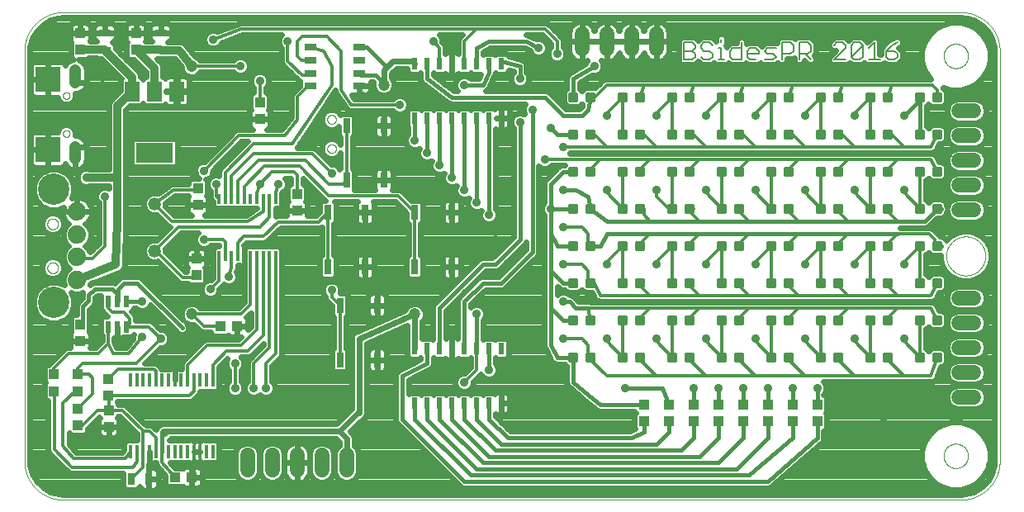
<source format=gtl>
G75*
%MOIN*%
%OFA0B0*%
%FSLAX25Y25*%
%IPPOS*%
%LPD*%
%AMOC8*
5,1,8,0,0,1.08239X$1,22.5*
%
%ADD10C,0.00000*%
%ADD11C,0.00600*%
%ADD12C,0.01181*%
%ADD13R,0.03937X0.04331*%
%ADD14C,0.07400*%
%ADD15C,0.12661*%
%ADD16R,0.05900X0.07900*%
%ADD17R,0.15000X0.07900*%
%ADD18R,0.04724X0.03150*%
%ADD19R,0.01200X0.03900*%
%ADD20C,0.05200*%
%ADD21R,0.02362X0.04724*%
%ADD22R,0.03000X0.06000*%
%ADD23C,0.06000*%
%ADD24R,0.02165X0.04724*%
%ADD25R,0.04331X0.03937*%
%ADD26R,0.05000X0.02500*%
%ADD27R,0.09843X0.09843*%
%ADD28C,0.04756*%
%ADD29R,0.01370X0.05500*%
%ADD30R,0.03150X0.04724*%
%ADD31C,0.02400*%
%ADD32C,0.03562*%
%ADD33C,0.01200*%
%ADD34C,0.04724*%
%ADD35C,0.03600*%
%ADD36C,0.01600*%
%ADD37C,0.03200*%
D10*
X0059668Y0020048D02*
X0059668Y0185402D01*
X0059673Y0185783D01*
X0059686Y0186163D01*
X0059709Y0186543D01*
X0059742Y0186922D01*
X0059783Y0187300D01*
X0059833Y0187677D01*
X0059893Y0188053D01*
X0059961Y0188428D01*
X0060039Y0188800D01*
X0060126Y0189171D01*
X0060221Y0189539D01*
X0060326Y0189905D01*
X0060439Y0190268D01*
X0060561Y0190629D01*
X0060691Y0190986D01*
X0060831Y0191340D01*
X0060978Y0191691D01*
X0061135Y0192038D01*
X0061299Y0192381D01*
X0061472Y0192720D01*
X0061653Y0193055D01*
X0061842Y0193386D01*
X0062039Y0193711D01*
X0062243Y0194032D01*
X0062456Y0194348D01*
X0062676Y0194658D01*
X0062903Y0194964D01*
X0063138Y0195263D01*
X0063380Y0195557D01*
X0063628Y0195845D01*
X0063884Y0196127D01*
X0064147Y0196402D01*
X0064416Y0196671D01*
X0064691Y0196934D01*
X0064973Y0197190D01*
X0065261Y0197438D01*
X0065555Y0197680D01*
X0065854Y0197915D01*
X0066160Y0198142D01*
X0066470Y0198362D01*
X0066786Y0198575D01*
X0067107Y0198779D01*
X0067432Y0198976D01*
X0067763Y0199165D01*
X0068098Y0199346D01*
X0068437Y0199519D01*
X0068780Y0199683D01*
X0069127Y0199840D01*
X0069478Y0199987D01*
X0069832Y0200127D01*
X0070189Y0200257D01*
X0070550Y0200379D01*
X0070913Y0200492D01*
X0071279Y0200597D01*
X0071647Y0200692D01*
X0072018Y0200779D01*
X0072390Y0200857D01*
X0072765Y0200925D01*
X0073141Y0200985D01*
X0073518Y0201035D01*
X0073896Y0201076D01*
X0074275Y0201109D01*
X0074655Y0201132D01*
X0075035Y0201145D01*
X0075416Y0201150D01*
X0437620Y0201150D01*
X0438001Y0201145D01*
X0438381Y0201132D01*
X0438761Y0201109D01*
X0439140Y0201076D01*
X0439518Y0201035D01*
X0439895Y0200985D01*
X0440271Y0200925D01*
X0440646Y0200857D01*
X0441018Y0200779D01*
X0441389Y0200692D01*
X0441757Y0200597D01*
X0442123Y0200492D01*
X0442486Y0200379D01*
X0442847Y0200257D01*
X0443204Y0200127D01*
X0443558Y0199987D01*
X0443909Y0199840D01*
X0444256Y0199683D01*
X0444599Y0199519D01*
X0444938Y0199346D01*
X0445273Y0199165D01*
X0445604Y0198976D01*
X0445929Y0198779D01*
X0446250Y0198575D01*
X0446566Y0198362D01*
X0446876Y0198142D01*
X0447182Y0197915D01*
X0447481Y0197680D01*
X0447775Y0197438D01*
X0448063Y0197190D01*
X0448345Y0196934D01*
X0448620Y0196671D01*
X0448889Y0196402D01*
X0449152Y0196127D01*
X0449408Y0195845D01*
X0449656Y0195557D01*
X0449898Y0195263D01*
X0450133Y0194964D01*
X0450360Y0194658D01*
X0450580Y0194348D01*
X0450793Y0194032D01*
X0450997Y0193711D01*
X0451194Y0193386D01*
X0451383Y0193055D01*
X0451564Y0192720D01*
X0451737Y0192381D01*
X0451901Y0192038D01*
X0452058Y0191691D01*
X0452205Y0191340D01*
X0452345Y0190986D01*
X0452475Y0190629D01*
X0452597Y0190268D01*
X0452710Y0189905D01*
X0452815Y0189539D01*
X0452910Y0189171D01*
X0452997Y0188800D01*
X0453075Y0188428D01*
X0453143Y0188053D01*
X0453203Y0187677D01*
X0453253Y0187300D01*
X0453294Y0186922D01*
X0453327Y0186543D01*
X0453350Y0186163D01*
X0453363Y0185783D01*
X0453368Y0185402D01*
X0453369Y0185402D02*
X0453369Y0020048D01*
X0453368Y0020048D02*
X0453363Y0019667D01*
X0453350Y0019287D01*
X0453327Y0018907D01*
X0453294Y0018528D01*
X0453253Y0018150D01*
X0453203Y0017773D01*
X0453143Y0017397D01*
X0453075Y0017022D01*
X0452997Y0016650D01*
X0452910Y0016279D01*
X0452815Y0015911D01*
X0452710Y0015545D01*
X0452597Y0015182D01*
X0452475Y0014821D01*
X0452345Y0014464D01*
X0452205Y0014110D01*
X0452058Y0013759D01*
X0451901Y0013412D01*
X0451737Y0013069D01*
X0451564Y0012730D01*
X0451383Y0012395D01*
X0451194Y0012064D01*
X0450997Y0011739D01*
X0450793Y0011418D01*
X0450580Y0011102D01*
X0450360Y0010792D01*
X0450133Y0010486D01*
X0449898Y0010187D01*
X0449656Y0009893D01*
X0449408Y0009605D01*
X0449152Y0009323D01*
X0448889Y0009048D01*
X0448620Y0008779D01*
X0448345Y0008516D01*
X0448063Y0008260D01*
X0447775Y0008012D01*
X0447481Y0007770D01*
X0447182Y0007535D01*
X0446876Y0007308D01*
X0446566Y0007088D01*
X0446250Y0006875D01*
X0445929Y0006671D01*
X0445604Y0006474D01*
X0445273Y0006285D01*
X0444938Y0006104D01*
X0444599Y0005931D01*
X0444256Y0005767D01*
X0443909Y0005610D01*
X0443558Y0005463D01*
X0443204Y0005323D01*
X0442847Y0005193D01*
X0442486Y0005071D01*
X0442123Y0004958D01*
X0441757Y0004853D01*
X0441389Y0004758D01*
X0441018Y0004671D01*
X0440646Y0004593D01*
X0440271Y0004525D01*
X0439895Y0004465D01*
X0439518Y0004415D01*
X0439140Y0004374D01*
X0438761Y0004341D01*
X0438381Y0004318D01*
X0438001Y0004305D01*
X0437620Y0004300D01*
X0075416Y0004300D01*
X0075035Y0004305D01*
X0074655Y0004318D01*
X0074275Y0004341D01*
X0073896Y0004374D01*
X0073518Y0004415D01*
X0073141Y0004465D01*
X0072765Y0004525D01*
X0072390Y0004593D01*
X0072018Y0004671D01*
X0071647Y0004758D01*
X0071279Y0004853D01*
X0070913Y0004958D01*
X0070550Y0005071D01*
X0070189Y0005193D01*
X0069832Y0005323D01*
X0069478Y0005463D01*
X0069127Y0005610D01*
X0068780Y0005767D01*
X0068437Y0005931D01*
X0068098Y0006104D01*
X0067763Y0006285D01*
X0067432Y0006474D01*
X0067107Y0006671D01*
X0066786Y0006875D01*
X0066470Y0007088D01*
X0066160Y0007308D01*
X0065854Y0007535D01*
X0065555Y0007770D01*
X0065261Y0008012D01*
X0064973Y0008260D01*
X0064691Y0008516D01*
X0064416Y0008779D01*
X0064147Y0009048D01*
X0063884Y0009323D01*
X0063628Y0009605D01*
X0063380Y0009893D01*
X0063138Y0010187D01*
X0062903Y0010486D01*
X0062676Y0010792D01*
X0062456Y0011102D01*
X0062243Y0011418D01*
X0062039Y0011739D01*
X0061842Y0012064D01*
X0061653Y0012395D01*
X0061472Y0012730D01*
X0061299Y0013069D01*
X0061135Y0013412D01*
X0060978Y0013759D01*
X0060831Y0014110D01*
X0060691Y0014464D01*
X0060561Y0014821D01*
X0060439Y0015182D01*
X0060326Y0015545D01*
X0060221Y0015911D01*
X0060126Y0016279D01*
X0060039Y0016650D01*
X0059961Y0017022D01*
X0059893Y0017397D01*
X0059833Y0017773D01*
X0059783Y0018150D01*
X0059742Y0018528D01*
X0059709Y0018907D01*
X0059686Y0019287D01*
X0059673Y0019667D01*
X0059668Y0020048D01*
X0068920Y0097942D02*
X0068922Y0098035D01*
X0068928Y0098127D01*
X0068938Y0098219D01*
X0068952Y0098310D01*
X0068969Y0098401D01*
X0068991Y0098491D01*
X0069016Y0098580D01*
X0069045Y0098668D01*
X0069078Y0098754D01*
X0069115Y0098839D01*
X0069155Y0098923D01*
X0069199Y0099004D01*
X0069246Y0099084D01*
X0069296Y0099162D01*
X0069350Y0099237D01*
X0069407Y0099310D01*
X0069467Y0099380D01*
X0069530Y0099448D01*
X0069596Y0099513D01*
X0069664Y0099575D01*
X0069735Y0099635D01*
X0069809Y0099691D01*
X0069885Y0099744D01*
X0069963Y0099793D01*
X0070043Y0099840D01*
X0070125Y0099882D01*
X0070209Y0099922D01*
X0070294Y0099957D01*
X0070381Y0099989D01*
X0070469Y0100018D01*
X0070558Y0100042D01*
X0070648Y0100063D01*
X0070739Y0100079D01*
X0070831Y0100092D01*
X0070923Y0100101D01*
X0071016Y0100106D01*
X0071108Y0100107D01*
X0071201Y0100104D01*
X0071293Y0100097D01*
X0071385Y0100086D01*
X0071476Y0100071D01*
X0071567Y0100053D01*
X0071657Y0100030D01*
X0071745Y0100004D01*
X0071833Y0099974D01*
X0071919Y0099940D01*
X0072003Y0099903D01*
X0072086Y0099861D01*
X0072167Y0099817D01*
X0072247Y0099769D01*
X0072324Y0099718D01*
X0072398Y0099663D01*
X0072471Y0099605D01*
X0072541Y0099545D01*
X0072608Y0099481D01*
X0072672Y0099415D01*
X0072734Y0099345D01*
X0072792Y0099274D01*
X0072847Y0099200D01*
X0072899Y0099123D01*
X0072948Y0099044D01*
X0072994Y0098964D01*
X0073036Y0098881D01*
X0073074Y0098797D01*
X0073109Y0098711D01*
X0073140Y0098624D01*
X0073167Y0098536D01*
X0073190Y0098446D01*
X0073210Y0098356D01*
X0073226Y0098265D01*
X0073238Y0098173D01*
X0073246Y0098081D01*
X0073250Y0097988D01*
X0073250Y0097896D01*
X0073246Y0097803D01*
X0073238Y0097711D01*
X0073226Y0097619D01*
X0073210Y0097528D01*
X0073190Y0097438D01*
X0073167Y0097348D01*
X0073140Y0097260D01*
X0073109Y0097173D01*
X0073074Y0097087D01*
X0073036Y0097003D01*
X0072994Y0096920D01*
X0072948Y0096840D01*
X0072899Y0096761D01*
X0072847Y0096684D01*
X0072792Y0096610D01*
X0072734Y0096539D01*
X0072672Y0096469D01*
X0072608Y0096403D01*
X0072541Y0096339D01*
X0072471Y0096279D01*
X0072398Y0096221D01*
X0072324Y0096166D01*
X0072247Y0096115D01*
X0072168Y0096067D01*
X0072086Y0096023D01*
X0072003Y0095981D01*
X0071919Y0095944D01*
X0071833Y0095910D01*
X0071745Y0095880D01*
X0071657Y0095854D01*
X0071567Y0095831D01*
X0071476Y0095813D01*
X0071385Y0095798D01*
X0071293Y0095787D01*
X0071201Y0095780D01*
X0071108Y0095777D01*
X0071016Y0095778D01*
X0070923Y0095783D01*
X0070831Y0095792D01*
X0070739Y0095805D01*
X0070648Y0095821D01*
X0070558Y0095842D01*
X0070469Y0095866D01*
X0070381Y0095895D01*
X0070294Y0095927D01*
X0070209Y0095962D01*
X0070125Y0096002D01*
X0070043Y0096044D01*
X0069963Y0096091D01*
X0069885Y0096140D01*
X0069809Y0096193D01*
X0069735Y0096249D01*
X0069664Y0096309D01*
X0069596Y0096371D01*
X0069530Y0096436D01*
X0069467Y0096504D01*
X0069407Y0096574D01*
X0069350Y0096647D01*
X0069296Y0096722D01*
X0069246Y0096800D01*
X0069199Y0096880D01*
X0069155Y0096961D01*
X0069115Y0097045D01*
X0069078Y0097130D01*
X0069045Y0097216D01*
X0069016Y0097304D01*
X0068991Y0097393D01*
X0068969Y0097483D01*
X0068952Y0097574D01*
X0068938Y0097665D01*
X0068928Y0097757D01*
X0068922Y0097849D01*
X0068920Y0097942D01*
X0068920Y0115658D02*
X0068922Y0115751D01*
X0068928Y0115843D01*
X0068938Y0115935D01*
X0068952Y0116026D01*
X0068969Y0116117D01*
X0068991Y0116207D01*
X0069016Y0116296D01*
X0069045Y0116384D01*
X0069078Y0116470D01*
X0069115Y0116555D01*
X0069155Y0116639D01*
X0069199Y0116720D01*
X0069246Y0116800D01*
X0069296Y0116878D01*
X0069350Y0116953D01*
X0069407Y0117026D01*
X0069467Y0117096D01*
X0069530Y0117164D01*
X0069596Y0117229D01*
X0069664Y0117291D01*
X0069735Y0117351D01*
X0069809Y0117407D01*
X0069885Y0117460D01*
X0069963Y0117509D01*
X0070043Y0117556D01*
X0070125Y0117598D01*
X0070209Y0117638D01*
X0070294Y0117673D01*
X0070381Y0117705D01*
X0070469Y0117734D01*
X0070558Y0117758D01*
X0070648Y0117779D01*
X0070739Y0117795D01*
X0070831Y0117808D01*
X0070923Y0117817D01*
X0071016Y0117822D01*
X0071108Y0117823D01*
X0071201Y0117820D01*
X0071293Y0117813D01*
X0071385Y0117802D01*
X0071476Y0117787D01*
X0071567Y0117769D01*
X0071657Y0117746D01*
X0071745Y0117720D01*
X0071833Y0117690D01*
X0071919Y0117656D01*
X0072003Y0117619D01*
X0072086Y0117577D01*
X0072167Y0117533D01*
X0072247Y0117485D01*
X0072324Y0117434D01*
X0072398Y0117379D01*
X0072471Y0117321D01*
X0072541Y0117261D01*
X0072608Y0117197D01*
X0072672Y0117131D01*
X0072734Y0117061D01*
X0072792Y0116990D01*
X0072847Y0116916D01*
X0072899Y0116839D01*
X0072948Y0116760D01*
X0072994Y0116680D01*
X0073036Y0116597D01*
X0073074Y0116513D01*
X0073109Y0116427D01*
X0073140Y0116340D01*
X0073167Y0116252D01*
X0073190Y0116162D01*
X0073210Y0116072D01*
X0073226Y0115981D01*
X0073238Y0115889D01*
X0073246Y0115797D01*
X0073250Y0115704D01*
X0073250Y0115612D01*
X0073246Y0115519D01*
X0073238Y0115427D01*
X0073226Y0115335D01*
X0073210Y0115244D01*
X0073190Y0115154D01*
X0073167Y0115064D01*
X0073140Y0114976D01*
X0073109Y0114889D01*
X0073074Y0114803D01*
X0073036Y0114719D01*
X0072994Y0114636D01*
X0072948Y0114556D01*
X0072899Y0114477D01*
X0072847Y0114400D01*
X0072792Y0114326D01*
X0072734Y0114255D01*
X0072672Y0114185D01*
X0072608Y0114119D01*
X0072541Y0114055D01*
X0072471Y0113995D01*
X0072398Y0113937D01*
X0072324Y0113882D01*
X0072247Y0113831D01*
X0072168Y0113783D01*
X0072086Y0113739D01*
X0072003Y0113697D01*
X0071919Y0113660D01*
X0071833Y0113626D01*
X0071745Y0113596D01*
X0071657Y0113570D01*
X0071567Y0113547D01*
X0071476Y0113529D01*
X0071385Y0113514D01*
X0071293Y0113503D01*
X0071201Y0113496D01*
X0071108Y0113493D01*
X0071016Y0113494D01*
X0070923Y0113499D01*
X0070831Y0113508D01*
X0070739Y0113521D01*
X0070648Y0113537D01*
X0070558Y0113558D01*
X0070469Y0113582D01*
X0070381Y0113611D01*
X0070294Y0113643D01*
X0070209Y0113678D01*
X0070125Y0113718D01*
X0070043Y0113760D01*
X0069963Y0113807D01*
X0069885Y0113856D01*
X0069809Y0113909D01*
X0069735Y0113965D01*
X0069664Y0114025D01*
X0069596Y0114087D01*
X0069530Y0114152D01*
X0069467Y0114220D01*
X0069407Y0114290D01*
X0069350Y0114363D01*
X0069296Y0114438D01*
X0069246Y0114516D01*
X0069199Y0114596D01*
X0069155Y0114677D01*
X0069115Y0114761D01*
X0069078Y0114846D01*
X0069045Y0114932D01*
X0069016Y0115020D01*
X0068991Y0115109D01*
X0068969Y0115199D01*
X0068952Y0115290D01*
X0068938Y0115381D01*
X0068928Y0115473D01*
X0068922Y0115565D01*
X0068920Y0115658D01*
X0067935Y0144457D02*
X0070298Y0144457D01*
X0070297Y0144457D02*
X0070360Y0144465D01*
X0070422Y0144476D01*
X0070484Y0144491D01*
X0070544Y0144509D01*
X0070604Y0144531D01*
X0070662Y0144556D01*
X0070718Y0144585D01*
X0070773Y0144617D01*
X0070825Y0144652D01*
X0070876Y0144690D01*
X0070924Y0144730D01*
X0070970Y0144774D01*
X0071013Y0144820D01*
X0071054Y0144869D01*
X0071092Y0144920D01*
X0071126Y0144972D01*
X0071158Y0145027D01*
X0071186Y0145084D01*
X0071211Y0145142D01*
X0071232Y0145202D01*
X0071250Y0145262D01*
X0071264Y0145324D01*
X0071275Y0145386D01*
X0071282Y0145449D01*
X0071286Y0145512D01*
X0071285Y0145575D01*
X0071282Y0145638D01*
X0071282Y0145639D02*
X0071285Y0145702D01*
X0071286Y0145765D01*
X0071282Y0145828D01*
X0071275Y0145891D01*
X0071264Y0145953D01*
X0071250Y0146015D01*
X0071232Y0146075D01*
X0071211Y0146135D01*
X0071186Y0146193D01*
X0071158Y0146250D01*
X0071126Y0146305D01*
X0071092Y0146357D01*
X0071054Y0146408D01*
X0071013Y0146457D01*
X0070970Y0146503D01*
X0070924Y0146547D01*
X0070876Y0146587D01*
X0070825Y0146625D01*
X0070773Y0146660D01*
X0070718Y0146692D01*
X0070662Y0146721D01*
X0070604Y0146746D01*
X0070544Y0146768D01*
X0070484Y0146786D01*
X0070422Y0146801D01*
X0070360Y0146812D01*
X0070297Y0146820D01*
X0070298Y0146820D02*
X0067935Y0146820D01*
X0067936Y0146820D02*
X0067870Y0146812D01*
X0067806Y0146800D01*
X0067742Y0146784D01*
X0067679Y0146765D01*
X0067618Y0146741D01*
X0067558Y0146714D01*
X0067500Y0146684D01*
X0067444Y0146650D01*
X0067390Y0146613D01*
X0067338Y0146572D01*
X0067289Y0146528D01*
X0067242Y0146482D01*
X0067199Y0146433D01*
X0067158Y0146381D01*
X0067121Y0146327D01*
X0067087Y0146271D01*
X0067057Y0146213D01*
X0067030Y0146153D01*
X0067006Y0146092D01*
X0066987Y0146029D01*
X0066971Y0145965D01*
X0066959Y0145901D01*
X0066951Y0145835D01*
X0066947Y0145770D01*
X0066947Y0145704D01*
X0066951Y0145639D01*
X0066951Y0145638D02*
X0066947Y0145573D01*
X0066947Y0145507D01*
X0066951Y0145442D01*
X0066959Y0145376D01*
X0066971Y0145312D01*
X0066987Y0145248D01*
X0067006Y0145185D01*
X0067030Y0145124D01*
X0067057Y0145064D01*
X0067087Y0145006D01*
X0067121Y0144950D01*
X0067158Y0144896D01*
X0067199Y0144844D01*
X0067242Y0144795D01*
X0067289Y0144749D01*
X0067338Y0144705D01*
X0067390Y0144664D01*
X0067444Y0144627D01*
X0067500Y0144593D01*
X0067558Y0144563D01*
X0067618Y0144536D01*
X0067679Y0144512D01*
X0067742Y0144493D01*
X0067806Y0144477D01*
X0067870Y0144465D01*
X0067936Y0144457D01*
X0075219Y0152135D02*
X0075221Y0152209D01*
X0075227Y0152283D01*
X0075237Y0152356D01*
X0075251Y0152429D01*
X0075268Y0152501D01*
X0075290Y0152571D01*
X0075315Y0152641D01*
X0075344Y0152709D01*
X0075377Y0152775D01*
X0075413Y0152840D01*
X0075453Y0152902D01*
X0075495Y0152963D01*
X0075541Y0153021D01*
X0075590Y0153076D01*
X0075642Y0153129D01*
X0075697Y0153179D01*
X0075754Y0153225D01*
X0075814Y0153269D01*
X0075876Y0153309D01*
X0075940Y0153346D01*
X0076006Y0153380D01*
X0076074Y0153410D01*
X0076143Y0153436D01*
X0076214Y0153459D01*
X0076285Y0153477D01*
X0076358Y0153492D01*
X0076431Y0153503D01*
X0076505Y0153510D01*
X0076579Y0153513D01*
X0076652Y0153512D01*
X0076726Y0153507D01*
X0076800Y0153498D01*
X0076873Y0153485D01*
X0076945Y0153468D01*
X0077016Y0153448D01*
X0077086Y0153423D01*
X0077154Y0153395D01*
X0077221Y0153364D01*
X0077286Y0153328D01*
X0077349Y0153290D01*
X0077410Y0153248D01*
X0077469Y0153202D01*
X0077525Y0153154D01*
X0077578Y0153103D01*
X0077628Y0153049D01*
X0077676Y0152992D01*
X0077720Y0152933D01*
X0077762Y0152871D01*
X0077800Y0152808D01*
X0077834Y0152742D01*
X0077865Y0152675D01*
X0077892Y0152606D01*
X0077915Y0152536D01*
X0077935Y0152465D01*
X0077951Y0152392D01*
X0077963Y0152319D01*
X0077971Y0152246D01*
X0077975Y0152172D01*
X0077975Y0152098D01*
X0077971Y0152024D01*
X0077963Y0151951D01*
X0077951Y0151878D01*
X0077935Y0151805D01*
X0077915Y0151734D01*
X0077892Y0151664D01*
X0077865Y0151595D01*
X0077834Y0151528D01*
X0077800Y0151462D01*
X0077762Y0151399D01*
X0077720Y0151337D01*
X0077676Y0151278D01*
X0077628Y0151221D01*
X0077578Y0151167D01*
X0077525Y0151116D01*
X0077469Y0151068D01*
X0077410Y0151022D01*
X0077349Y0150980D01*
X0077286Y0150942D01*
X0077221Y0150906D01*
X0077154Y0150875D01*
X0077086Y0150847D01*
X0077016Y0150822D01*
X0076945Y0150802D01*
X0076873Y0150785D01*
X0076800Y0150772D01*
X0076726Y0150763D01*
X0076652Y0150758D01*
X0076579Y0150757D01*
X0076505Y0150760D01*
X0076431Y0150767D01*
X0076358Y0150778D01*
X0076285Y0150793D01*
X0076214Y0150811D01*
X0076143Y0150834D01*
X0076074Y0150860D01*
X0076006Y0150890D01*
X0075940Y0150924D01*
X0075876Y0150961D01*
X0075814Y0151001D01*
X0075754Y0151045D01*
X0075697Y0151091D01*
X0075642Y0151141D01*
X0075590Y0151194D01*
X0075541Y0151249D01*
X0075495Y0151307D01*
X0075453Y0151368D01*
X0075413Y0151430D01*
X0075377Y0151495D01*
X0075344Y0151561D01*
X0075315Y0151629D01*
X0075290Y0151699D01*
X0075268Y0151769D01*
X0075251Y0151841D01*
X0075237Y0151914D01*
X0075227Y0151987D01*
X0075221Y0152061D01*
X0075219Y0152135D01*
X0075219Y0167489D02*
X0075221Y0167563D01*
X0075227Y0167637D01*
X0075237Y0167710D01*
X0075251Y0167783D01*
X0075268Y0167855D01*
X0075290Y0167925D01*
X0075315Y0167995D01*
X0075344Y0168063D01*
X0075377Y0168129D01*
X0075413Y0168194D01*
X0075453Y0168256D01*
X0075495Y0168317D01*
X0075541Y0168375D01*
X0075590Y0168430D01*
X0075642Y0168483D01*
X0075697Y0168533D01*
X0075754Y0168579D01*
X0075814Y0168623D01*
X0075876Y0168663D01*
X0075940Y0168700D01*
X0076006Y0168734D01*
X0076074Y0168764D01*
X0076143Y0168790D01*
X0076214Y0168813D01*
X0076285Y0168831D01*
X0076358Y0168846D01*
X0076431Y0168857D01*
X0076505Y0168864D01*
X0076579Y0168867D01*
X0076652Y0168866D01*
X0076726Y0168861D01*
X0076800Y0168852D01*
X0076873Y0168839D01*
X0076945Y0168822D01*
X0077016Y0168802D01*
X0077086Y0168777D01*
X0077154Y0168749D01*
X0077221Y0168718D01*
X0077286Y0168682D01*
X0077349Y0168644D01*
X0077410Y0168602D01*
X0077469Y0168556D01*
X0077525Y0168508D01*
X0077578Y0168457D01*
X0077628Y0168403D01*
X0077676Y0168346D01*
X0077720Y0168287D01*
X0077762Y0168225D01*
X0077800Y0168162D01*
X0077834Y0168096D01*
X0077865Y0168029D01*
X0077892Y0167960D01*
X0077915Y0167890D01*
X0077935Y0167819D01*
X0077951Y0167746D01*
X0077963Y0167673D01*
X0077971Y0167600D01*
X0077975Y0167526D01*
X0077975Y0167452D01*
X0077971Y0167378D01*
X0077963Y0167305D01*
X0077951Y0167232D01*
X0077935Y0167159D01*
X0077915Y0167088D01*
X0077892Y0167018D01*
X0077865Y0166949D01*
X0077834Y0166882D01*
X0077800Y0166816D01*
X0077762Y0166753D01*
X0077720Y0166691D01*
X0077676Y0166632D01*
X0077628Y0166575D01*
X0077578Y0166521D01*
X0077525Y0166470D01*
X0077469Y0166422D01*
X0077410Y0166376D01*
X0077349Y0166334D01*
X0077286Y0166296D01*
X0077221Y0166260D01*
X0077154Y0166229D01*
X0077086Y0166201D01*
X0077016Y0166176D01*
X0076945Y0166156D01*
X0076873Y0166139D01*
X0076800Y0166126D01*
X0076726Y0166117D01*
X0076652Y0166112D01*
X0076579Y0166111D01*
X0076505Y0166114D01*
X0076431Y0166121D01*
X0076358Y0166132D01*
X0076285Y0166147D01*
X0076214Y0166165D01*
X0076143Y0166188D01*
X0076074Y0166214D01*
X0076006Y0166244D01*
X0075940Y0166278D01*
X0075876Y0166315D01*
X0075814Y0166355D01*
X0075754Y0166399D01*
X0075697Y0166445D01*
X0075642Y0166495D01*
X0075590Y0166548D01*
X0075541Y0166603D01*
X0075495Y0166661D01*
X0075453Y0166722D01*
X0075413Y0166784D01*
X0075377Y0166849D01*
X0075344Y0166915D01*
X0075315Y0166983D01*
X0075290Y0167053D01*
X0075268Y0167123D01*
X0075251Y0167195D01*
X0075237Y0167268D01*
X0075227Y0167341D01*
X0075221Y0167415D01*
X0075219Y0167489D01*
X0070298Y0172804D02*
X0067935Y0172804D01*
X0067936Y0172804D02*
X0067870Y0172812D01*
X0067806Y0172824D01*
X0067742Y0172840D01*
X0067679Y0172859D01*
X0067618Y0172883D01*
X0067558Y0172910D01*
X0067500Y0172940D01*
X0067444Y0172974D01*
X0067390Y0173011D01*
X0067338Y0173052D01*
X0067289Y0173096D01*
X0067242Y0173142D01*
X0067199Y0173191D01*
X0067158Y0173243D01*
X0067121Y0173297D01*
X0067087Y0173353D01*
X0067057Y0173411D01*
X0067030Y0173471D01*
X0067006Y0173532D01*
X0066987Y0173595D01*
X0066971Y0173659D01*
X0066959Y0173723D01*
X0066951Y0173789D01*
X0066947Y0173854D01*
X0066947Y0173920D01*
X0066951Y0173985D01*
X0066947Y0174050D01*
X0066947Y0174116D01*
X0066951Y0174181D01*
X0066959Y0174247D01*
X0066971Y0174311D01*
X0066987Y0174375D01*
X0067006Y0174438D01*
X0067030Y0174499D01*
X0067057Y0174559D01*
X0067087Y0174617D01*
X0067121Y0174673D01*
X0067158Y0174727D01*
X0067199Y0174779D01*
X0067242Y0174828D01*
X0067289Y0174874D01*
X0067338Y0174918D01*
X0067390Y0174959D01*
X0067444Y0174996D01*
X0067500Y0175030D01*
X0067558Y0175060D01*
X0067618Y0175087D01*
X0067679Y0175111D01*
X0067742Y0175130D01*
X0067806Y0175146D01*
X0067870Y0175158D01*
X0067936Y0175166D01*
X0067935Y0175166D02*
X0070298Y0175166D01*
X0070297Y0175166D02*
X0070360Y0175158D01*
X0070422Y0175147D01*
X0070484Y0175132D01*
X0070544Y0175114D01*
X0070604Y0175092D01*
X0070662Y0175067D01*
X0070718Y0175038D01*
X0070773Y0175006D01*
X0070825Y0174971D01*
X0070876Y0174933D01*
X0070924Y0174893D01*
X0070970Y0174849D01*
X0071013Y0174803D01*
X0071054Y0174754D01*
X0071092Y0174703D01*
X0071126Y0174651D01*
X0071158Y0174596D01*
X0071186Y0174539D01*
X0071211Y0174481D01*
X0071232Y0174421D01*
X0071250Y0174361D01*
X0071264Y0174299D01*
X0071275Y0174237D01*
X0071282Y0174174D01*
X0071286Y0174111D01*
X0071285Y0174048D01*
X0071282Y0173985D01*
X0071285Y0173922D01*
X0071286Y0173859D01*
X0071282Y0173796D01*
X0071275Y0173733D01*
X0071264Y0173671D01*
X0071250Y0173609D01*
X0071232Y0173549D01*
X0071211Y0173489D01*
X0071186Y0173431D01*
X0071158Y0173374D01*
X0071126Y0173319D01*
X0071092Y0173267D01*
X0071054Y0173216D01*
X0071013Y0173167D01*
X0070970Y0173121D01*
X0070924Y0173077D01*
X0070876Y0173037D01*
X0070825Y0172999D01*
X0070773Y0172964D01*
X0070718Y0172932D01*
X0070662Y0172903D01*
X0070604Y0172878D01*
X0070544Y0172856D01*
X0070484Y0172838D01*
X0070422Y0172823D01*
X0070360Y0172812D01*
X0070297Y0172804D01*
X0181911Y0157843D02*
X0181913Y0157927D01*
X0181919Y0158010D01*
X0181929Y0158093D01*
X0181943Y0158176D01*
X0181960Y0158258D01*
X0181982Y0158339D01*
X0182007Y0158418D01*
X0182036Y0158497D01*
X0182069Y0158574D01*
X0182105Y0158649D01*
X0182145Y0158723D01*
X0182188Y0158795D01*
X0182235Y0158864D01*
X0182285Y0158931D01*
X0182338Y0158996D01*
X0182394Y0159058D01*
X0182452Y0159118D01*
X0182514Y0159175D01*
X0182578Y0159228D01*
X0182645Y0159279D01*
X0182714Y0159326D01*
X0182785Y0159371D01*
X0182858Y0159411D01*
X0182933Y0159448D01*
X0183010Y0159482D01*
X0183088Y0159512D01*
X0183167Y0159538D01*
X0183248Y0159561D01*
X0183330Y0159579D01*
X0183412Y0159594D01*
X0183495Y0159605D01*
X0183578Y0159612D01*
X0183662Y0159615D01*
X0183746Y0159614D01*
X0183829Y0159609D01*
X0183913Y0159600D01*
X0183995Y0159587D01*
X0184077Y0159571D01*
X0184158Y0159550D01*
X0184239Y0159526D01*
X0184317Y0159498D01*
X0184395Y0159466D01*
X0184471Y0159430D01*
X0184545Y0159391D01*
X0184617Y0159349D01*
X0184687Y0159303D01*
X0184755Y0159254D01*
X0184820Y0159202D01*
X0184883Y0159147D01*
X0184943Y0159089D01*
X0185001Y0159028D01*
X0185055Y0158964D01*
X0185107Y0158898D01*
X0185155Y0158830D01*
X0185200Y0158759D01*
X0185241Y0158686D01*
X0185280Y0158612D01*
X0185314Y0158536D01*
X0185345Y0158458D01*
X0185372Y0158379D01*
X0185396Y0158298D01*
X0185415Y0158217D01*
X0185431Y0158135D01*
X0185443Y0158052D01*
X0185451Y0157968D01*
X0185455Y0157885D01*
X0185455Y0157801D01*
X0185451Y0157718D01*
X0185443Y0157634D01*
X0185431Y0157551D01*
X0185415Y0157469D01*
X0185396Y0157388D01*
X0185372Y0157307D01*
X0185345Y0157228D01*
X0185314Y0157150D01*
X0185280Y0157074D01*
X0185241Y0157000D01*
X0185200Y0156927D01*
X0185155Y0156856D01*
X0185107Y0156788D01*
X0185055Y0156722D01*
X0185001Y0156658D01*
X0184943Y0156597D01*
X0184883Y0156539D01*
X0184820Y0156484D01*
X0184755Y0156432D01*
X0184687Y0156383D01*
X0184617Y0156337D01*
X0184545Y0156295D01*
X0184471Y0156256D01*
X0184395Y0156220D01*
X0184317Y0156188D01*
X0184239Y0156160D01*
X0184158Y0156136D01*
X0184077Y0156115D01*
X0183995Y0156099D01*
X0183913Y0156086D01*
X0183829Y0156077D01*
X0183746Y0156072D01*
X0183662Y0156071D01*
X0183578Y0156074D01*
X0183495Y0156081D01*
X0183412Y0156092D01*
X0183330Y0156107D01*
X0183248Y0156125D01*
X0183167Y0156148D01*
X0183088Y0156174D01*
X0183010Y0156204D01*
X0182933Y0156238D01*
X0182858Y0156275D01*
X0182785Y0156315D01*
X0182714Y0156360D01*
X0182645Y0156407D01*
X0182578Y0156458D01*
X0182514Y0156511D01*
X0182452Y0156568D01*
X0182394Y0156628D01*
X0182338Y0156690D01*
X0182285Y0156755D01*
X0182235Y0156822D01*
X0182188Y0156891D01*
X0182145Y0156963D01*
X0182105Y0157037D01*
X0182069Y0157112D01*
X0182036Y0157189D01*
X0182007Y0157268D01*
X0181982Y0157347D01*
X0181960Y0157428D01*
X0181943Y0157510D01*
X0181929Y0157593D01*
X0181919Y0157676D01*
X0181913Y0157759D01*
X0181911Y0157843D01*
X0181911Y0146032D02*
X0181913Y0146116D01*
X0181919Y0146199D01*
X0181929Y0146282D01*
X0181943Y0146365D01*
X0181960Y0146447D01*
X0181982Y0146528D01*
X0182007Y0146607D01*
X0182036Y0146686D01*
X0182069Y0146763D01*
X0182105Y0146838D01*
X0182145Y0146912D01*
X0182188Y0146984D01*
X0182235Y0147053D01*
X0182285Y0147120D01*
X0182338Y0147185D01*
X0182394Y0147247D01*
X0182452Y0147307D01*
X0182514Y0147364D01*
X0182578Y0147417D01*
X0182645Y0147468D01*
X0182714Y0147515D01*
X0182785Y0147560D01*
X0182858Y0147600D01*
X0182933Y0147637D01*
X0183010Y0147671D01*
X0183088Y0147701D01*
X0183167Y0147727D01*
X0183248Y0147750D01*
X0183330Y0147768D01*
X0183412Y0147783D01*
X0183495Y0147794D01*
X0183578Y0147801D01*
X0183662Y0147804D01*
X0183746Y0147803D01*
X0183829Y0147798D01*
X0183913Y0147789D01*
X0183995Y0147776D01*
X0184077Y0147760D01*
X0184158Y0147739D01*
X0184239Y0147715D01*
X0184317Y0147687D01*
X0184395Y0147655D01*
X0184471Y0147619D01*
X0184545Y0147580D01*
X0184617Y0147538D01*
X0184687Y0147492D01*
X0184755Y0147443D01*
X0184820Y0147391D01*
X0184883Y0147336D01*
X0184943Y0147278D01*
X0185001Y0147217D01*
X0185055Y0147153D01*
X0185107Y0147087D01*
X0185155Y0147019D01*
X0185200Y0146948D01*
X0185241Y0146875D01*
X0185280Y0146801D01*
X0185314Y0146725D01*
X0185345Y0146647D01*
X0185372Y0146568D01*
X0185396Y0146487D01*
X0185415Y0146406D01*
X0185431Y0146324D01*
X0185443Y0146241D01*
X0185451Y0146157D01*
X0185455Y0146074D01*
X0185455Y0145990D01*
X0185451Y0145907D01*
X0185443Y0145823D01*
X0185431Y0145740D01*
X0185415Y0145658D01*
X0185396Y0145577D01*
X0185372Y0145496D01*
X0185345Y0145417D01*
X0185314Y0145339D01*
X0185280Y0145263D01*
X0185241Y0145189D01*
X0185200Y0145116D01*
X0185155Y0145045D01*
X0185107Y0144977D01*
X0185055Y0144911D01*
X0185001Y0144847D01*
X0184943Y0144786D01*
X0184883Y0144728D01*
X0184820Y0144673D01*
X0184755Y0144621D01*
X0184687Y0144572D01*
X0184617Y0144526D01*
X0184545Y0144484D01*
X0184471Y0144445D01*
X0184395Y0144409D01*
X0184317Y0144377D01*
X0184239Y0144349D01*
X0184158Y0144325D01*
X0184077Y0144304D01*
X0183995Y0144288D01*
X0183913Y0144275D01*
X0183829Y0144266D01*
X0183746Y0144261D01*
X0183662Y0144260D01*
X0183578Y0144263D01*
X0183495Y0144270D01*
X0183412Y0144281D01*
X0183330Y0144296D01*
X0183248Y0144314D01*
X0183167Y0144337D01*
X0183088Y0144363D01*
X0183010Y0144393D01*
X0182933Y0144427D01*
X0182858Y0144464D01*
X0182785Y0144504D01*
X0182714Y0144549D01*
X0182645Y0144596D01*
X0182578Y0144647D01*
X0182514Y0144700D01*
X0182452Y0144757D01*
X0182394Y0144817D01*
X0182338Y0144879D01*
X0182285Y0144944D01*
X0182235Y0145011D01*
X0182188Y0145080D01*
X0182145Y0145152D01*
X0182105Y0145226D01*
X0182069Y0145301D01*
X0182036Y0145378D01*
X0182007Y0145457D01*
X0181982Y0145536D01*
X0181960Y0145617D01*
X0181943Y0145699D01*
X0181929Y0145782D01*
X0181919Y0145865D01*
X0181913Y0145948D01*
X0181911Y0146032D01*
X0430731Y0183434D02*
X0430733Y0183574D01*
X0430739Y0183714D01*
X0430749Y0183853D01*
X0430763Y0183992D01*
X0430781Y0184131D01*
X0430802Y0184269D01*
X0430828Y0184407D01*
X0430858Y0184544D01*
X0430891Y0184679D01*
X0430929Y0184814D01*
X0430970Y0184948D01*
X0431015Y0185081D01*
X0431063Y0185212D01*
X0431116Y0185341D01*
X0431172Y0185470D01*
X0431231Y0185596D01*
X0431295Y0185721D01*
X0431361Y0185844D01*
X0431432Y0185965D01*
X0431505Y0186084D01*
X0431582Y0186201D01*
X0431663Y0186315D01*
X0431746Y0186427D01*
X0431833Y0186537D01*
X0431923Y0186645D01*
X0432015Y0186749D01*
X0432111Y0186851D01*
X0432210Y0186951D01*
X0432311Y0187047D01*
X0432415Y0187141D01*
X0432522Y0187231D01*
X0432631Y0187318D01*
X0432743Y0187403D01*
X0432857Y0187484D01*
X0432973Y0187562D01*
X0433091Y0187636D01*
X0433212Y0187707D01*
X0433334Y0187775D01*
X0433459Y0187839D01*
X0433585Y0187900D01*
X0433712Y0187957D01*
X0433842Y0188010D01*
X0433973Y0188060D01*
X0434105Y0188105D01*
X0434238Y0188148D01*
X0434373Y0188186D01*
X0434508Y0188220D01*
X0434645Y0188251D01*
X0434782Y0188278D01*
X0434920Y0188300D01*
X0435059Y0188319D01*
X0435198Y0188334D01*
X0435337Y0188345D01*
X0435477Y0188352D01*
X0435617Y0188355D01*
X0435757Y0188354D01*
X0435897Y0188349D01*
X0436036Y0188340D01*
X0436176Y0188327D01*
X0436315Y0188310D01*
X0436453Y0188289D01*
X0436591Y0188265D01*
X0436728Y0188236D01*
X0436864Y0188204D01*
X0436999Y0188167D01*
X0437133Y0188127D01*
X0437266Y0188083D01*
X0437397Y0188035D01*
X0437527Y0187984D01*
X0437656Y0187929D01*
X0437783Y0187870D01*
X0437908Y0187807D01*
X0438031Y0187742D01*
X0438153Y0187672D01*
X0438272Y0187599D01*
X0438390Y0187523D01*
X0438505Y0187444D01*
X0438618Y0187361D01*
X0438728Y0187275D01*
X0438836Y0187186D01*
X0438941Y0187094D01*
X0439044Y0186999D01*
X0439144Y0186901D01*
X0439241Y0186801D01*
X0439335Y0186697D01*
X0439427Y0186591D01*
X0439515Y0186483D01*
X0439600Y0186372D01*
X0439682Y0186258D01*
X0439761Y0186142D01*
X0439836Y0186025D01*
X0439908Y0185905D01*
X0439976Y0185783D01*
X0440041Y0185659D01*
X0440103Y0185533D01*
X0440161Y0185406D01*
X0440215Y0185277D01*
X0440266Y0185146D01*
X0440312Y0185014D01*
X0440355Y0184881D01*
X0440395Y0184747D01*
X0440430Y0184612D01*
X0440462Y0184475D01*
X0440489Y0184338D01*
X0440513Y0184200D01*
X0440533Y0184062D01*
X0440549Y0183923D01*
X0440561Y0183783D01*
X0440569Y0183644D01*
X0440573Y0183504D01*
X0440573Y0183364D01*
X0440569Y0183224D01*
X0440561Y0183085D01*
X0440549Y0182945D01*
X0440533Y0182806D01*
X0440513Y0182668D01*
X0440489Y0182530D01*
X0440462Y0182393D01*
X0440430Y0182256D01*
X0440395Y0182121D01*
X0440355Y0181987D01*
X0440312Y0181854D01*
X0440266Y0181722D01*
X0440215Y0181591D01*
X0440161Y0181462D01*
X0440103Y0181335D01*
X0440041Y0181209D01*
X0439976Y0181085D01*
X0439908Y0180963D01*
X0439836Y0180843D01*
X0439761Y0180726D01*
X0439682Y0180610D01*
X0439600Y0180496D01*
X0439515Y0180385D01*
X0439427Y0180277D01*
X0439335Y0180171D01*
X0439241Y0180067D01*
X0439144Y0179967D01*
X0439044Y0179869D01*
X0438941Y0179774D01*
X0438836Y0179682D01*
X0438728Y0179593D01*
X0438618Y0179507D01*
X0438505Y0179424D01*
X0438390Y0179345D01*
X0438272Y0179269D01*
X0438153Y0179196D01*
X0438031Y0179126D01*
X0437908Y0179061D01*
X0437783Y0178998D01*
X0437656Y0178939D01*
X0437527Y0178884D01*
X0437397Y0178833D01*
X0437266Y0178785D01*
X0437133Y0178741D01*
X0436999Y0178701D01*
X0436864Y0178664D01*
X0436728Y0178632D01*
X0436591Y0178603D01*
X0436453Y0178579D01*
X0436315Y0178558D01*
X0436176Y0178541D01*
X0436036Y0178528D01*
X0435897Y0178519D01*
X0435757Y0178514D01*
X0435617Y0178513D01*
X0435477Y0178516D01*
X0435337Y0178523D01*
X0435198Y0178534D01*
X0435059Y0178549D01*
X0434920Y0178568D01*
X0434782Y0178590D01*
X0434645Y0178617D01*
X0434508Y0178648D01*
X0434373Y0178682D01*
X0434238Y0178720D01*
X0434105Y0178763D01*
X0433973Y0178808D01*
X0433842Y0178858D01*
X0433712Y0178911D01*
X0433585Y0178968D01*
X0433459Y0179029D01*
X0433334Y0179093D01*
X0433212Y0179161D01*
X0433091Y0179232D01*
X0432973Y0179306D01*
X0432857Y0179384D01*
X0432743Y0179465D01*
X0432631Y0179550D01*
X0432522Y0179637D01*
X0432415Y0179727D01*
X0432311Y0179821D01*
X0432210Y0179917D01*
X0432111Y0180017D01*
X0432015Y0180119D01*
X0431923Y0180223D01*
X0431833Y0180331D01*
X0431746Y0180441D01*
X0431663Y0180553D01*
X0431582Y0180667D01*
X0431505Y0180784D01*
X0431432Y0180903D01*
X0431361Y0181024D01*
X0431295Y0181147D01*
X0431231Y0181272D01*
X0431172Y0181398D01*
X0431116Y0181527D01*
X0431063Y0181656D01*
X0431015Y0181787D01*
X0430970Y0181920D01*
X0430929Y0182054D01*
X0430891Y0182189D01*
X0430858Y0182324D01*
X0430828Y0182461D01*
X0430802Y0182599D01*
X0430781Y0182737D01*
X0430763Y0182876D01*
X0430749Y0183015D01*
X0430739Y0183154D01*
X0430733Y0183294D01*
X0430731Y0183434D01*
X0431794Y0102725D02*
X0431796Y0102918D01*
X0431803Y0103111D01*
X0431815Y0103304D01*
X0431832Y0103497D01*
X0431853Y0103689D01*
X0431879Y0103880D01*
X0431910Y0104071D01*
X0431945Y0104261D01*
X0431985Y0104450D01*
X0432030Y0104638D01*
X0432079Y0104825D01*
X0432133Y0105011D01*
X0432191Y0105195D01*
X0432254Y0105378D01*
X0432322Y0105559D01*
X0432393Y0105738D01*
X0432470Y0105916D01*
X0432550Y0106092D01*
X0432635Y0106265D01*
X0432724Y0106437D01*
X0432817Y0106606D01*
X0432914Y0106773D01*
X0433016Y0106938D01*
X0433121Y0107100D01*
X0433230Y0107259D01*
X0433344Y0107416D01*
X0433461Y0107569D01*
X0433581Y0107720D01*
X0433706Y0107868D01*
X0433834Y0108013D01*
X0433965Y0108154D01*
X0434100Y0108293D01*
X0434239Y0108428D01*
X0434380Y0108559D01*
X0434525Y0108687D01*
X0434673Y0108812D01*
X0434824Y0108932D01*
X0434977Y0109049D01*
X0435134Y0109163D01*
X0435293Y0109272D01*
X0435455Y0109377D01*
X0435620Y0109479D01*
X0435787Y0109576D01*
X0435956Y0109669D01*
X0436128Y0109758D01*
X0436301Y0109843D01*
X0436477Y0109923D01*
X0436655Y0110000D01*
X0436834Y0110071D01*
X0437015Y0110139D01*
X0437198Y0110202D01*
X0437382Y0110260D01*
X0437568Y0110314D01*
X0437755Y0110363D01*
X0437943Y0110408D01*
X0438132Y0110448D01*
X0438322Y0110483D01*
X0438513Y0110514D01*
X0438704Y0110540D01*
X0438896Y0110561D01*
X0439089Y0110578D01*
X0439282Y0110590D01*
X0439475Y0110597D01*
X0439668Y0110599D01*
X0439861Y0110597D01*
X0440054Y0110590D01*
X0440247Y0110578D01*
X0440440Y0110561D01*
X0440632Y0110540D01*
X0440823Y0110514D01*
X0441014Y0110483D01*
X0441204Y0110448D01*
X0441393Y0110408D01*
X0441581Y0110363D01*
X0441768Y0110314D01*
X0441954Y0110260D01*
X0442138Y0110202D01*
X0442321Y0110139D01*
X0442502Y0110071D01*
X0442681Y0110000D01*
X0442859Y0109923D01*
X0443035Y0109843D01*
X0443208Y0109758D01*
X0443380Y0109669D01*
X0443549Y0109576D01*
X0443716Y0109479D01*
X0443881Y0109377D01*
X0444043Y0109272D01*
X0444202Y0109163D01*
X0444359Y0109049D01*
X0444512Y0108932D01*
X0444663Y0108812D01*
X0444811Y0108687D01*
X0444956Y0108559D01*
X0445097Y0108428D01*
X0445236Y0108293D01*
X0445371Y0108154D01*
X0445502Y0108013D01*
X0445630Y0107868D01*
X0445755Y0107720D01*
X0445875Y0107569D01*
X0445992Y0107416D01*
X0446106Y0107259D01*
X0446215Y0107100D01*
X0446320Y0106938D01*
X0446422Y0106773D01*
X0446519Y0106606D01*
X0446612Y0106437D01*
X0446701Y0106265D01*
X0446786Y0106092D01*
X0446866Y0105916D01*
X0446943Y0105738D01*
X0447014Y0105559D01*
X0447082Y0105378D01*
X0447145Y0105195D01*
X0447203Y0105011D01*
X0447257Y0104825D01*
X0447306Y0104638D01*
X0447351Y0104450D01*
X0447391Y0104261D01*
X0447426Y0104071D01*
X0447457Y0103880D01*
X0447483Y0103689D01*
X0447504Y0103497D01*
X0447521Y0103304D01*
X0447533Y0103111D01*
X0447540Y0102918D01*
X0447542Y0102725D01*
X0447540Y0102532D01*
X0447533Y0102339D01*
X0447521Y0102146D01*
X0447504Y0101953D01*
X0447483Y0101761D01*
X0447457Y0101570D01*
X0447426Y0101379D01*
X0447391Y0101189D01*
X0447351Y0101000D01*
X0447306Y0100812D01*
X0447257Y0100625D01*
X0447203Y0100439D01*
X0447145Y0100255D01*
X0447082Y0100072D01*
X0447014Y0099891D01*
X0446943Y0099712D01*
X0446866Y0099534D01*
X0446786Y0099358D01*
X0446701Y0099185D01*
X0446612Y0099013D01*
X0446519Y0098844D01*
X0446422Y0098677D01*
X0446320Y0098512D01*
X0446215Y0098350D01*
X0446106Y0098191D01*
X0445992Y0098034D01*
X0445875Y0097881D01*
X0445755Y0097730D01*
X0445630Y0097582D01*
X0445502Y0097437D01*
X0445371Y0097296D01*
X0445236Y0097157D01*
X0445097Y0097022D01*
X0444956Y0096891D01*
X0444811Y0096763D01*
X0444663Y0096638D01*
X0444512Y0096518D01*
X0444359Y0096401D01*
X0444202Y0096287D01*
X0444043Y0096178D01*
X0443881Y0096073D01*
X0443716Y0095971D01*
X0443549Y0095874D01*
X0443380Y0095781D01*
X0443208Y0095692D01*
X0443035Y0095607D01*
X0442859Y0095527D01*
X0442681Y0095450D01*
X0442502Y0095379D01*
X0442321Y0095311D01*
X0442138Y0095248D01*
X0441954Y0095190D01*
X0441768Y0095136D01*
X0441581Y0095087D01*
X0441393Y0095042D01*
X0441204Y0095002D01*
X0441014Y0094967D01*
X0440823Y0094936D01*
X0440632Y0094910D01*
X0440440Y0094889D01*
X0440247Y0094872D01*
X0440054Y0094860D01*
X0439861Y0094853D01*
X0439668Y0094851D01*
X0439475Y0094853D01*
X0439282Y0094860D01*
X0439089Y0094872D01*
X0438896Y0094889D01*
X0438704Y0094910D01*
X0438513Y0094936D01*
X0438322Y0094967D01*
X0438132Y0095002D01*
X0437943Y0095042D01*
X0437755Y0095087D01*
X0437568Y0095136D01*
X0437382Y0095190D01*
X0437198Y0095248D01*
X0437015Y0095311D01*
X0436834Y0095379D01*
X0436655Y0095450D01*
X0436477Y0095527D01*
X0436301Y0095607D01*
X0436128Y0095692D01*
X0435956Y0095781D01*
X0435787Y0095874D01*
X0435620Y0095971D01*
X0435455Y0096073D01*
X0435293Y0096178D01*
X0435134Y0096287D01*
X0434977Y0096401D01*
X0434824Y0096518D01*
X0434673Y0096638D01*
X0434525Y0096763D01*
X0434380Y0096891D01*
X0434239Y0097022D01*
X0434100Y0097157D01*
X0433965Y0097296D01*
X0433834Y0097437D01*
X0433706Y0097582D01*
X0433581Y0097730D01*
X0433461Y0097881D01*
X0433344Y0098034D01*
X0433230Y0098191D01*
X0433121Y0098350D01*
X0433016Y0098512D01*
X0432914Y0098677D01*
X0432817Y0098844D01*
X0432724Y0099013D01*
X0432635Y0099185D01*
X0432550Y0099358D01*
X0432470Y0099534D01*
X0432393Y0099712D01*
X0432322Y0099891D01*
X0432254Y0100072D01*
X0432191Y0100255D01*
X0432133Y0100439D01*
X0432079Y0100625D01*
X0432030Y0100812D01*
X0431985Y0101000D01*
X0431945Y0101189D01*
X0431910Y0101379D01*
X0431879Y0101570D01*
X0431853Y0101761D01*
X0431832Y0101953D01*
X0431815Y0102146D01*
X0431803Y0102339D01*
X0431796Y0102532D01*
X0431794Y0102725D01*
X0430731Y0022017D02*
X0430733Y0022157D01*
X0430739Y0022297D01*
X0430749Y0022436D01*
X0430763Y0022575D01*
X0430781Y0022714D01*
X0430802Y0022852D01*
X0430828Y0022990D01*
X0430858Y0023127D01*
X0430891Y0023262D01*
X0430929Y0023397D01*
X0430970Y0023531D01*
X0431015Y0023664D01*
X0431063Y0023795D01*
X0431116Y0023924D01*
X0431172Y0024053D01*
X0431231Y0024179D01*
X0431295Y0024304D01*
X0431361Y0024427D01*
X0431432Y0024548D01*
X0431505Y0024667D01*
X0431582Y0024784D01*
X0431663Y0024898D01*
X0431746Y0025010D01*
X0431833Y0025120D01*
X0431923Y0025228D01*
X0432015Y0025332D01*
X0432111Y0025434D01*
X0432210Y0025534D01*
X0432311Y0025630D01*
X0432415Y0025724D01*
X0432522Y0025814D01*
X0432631Y0025901D01*
X0432743Y0025986D01*
X0432857Y0026067D01*
X0432973Y0026145D01*
X0433091Y0026219D01*
X0433212Y0026290D01*
X0433334Y0026358D01*
X0433459Y0026422D01*
X0433585Y0026483D01*
X0433712Y0026540D01*
X0433842Y0026593D01*
X0433973Y0026643D01*
X0434105Y0026688D01*
X0434238Y0026731D01*
X0434373Y0026769D01*
X0434508Y0026803D01*
X0434645Y0026834D01*
X0434782Y0026861D01*
X0434920Y0026883D01*
X0435059Y0026902D01*
X0435198Y0026917D01*
X0435337Y0026928D01*
X0435477Y0026935D01*
X0435617Y0026938D01*
X0435757Y0026937D01*
X0435897Y0026932D01*
X0436036Y0026923D01*
X0436176Y0026910D01*
X0436315Y0026893D01*
X0436453Y0026872D01*
X0436591Y0026848D01*
X0436728Y0026819D01*
X0436864Y0026787D01*
X0436999Y0026750D01*
X0437133Y0026710D01*
X0437266Y0026666D01*
X0437397Y0026618D01*
X0437527Y0026567D01*
X0437656Y0026512D01*
X0437783Y0026453D01*
X0437908Y0026390D01*
X0438031Y0026325D01*
X0438153Y0026255D01*
X0438272Y0026182D01*
X0438390Y0026106D01*
X0438505Y0026027D01*
X0438618Y0025944D01*
X0438728Y0025858D01*
X0438836Y0025769D01*
X0438941Y0025677D01*
X0439044Y0025582D01*
X0439144Y0025484D01*
X0439241Y0025384D01*
X0439335Y0025280D01*
X0439427Y0025174D01*
X0439515Y0025066D01*
X0439600Y0024955D01*
X0439682Y0024841D01*
X0439761Y0024725D01*
X0439836Y0024608D01*
X0439908Y0024488D01*
X0439976Y0024366D01*
X0440041Y0024242D01*
X0440103Y0024116D01*
X0440161Y0023989D01*
X0440215Y0023860D01*
X0440266Y0023729D01*
X0440312Y0023597D01*
X0440355Y0023464D01*
X0440395Y0023330D01*
X0440430Y0023195D01*
X0440462Y0023058D01*
X0440489Y0022921D01*
X0440513Y0022783D01*
X0440533Y0022645D01*
X0440549Y0022506D01*
X0440561Y0022366D01*
X0440569Y0022227D01*
X0440573Y0022087D01*
X0440573Y0021947D01*
X0440569Y0021807D01*
X0440561Y0021668D01*
X0440549Y0021528D01*
X0440533Y0021389D01*
X0440513Y0021251D01*
X0440489Y0021113D01*
X0440462Y0020976D01*
X0440430Y0020839D01*
X0440395Y0020704D01*
X0440355Y0020570D01*
X0440312Y0020437D01*
X0440266Y0020305D01*
X0440215Y0020174D01*
X0440161Y0020045D01*
X0440103Y0019918D01*
X0440041Y0019792D01*
X0439976Y0019668D01*
X0439908Y0019546D01*
X0439836Y0019426D01*
X0439761Y0019309D01*
X0439682Y0019193D01*
X0439600Y0019079D01*
X0439515Y0018968D01*
X0439427Y0018860D01*
X0439335Y0018754D01*
X0439241Y0018650D01*
X0439144Y0018550D01*
X0439044Y0018452D01*
X0438941Y0018357D01*
X0438836Y0018265D01*
X0438728Y0018176D01*
X0438618Y0018090D01*
X0438505Y0018007D01*
X0438390Y0017928D01*
X0438272Y0017852D01*
X0438153Y0017779D01*
X0438031Y0017709D01*
X0437908Y0017644D01*
X0437783Y0017581D01*
X0437656Y0017522D01*
X0437527Y0017467D01*
X0437397Y0017416D01*
X0437266Y0017368D01*
X0437133Y0017324D01*
X0436999Y0017284D01*
X0436864Y0017247D01*
X0436728Y0017215D01*
X0436591Y0017186D01*
X0436453Y0017162D01*
X0436315Y0017141D01*
X0436176Y0017124D01*
X0436036Y0017111D01*
X0435897Y0017102D01*
X0435757Y0017097D01*
X0435617Y0017096D01*
X0435477Y0017099D01*
X0435337Y0017106D01*
X0435198Y0017117D01*
X0435059Y0017132D01*
X0434920Y0017151D01*
X0434782Y0017173D01*
X0434645Y0017200D01*
X0434508Y0017231D01*
X0434373Y0017265D01*
X0434238Y0017303D01*
X0434105Y0017346D01*
X0433973Y0017391D01*
X0433842Y0017441D01*
X0433712Y0017494D01*
X0433585Y0017551D01*
X0433459Y0017612D01*
X0433334Y0017676D01*
X0433212Y0017744D01*
X0433091Y0017815D01*
X0432973Y0017889D01*
X0432857Y0017967D01*
X0432743Y0018048D01*
X0432631Y0018133D01*
X0432522Y0018220D01*
X0432415Y0018310D01*
X0432311Y0018404D01*
X0432210Y0018500D01*
X0432111Y0018600D01*
X0432015Y0018702D01*
X0431923Y0018806D01*
X0431833Y0018914D01*
X0431746Y0019024D01*
X0431663Y0019136D01*
X0431582Y0019250D01*
X0431505Y0019367D01*
X0431432Y0019486D01*
X0431361Y0019607D01*
X0431295Y0019730D01*
X0431231Y0019855D01*
X0431172Y0019981D01*
X0431116Y0020110D01*
X0431063Y0020239D01*
X0431015Y0020370D01*
X0430970Y0020503D01*
X0430929Y0020637D01*
X0430891Y0020772D01*
X0430858Y0020907D01*
X0430828Y0021044D01*
X0430802Y0021182D01*
X0430781Y0021320D01*
X0430763Y0021459D01*
X0430749Y0021598D01*
X0430739Y0021737D01*
X0430733Y0021877D01*
X0430731Y0022017D01*
D11*
X0410941Y0182000D02*
X0412109Y0183168D01*
X0412109Y0184335D01*
X0410941Y0185503D01*
X0407438Y0185503D01*
X0407438Y0183168D01*
X0408606Y0182000D01*
X0410941Y0182000D01*
X0407438Y0185503D02*
X0409773Y0187838D01*
X0412109Y0189006D01*
X0402775Y0189006D02*
X0402775Y0182000D01*
X0400440Y0182000D02*
X0405111Y0182000D01*
X0400440Y0186671D02*
X0402775Y0189006D01*
X0398113Y0187838D02*
X0393442Y0183168D01*
X0394610Y0182000D01*
X0396945Y0182000D01*
X0398113Y0183168D01*
X0398113Y0187838D01*
X0396945Y0189006D01*
X0394610Y0189006D01*
X0393442Y0187838D01*
X0393442Y0183168D01*
X0391115Y0182000D02*
X0386444Y0182000D01*
X0391115Y0186671D01*
X0391115Y0187838D01*
X0389947Y0189006D01*
X0387612Y0189006D01*
X0386444Y0187838D01*
X0377119Y0187838D02*
X0377119Y0185503D01*
X0375951Y0184335D01*
X0372448Y0184335D01*
X0372448Y0182000D02*
X0372448Y0189006D01*
X0375951Y0189006D01*
X0377119Y0187838D01*
X0374784Y0184335D02*
X0377119Y0182000D01*
X0370121Y0185503D02*
X0370121Y0187838D01*
X0368953Y0189006D01*
X0365450Y0189006D01*
X0365450Y0182000D01*
X0365450Y0184335D02*
X0368953Y0184335D01*
X0370121Y0185503D01*
X0363123Y0186671D02*
X0359620Y0186671D01*
X0358452Y0185503D01*
X0359620Y0184335D01*
X0361955Y0184335D01*
X0363123Y0183168D01*
X0361955Y0182000D01*
X0358452Y0182000D01*
X0356125Y0184335D02*
X0351454Y0184335D01*
X0351454Y0183168D02*
X0351454Y0185503D01*
X0352622Y0186671D01*
X0354957Y0186671D01*
X0356125Y0185503D01*
X0356125Y0184335D01*
X0354957Y0182000D02*
X0352622Y0182000D01*
X0351454Y0183168D01*
X0349127Y0182000D02*
X0345624Y0182000D01*
X0344456Y0183168D01*
X0344456Y0185503D01*
X0345624Y0186671D01*
X0349127Y0186671D01*
X0349127Y0189006D02*
X0349127Y0182000D01*
X0342126Y0182000D02*
X0339791Y0182000D01*
X0340959Y0182000D02*
X0340959Y0186671D01*
X0339791Y0186671D01*
X0337464Y0187838D02*
X0336296Y0189006D01*
X0333961Y0189006D01*
X0332793Y0187838D01*
X0332793Y0186671D01*
X0333961Y0185503D01*
X0336296Y0185503D01*
X0337464Y0184335D01*
X0337464Y0183168D01*
X0336296Y0182000D01*
X0333961Y0182000D01*
X0332793Y0183168D01*
X0330466Y0183168D02*
X0329298Y0182000D01*
X0325795Y0182000D01*
X0325795Y0189006D01*
X0329298Y0189006D01*
X0330466Y0187838D01*
X0330466Y0186671D01*
X0329298Y0185503D01*
X0325795Y0185503D01*
X0329298Y0185503D02*
X0330466Y0184335D01*
X0330466Y0183168D01*
X0340959Y0189006D02*
X0340959Y0190174D01*
D12*
X0342593Y0168178D02*
X0342593Y0165422D01*
X0339837Y0165422D01*
X0339837Y0168178D01*
X0342593Y0168178D01*
X0342593Y0166602D02*
X0339837Y0166602D01*
X0339837Y0167782D02*
X0342593Y0167782D01*
X0349498Y0168178D02*
X0349498Y0165422D01*
X0346742Y0165422D01*
X0346742Y0168178D01*
X0349498Y0168178D01*
X0349498Y0166602D02*
X0346742Y0166602D01*
X0346742Y0167782D02*
X0349498Y0167782D01*
X0362593Y0168178D02*
X0362593Y0165422D01*
X0359837Y0165422D01*
X0359837Y0168178D01*
X0362593Y0168178D01*
X0362593Y0166602D02*
X0359837Y0166602D01*
X0359837Y0167782D02*
X0362593Y0167782D01*
X0369498Y0168178D02*
X0369498Y0165422D01*
X0366742Y0165422D01*
X0366742Y0168178D01*
X0369498Y0168178D01*
X0369498Y0166602D02*
X0366742Y0166602D01*
X0366742Y0167782D02*
X0369498Y0167782D01*
X0382593Y0168178D02*
X0382593Y0165422D01*
X0379837Y0165422D01*
X0379837Y0168178D01*
X0382593Y0168178D01*
X0382593Y0166602D02*
X0379837Y0166602D01*
X0379837Y0167782D02*
X0382593Y0167782D01*
X0389498Y0168178D02*
X0389498Y0165422D01*
X0386742Y0165422D01*
X0386742Y0168178D01*
X0389498Y0168178D01*
X0389498Y0166602D02*
X0386742Y0166602D01*
X0386742Y0167782D02*
X0389498Y0167782D01*
X0402593Y0168178D02*
X0402593Y0165422D01*
X0399837Y0165422D01*
X0399837Y0168178D01*
X0402593Y0168178D01*
X0402593Y0166602D02*
X0399837Y0166602D01*
X0399837Y0167782D02*
X0402593Y0167782D01*
X0409498Y0168178D02*
X0409498Y0165422D01*
X0406742Y0165422D01*
X0406742Y0168178D01*
X0409498Y0168178D01*
X0409498Y0166602D02*
X0406742Y0166602D01*
X0406742Y0167782D02*
X0409498Y0167782D01*
X0422514Y0168178D02*
X0422514Y0165422D01*
X0419758Y0165422D01*
X0419758Y0168178D01*
X0422514Y0168178D01*
X0422514Y0166602D02*
X0419758Y0166602D01*
X0419758Y0167782D02*
X0422514Y0167782D01*
X0429420Y0168178D02*
X0429420Y0165422D01*
X0426664Y0165422D01*
X0426664Y0168178D01*
X0429420Y0168178D01*
X0429420Y0166602D02*
X0426664Y0166602D01*
X0426664Y0167782D02*
X0429420Y0167782D01*
X0429498Y0153178D02*
X0429498Y0150422D01*
X0426742Y0150422D01*
X0426742Y0153178D01*
X0429498Y0153178D01*
X0429498Y0151602D02*
X0426742Y0151602D01*
X0426742Y0152782D02*
X0429498Y0152782D01*
X0422593Y0153178D02*
X0422593Y0150422D01*
X0419837Y0150422D01*
X0419837Y0153178D01*
X0422593Y0153178D01*
X0422593Y0151602D02*
X0419837Y0151602D01*
X0419837Y0152782D02*
X0422593Y0152782D01*
X0409498Y0153178D02*
X0409498Y0150422D01*
X0406742Y0150422D01*
X0406742Y0153178D01*
X0409498Y0153178D01*
X0409498Y0151602D02*
X0406742Y0151602D01*
X0406742Y0152782D02*
X0409498Y0152782D01*
X0402593Y0153178D02*
X0402593Y0150422D01*
X0399837Y0150422D01*
X0399837Y0153178D01*
X0402593Y0153178D01*
X0402593Y0151602D02*
X0399837Y0151602D01*
X0399837Y0152782D02*
X0402593Y0152782D01*
X0389498Y0153178D02*
X0389498Y0150422D01*
X0386742Y0150422D01*
X0386742Y0153178D01*
X0389498Y0153178D01*
X0389498Y0151602D02*
X0386742Y0151602D01*
X0386742Y0152782D02*
X0389498Y0152782D01*
X0382593Y0153178D02*
X0382593Y0150422D01*
X0379837Y0150422D01*
X0379837Y0153178D01*
X0382593Y0153178D01*
X0382593Y0151602D02*
X0379837Y0151602D01*
X0379837Y0152782D02*
X0382593Y0152782D01*
X0369498Y0153178D02*
X0369498Y0150422D01*
X0366742Y0150422D01*
X0366742Y0153178D01*
X0369498Y0153178D01*
X0369498Y0151602D02*
X0366742Y0151602D01*
X0366742Y0152782D02*
X0369498Y0152782D01*
X0362593Y0153178D02*
X0362593Y0150422D01*
X0359837Y0150422D01*
X0359837Y0153178D01*
X0362593Y0153178D01*
X0362593Y0151602D02*
X0359837Y0151602D01*
X0359837Y0152782D02*
X0362593Y0152782D01*
X0349498Y0153178D02*
X0349498Y0150422D01*
X0346742Y0150422D01*
X0346742Y0153178D01*
X0349498Y0153178D01*
X0349498Y0151602D02*
X0346742Y0151602D01*
X0346742Y0152782D02*
X0349498Y0152782D01*
X0342593Y0153178D02*
X0342593Y0150422D01*
X0339837Y0150422D01*
X0339837Y0153178D01*
X0342593Y0153178D01*
X0342593Y0151602D02*
X0339837Y0151602D01*
X0339837Y0152782D02*
X0342593Y0152782D01*
X0329498Y0153178D02*
X0329498Y0150422D01*
X0326742Y0150422D01*
X0326742Y0153178D01*
X0329498Y0153178D01*
X0329498Y0151602D02*
X0326742Y0151602D01*
X0326742Y0152782D02*
X0329498Y0152782D01*
X0322593Y0153178D02*
X0322593Y0150422D01*
X0319837Y0150422D01*
X0319837Y0153178D01*
X0322593Y0153178D01*
X0322593Y0151602D02*
X0319837Y0151602D01*
X0319837Y0152782D02*
X0322593Y0152782D01*
X0309498Y0153178D02*
X0309498Y0150422D01*
X0306742Y0150422D01*
X0306742Y0153178D01*
X0309498Y0153178D01*
X0309498Y0151602D02*
X0306742Y0151602D01*
X0306742Y0152782D02*
X0309498Y0152782D01*
X0302593Y0153178D02*
X0302593Y0150422D01*
X0299837Y0150422D01*
X0299837Y0153178D01*
X0302593Y0153178D01*
X0302593Y0151602D02*
X0299837Y0151602D01*
X0299837Y0152782D02*
X0302593Y0152782D01*
X0289498Y0153178D02*
X0289498Y0150422D01*
X0286742Y0150422D01*
X0286742Y0153178D01*
X0289498Y0153178D01*
X0289498Y0151602D02*
X0286742Y0151602D01*
X0286742Y0152782D02*
X0289498Y0152782D01*
X0282593Y0153178D02*
X0282593Y0150422D01*
X0279837Y0150422D01*
X0279837Y0153178D01*
X0282593Y0153178D01*
X0282593Y0151602D02*
X0279837Y0151602D01*
X0279837Y0152782D02*
X0282593Y0152782D01*
X0282593Y0165422D02*
X0282593Y0168178D01*
X0282593Y0165422D02*
X0279837Y0165422D01*
X0279837Y0168178D01*
X0282593Y0168178D01*
X0282593Y0166602D02*
X0279837Y0166602D01*
X0279837Y0167782D02*
X0282593Y0167782D01*
X0289498Y0168178D02*
X0289498Y0165422D01*
X0286742Y0165422D01*
X0286742Y0168178D01*
X0289498Y0168178D01*
X0289498Y0166602D02*
X0286742Y0166602D01*
X0286742Y0167782D02*
X0289498Y0167782D01*
X0302593Y0168178D02*
X0302593Y0165422D01*
X0299837Y0165422D01*
X0299837Y0168178D01*
X0302593Y0168178D01*
X0302593Y0166602D02*
X0299837Y0166602D01*
X0299837Y0167782D02*
X0302593Y0167782D01*
X0309498Y0168178D02*
X0309498Y0165422D01*
X0306742Y0165422D01*
X0306742Y0168178D01*
X0309498Y0168178D01*
X0309498Y0166602D02*
X0306742Y0166602D01*
X0306742Y0167782D02*
X0309498Y0167782D01*
X0322593Y0168178D02*
X0322593Y0165422D01*
X0319837Y0165422D01*
X0319837Y0168178D01*
X0322593Y0168178D01*
X0322593Y0166602D02*
X0319837Y0166602D01*
X0319837Y0167782D02*
X0322593Y0167782D01*
X0329498Y0168178D02*
X0329498Y0165422D01*
X0326742Y0165422D01*
X0326742Y0168178D01*
X0329498Y0168178D01*
X0329498Y0166602D02*
X0326742Y0166602D01*
X0326742Y0167782D02*
X0329498Y0167782D01*
X0329498Y0138178D02*
X0329498Y0135422D01*
X0326742Y0135422D01*
X0326742Y0138178D01*
X0329498Y0138178D01*
X0329498Y0136602D02*
X0326742Y0136602D01*
X0326742Y0137782D02*
X0329498Y0137782D01*
X0322593Y0138178D02*
X0322593Y0135422D01*
X0319837Y0135422D01*
X0319837Y0138178D01*
X0322593Y0138178D01*
X0322593Y0136602D02*
X0319837Y0136602D01*
X0319837Y0137782D02*
X0322593Y0137782D01*
X0309498Y0138178D02*
X0309498Y0135422D01*
X0306742Y0135422D01*
X0306742Y0138178D01*
X0309498Y0138178D01*
X0309498Y0136602D02*
X0306742Y0136602D01*
X0306742Y0137782D02*
X0309498Y0137782D01*
X0302593Y0138178D02*
X0302593Y0135422D01*
X0299837Y0135422D01*
X0299837Y0138178D01*
X0302593Y0138178D01*
X0302593Y0136602D02*
X0299837Y0136602D01*
X0299837Y0137782D02*
X0302593Y0137782D01*
X0289498Y0138178D02*
X0289498Y0135422D01*
X0286742Y0135422D01*
X0286742Y0138178D01*
X0289498Y0138178D01*
X0289498Y0136602D02*
X0286742Y0136602D01*
X0286742Y0137782D02*
X0289498Y0137782D01*
X0282593Y0138178D02*
X0282593Y0135422D01*
X0279837Y0135422D01*
X0279837Y0138178D01*
X0282593Y0138178D01*
X0282593Y0136602D02*
X0279837Y0136602D01*
X0279837Y0137782D02*
X0282593Y0137782D01*
X0282593Y0123178D02*
X0282593Y0120422D01*
X0279837Y0120422D01*
X0279837Y0123178D01*
X0282593Y0123178D01*
X0282593Y0121602D02*
X0279837Y0121602D01*
X0279837Y0122782D02*
X0282593Y0122782D01*
X0289498Y0123178D02*
X0289498Y0120422D01*
X0286742Y0120422D01*
X0286742Y0123178D01*
X0289498Y0123178D01*
X0289498Y0121602D02*
X0286742Y0121602D01*
X0286742Y0122782D02*
X0289498Y0122782D01*
X0302593Y0123178D02*
X0302593Y0120422D01*
X0299837Y0120422D01*
X0299837Y0123178D01*
X0302593Y0123178D01*
X0302593Y0121602D02*
X0299837Y0121602D01*
X0299837Y0122782D02*
X0302593Y0122782D01*
X0309498Y0123178D02*
X0309498Y0120422D01*
X0306742Y0120422D01*
X0306742Y0123178D01*
X0309498Y0123178D01*
X0309498Y0121602D02*
X0306742Y0121602D01*
X0306742Y0122782D02*
X0309498Y0122782D01*
X0322593Y0123178D02*
X0322593Y0120422D01*
X0319837Y0120422D01*
X0319837Y0123178D01*
X0322593Y0123178D01*
X0322593Y0121602D02*
X0319837Y0121602D01*
X0319837Y0122782D02*
X0322593Y0122782D01*
X0329498Y0123178D02*
X0329498Y0120422D01*
X0326742Y0120422D01*
X0326742Y0123178D01*
X0329498Y0123178D01*
X0329498Y0121602D02*
X0326742Y0121602D01*
X0326742Y0122782D02*
X0329498Y0122782D01*
X0342593Y0123178D02*
X0342593Y0120422D01*
X0339837Y0120422D01*
X0339837Y0123178D01*
X0342593Y0123178D01*
X0342593Y0121602D02*
X0339837Y0121602D01*
X0339837Y0122782D02*
X0342593Y0122782D01*
X0349498Y0123178D02*
X0349498Y0120422D01*
X0346742Y0120422D01*
X0346742Y0123178D01*
X0349498Y0123178D01*
X0349498Y0121602D02*
X0346742Y0121602D01*
X0346742Y0122782D02*
X0349498Y0122782D01*
X0362593Y0123178D02*
X0362593Y0120422D01*
X0359837Y0120422D01*
X0359837Y0123178D01*
X0362593Y0123178D01*
X0362593Y0121602D02*
X0359837Y0121602D01*
X0359837Y0122782D02*
X0362593Y0122782D01*
X0369498Y0123178D02*
X0369498Y0120422D01*
X0366742Y0120422D01*
X0366742Y0123178D01*
X0369498Y0123178D01*
X0369498Y0121602D02*
X0366742Y0121602D01*
X0366742Y0122782D02*
X0369498Y0122782D01*
X0382593Y0123178D02*
X0382593Y0120422D01*
X0379837Y0120422D01*
X0379837Y0123178D01*
X0382593Y0123178D01*
X0382593Y0121602D02*
X0379837Y0121602D01*
X0379837Y0122782D02*
X0382593Y0122782D01*
X0389498Y0123178D02*
X0389498Y0120422D01*
X0386742Y0120422D01*
X0386742Y0123178D01*
X0389498Y0123178D01*
X0389498Y0121602D02*
X0386742Y0121602D01*
X0386742Y0122782D02*
X0389498Y0122782D01*
X0402593Y0123178D02*
X0402593Y0120422D01*
X0399837Y0120422D01*
X0399837Y0123178D01*
X0402593Y0123178D01*
X0402593Y0121602D02*
X0399837Y0121602D01*
X0399837Y0122782D02*
X0402593Y0122782D01*
X0409498Y0123178D02*
X0409498Y0120422D01*
X0406742Y0120422D01*
X0406742Y0123178D01*
X0409498Y0123178D01*
X0409498Y0121602D02*
X0406742Y0121602D01*
X0406742Y0122782D02*
X0409498Y0122782D01*
X0422593Y0123178D02*
X0422593Y0120422D01*
X0419837Y0120422D01*
X0419837Y0123178D01*
X0422593Y0123178D01*
X0422593Y0121602D02*
X0419837Y0121602D01*
X0419837Y0122782D02*
X0422593Y0122782D01*
X0429498Y0123178D02*
X0429498Y0120422D01*
X0426742Y0120422D01*
X0426742Y0123178D01*
X0429498Y0123178D01*
X0429498Y0121602D02*
X0426742Y0121602D01*
X0426742Y0122782D02*
X0429498Y0122782D01*
X0429498Y0135422D02*
X0429498Y0138178D01*
X0429498Y0135422D02*
X0426742Y0135422D01*
X0426742Y0138178D01*
X0429498Y0138178D01*
X0429498Y0136602D02*
X0426742Y0136602D01*
X0426742Y0137782D02*
X0429498Y0137782D01*
X0422593Y0138178D02*
X0422593Y0135422D01*
X0419837Y0135422D01*
X0419837Y0138178D01*
X0422593Y0138178D01*
X0422593Y0136602D02*
X0419837Y0136602D01*
X0419837Y0137782D02*
X0422593Y0137782D01*
X0409498Y0138178D02*
X0409498Y0135422D01*
X0406742Y0135422D01*
X0406742Y0138178D01*
X0409498Y0138178D01*
X0409498Y0136602D02*
X0406742Y0136602D01*
X0406742Y0137782D02*
X0409498Y0137782D01*
X0402593Y0138178D02*
X0402593Y0135422D01*
X0399837Y0135422D01*
X0399837Y0138178D01*
X0402593Y0138178D01*
X0402593Y0136602D02*
X0399837Y0136602D01*
X0399837Y0137782D02*
X0402593Y0137782D01*
X0389498Y0138178D02*
X0389498Y0135422D01*
X0386742Y0135422D01*
X0386742Y0138178D01*
X0389498Y0138178D01*
X0389498Y0136602D02*
X0386742Y0136602D01*
X0386742Y0137782D02*
X0389498Y0137782D01*
X0382593Y0138178D02*
X0382593Y0135422D01*
X0379837Y0135422D01*
X0379837Y0138178D01*
X0382593Y0138178D01*
X0382593Y0136602D02*
X0379837Y0136602D01*
X0379837Y0137782D02*
X0382593Y0137782D01*
X0369498Y0138178D02*
X0369498Y0135422D01*
X0366742Y0135422D01*
X0366742Y0138178D01*
X0369498Y0138178D01*
X0369498Y0136602D02*
X0366742Y0136602D01*
X0366742Y0137782D02*
X0369498Y0137782D01*
X0362593Y0138178D02*
X0362593Y0135422D01*
X0359837Y0135422D01*
X0359837Y0138178D01*
X0362593Y0138178D01*
X0362593Y0136602D02*
X0359837Y0136602D01*
X0359837Y0137782D02*
X0362593Y0137782D01*
X0349498Y0138178D02*
X0349498Y0135422D01*
X0346742Y0135422D01*
X0346742Y0138178D01*
X0349498Y0138178D01*
X0349498Y0136602D02*
X0346742Y0136602D01*
X0346742Y0137782D02*
X0349498Y0137782D01*
X0342593Y0138178D02*
X0342593Y0135422D01*
X0339837Y0135422D01*
X0339837Y0138178D01*
X0342593Y0138178D01*
X0342593Y0136602D02*
X0339837Y0136602D01*
X0339837Y0137782D02*
X0342593Y0137782D01*
X0342593Y0108178D02*
X0342593Y0105422D01*
X0339837Y0105422D01*
X0339837Y0108178D01*
X0342593Y0108178D01*
X0342593Y0106602D02*
X0339837Y0106602D01*
X0339837Y0107782D02*
X0342593Y0107782D01*
X0349498Y0108178D02*
X0349498Y0105422D01*
X0346742Y0105422D01*
X0346742Y0108178D01*
X0349498Y0108178D01*
X0349498Y0106602D02*
X0346742Y0106602D01*
X0346742Y0107782D02*
X0349498Y0107782D01*
X0362593Y0108178D02*
X0362593Y0105422D01*
X0359837Y0105422D01*
X0359837Y0108178D01*
X0362593Y0108178D01*
X0362593Y0106602D02*
X0359837Y0106602D01*
X0359837Y0107782D02*
X0362593Y0107782D01*
X0369498Y0108178D02*
X0369498Y0105422D01*
X0366742Y0105422D01*
X0366742Y0108178D01*
X0369498Y0108178D01*
X0369498Y0106602D02*
X0366742Y0106602D01*
X0366742Y0107782D02*
X0369498Y0107782D01*
X0382593Y0108178D02*
X0382593Y0105422D01*
X0379837Y0105422D01*
X0379837Y0108178D01*
X0382593Y0108178D01*
X0382593Y0106602D02*
X0379837Y0106602D01*
X0379837Y0107782D02*
X0382593Y0107782D01*
X0389498Y0108178D02*
X0389498Y0105422D01*
X0386742Y0105422D01*
X0386742Y0108178D01*
X0389498Y0108178D01*
X0389498Y0106602D02*
X0386742Y0106602D01*
X0386742Y0107782D02*
X0389498Y0107782D01*
X0402593Y0108178D02*
X0402593Y0105422D01*
X0399837Y0105422D01*
X0399837Y0108178D01*
X0402593Y0108178D01*
X0402593Y0106602D02*
X0399837Y0106602D01*
X0399837Y0107782D02*
X0402593Y0107782D01*
X0409498Y0108178D02*
X0409498Y0105422D01*
X0406742Y0105422D01*
X0406742Y0108178D01*
X0409498Y0108178D01*
X0409498Y0106602D02*
X0406742Y0106602D01*
X0406742Y0107782D02*
X0409498Y0107782D01*
X0422593Y0108178D02*
X0422593Y0105422D01*
X0419837Y0105422D01*
X0419837Y0108178D01*
X0422593Y0108178D01*
X0422593Y0106602D02*
X0419837Y0106602D01*
X0419837Y0107782D02*
X0422593Y0107782D01*
X0429498Y0108178D02*
X0429498Y0105422D01*
X0426742Y0105422D01*
X0426742Y0108178D01*
X0429498Y0108178D01*
X0429498Y0106602D02*
X0426742Y0106602D01*
X0426742Y0107782D02*
X0429498Y0107782D01*
X0429498Y0093178D02*
X0429498Y0090422D01*
X0426742Y0090422D01*
X0426742Y0093178D01*
X0429498Y0093178D01*
X0429498Y0091602D02*
X0426742Y0091602D01*
X0426742Y0092782D02*
X0429498Y0092782D01*
X0422593Y0093178D02*
X0422593Y0090422D01*
X0419837Y0090422D01*
X0419837Y0093178D01*
X0422593Y0093178D01*
X0422593Y0091602D02*
X0419837Y0091602D01*
X0419837Y0092782D02*
X0422593Y0092782D01*
X0409498Y0093178D02*
X0409498Y0090422D01*
X0406742Y0090422D01*
X0406742Y0093178D01*
X0409498Y0093178D01*
X0409498Y0091602D02*
X0406742Y0091602D01*
X0406742Y0092782D02*
X0409498Y0092782D01*
X0402593Y0093178D02*
X0402593Y0090422D01*
X0399837Y0090422D01*
X0399837Y0093178D01*
X0402593Y0093178D01*
X0402593Y0091602D02*
X0399837Y0091602D01*
X0399837Y0092782D02*
X0402593Y0092782D01*
X0389498Y0093178D02*
X0389498Y0090422D01*
X0386742Y0090422D01*
X0386742Y0093178D01*
X0389498Y0093178D01*
X0389498Y0091602D02*
X0386742Y0091602D01*
X0386742Y0092782D02*
X0389498Y0092782D01*
X0382593Y0093178D02*
X0382593Y0090422D01*
X0379837Y0090422D01*
X0379837Y0093178D01*
X0382593Y0093178D01*
X0382593Y0091602D02*
X0379837Y0091602D01*
X0379837Y0092782D02*
X0382593Y0092782D01*
X0369498Y0093178D02*
X0369498Y0090422D01*
X0366742Y0090422D01*
X0366742Y0093178D01*
X0369498Y0093178D01*
X0369498Y0091602D02*
X0366742Y0091602D01*
X0366742Y0092782D02*
X0369498Y0092782D01*
X0362593Y0093178D02*
X0362593Y0090422D01*
X0359837Y0090422D01*
X0359837Y0093178D01*
X0362593Y0093178D01*
X0362593Y0091602D02*
X0359837Y0091602D01*
X0359837Y0092782D02*
X0362593Y0092782D01*
X0349498Y0093178D02*
X0349498Y0090422D01*
X0346742Y0090422D01*
X0346742Y0093178D01*
X0349498Y0093178D01*
X0349498Y0091602D02*
X0346742Y0091602D01*
X0346742Y0092782D02*
X0349498Y0092782D01*
X0342593Y0093178D02*
X0342593Y0090422D01*
X0339837Y0090422D01*
X0339837Y0093178D01*
X0342593Y0093178D01*
X0342593Y0091602D02*
X0339837Y0091602D01*
X0339837Y0092782D02*
X0342593Y0092782D01*
X0329498Y0093178D02*
X0329498Y0090422D01*
X0326742Y0090422D01*
X0326742Y0093178D01*
X0329498Y0093178D01*
X0329498Y0091602D02*
X0326742Y0091602D01*
X0326742Y0092782D02*
X0329498Y0092782D01*
X0322593Y0093178D02*
X0322593Y0090422D01*
X0319837Y0090422D01*
X0319837Y0093178D01*
X0322593Y0093178D01*
X0322593Y0091602D02*
X0319837Y0091602D01*
X0319837Y0092782D02*
X0322593Y0092782D01*
X0309498Y0093178D02*
X0309498Y0090422D01*
X0306742Y0090422D01*
X0306742Y0093178D01*
X0309498Y0093178D01*
X0309498Y0091602D02*
X0306742Y0091602D01*
X0306742Y0092782D02*
X0309498Y0092782D01*
X0302593Y0093178D02*
X0302593Y0090422D01*
X0299837Y0090422D01*
X0299837Y0093178D01*
X0302593Y0093178D01*
X0302593Y0091602D02*
X0299837Y0091602D01*
X0299837Y0092782D02*
X0302593Y0092782D01*
X0289498Y0093178D02*
X0289498Y0090422D01*
X0286742Y0090422D01*
X0286742Y0093178D01*
X0289498Y0093178D01*
X0289498Y0091602D02*
X0286742Y0091602D01*
X0286742Y0092782D02*
X0289498Y0092782D01*
X0282593Y0093178D02*
X0282593Y0090422D01*
X0279837Y0090422D01*
X0279837Y0093178D01*
X0282593Y0093178D01*
X0282593Y0091602D02*
X0279837Y0091602D01*
X0279837Y0092782D02*
X0282593Y0092782D01*
X0282593Y0105422D02*
X0282593Y0108178D01*
X0282593Y0105422D02*
X0279837Y0105422D01*
X0279837Y0108178D01*
X0282593Y0108178D01*
X0282593Y0106602D02*
X0279837Y0106602D01*
X0279837Y0107782D02*
X0282593Y0107782D01*
X0289498Y0108178D02*
X0289498Y0105422D01*
X0286742Y0105422D01*
X0286742Y0108178D01*
X0289498Y0108178D01*
X0289498Y0106602D02*
X0286742Y0106602D01*
X0286742Y0107782D02*
X0289498Y0107782D01*
X0302593Y0108178D02*
X0302593Y0105422D01*
X0299837Y0105422D01*
X0299837Y0108178D01*
X0302593Y0108178D01*
X0302593Y0106602D02*
X0299837Y0106602D01*
X0299837Y0107782D02*
X0302593Y0107782D01*
X0309498Y0108178D02*
X0309498Y0105422D01*
X0306742Y0105422D01*
X0306742Y0108178D01*
X0309498Y0108178D01*
X0309498Y0106602D02*
X0306742Y0106602D01*
X0306742Y0107782D02*
X0309498Y0107782D01*
X0322593Y0108178D02*
X0322593Y0105422D01*
X0319837Y0105422D01*
X0319837Y0108178D01*
X0322593Y0108178D01*
X0322593Y0106602D02*
X0319837Y0106602D01*
X0319837Y0107782D02*
X0322593Y0107782D01*
X0329498Y0108178D02*
X0329498Y0105422D01*
X0326742Y0105422D01*
X0326742Y0108178D01*
X0329498Y0108178D01*
X0329498Y0106602D02*
X0326742Y0106602D01*
X0326742Y0107782D02*
X0329498Y0107782D01*
X0329498Y0078178D02*
X0329498Y0075422D01*
X0326742Y0075422D01*
X0326742Y0078178D01*
X0329498Y0078178D01*
X0329498Y0076602D02*
X0326742Y0076602D01*
X0326742Y0077782D02*
X0329498Y0077782D01*
X0322593Y0078178D02*
X0322593Y0075422D01*
X0319837Y0075422D01*
X0319837Y0078178D01*
X0322593Y0078178D01*
X0322593Y0076602D02*
X0319837Y0076602D01*
X0319837Y0077782D02*
X0322593Y0077782D01*
X0309498Y0078178D02*
X0309498Y0075422D01*
X0306742Y0075422D01*
X0306742Y0078178D01*
X0309498Y0078178D01*
X0309498Y0076602D02*
X0306742Y0076602D01*
X0306742Y0077782D02*
X0309498Y0077782D01*
X0302593Y0078178D02*
X0302593Y0075422D01*
X0299837Y0075422D01*
X0299837Y0078178D01*
X0302593Y0078178D01*
X0302593Y0076602D02*
X0299837Y0076602D01*
X0299837Y0077782D02*
X0302593Y0077782D01*
X0289498Y0078178D02*
X0289498Y0075422D01*
X0286742Y0075422D01*
X0286742Y0078178D01*
X0289498Y0078178D01*
X0289498Y0076602D02*
X0286742Y0076602D01*
X0286742Y0077782D02*
X0289498Y0077782D01*
X0282593Y0078178D02*
X0282593Y0075422D01*
X0279837Y0075422D01*
X0279837Y0078178D01*
X0282593Y0078178D01*
X0282593Y0076602D02*
X0279837Y0076602D01*
X0279837Y0077782D02*
X0282593Y0077782D01*
X0282593Y0063178D02*
X0282593Y0060422D01*
X0279837Y0060422D01*
X0279837Y0063178D01*
X0282593Y0063178D01*
X0282593Y0061602D02*
X0279837Y0061602D01*
X0279837Y0062782D02*
X0282593Y0062782D01*
X0289498Y0063178D02*
X0289498Y0060422D01*
X0286742Y0060422D01*
X0286742Y0063178D01*
X0289498Y0063178D01*
X0289498Y0061602D02*
X0286742Y0061602D01*
X0286742Y0062782D02*
X0289498Y0062782D01*
X0302593Y0063178D02*
X0302593Y0060422D01*
X0299837Y0060422D01*
X0299837Y0063178D01*
X0302593Y0063178D01*
X0302593Y0061602D02*
X0299837Y0061602D01*
X0299837Y0062782D02*
X0302593Y0062782D01*
X0309498Y0063178D02*
X0309498Y0060422D01*
X0306742Y0060422D01*
X0306742Y0063178D01*
X0309498Y0063178D01*
X0309498Y0061602D02*
X0306742Y0061602D01*
X0306742Y0062782D02*
X0309498Y0062782D01*
X0322593Y0063178D02*
X0322593Y0060422D01*
X0319837Y0060422D01*
X0319837Y0063178D01*
X0322593Y0063178D01*
X0322593Y0061602D02*
X0319837Y0061602D01*
X0319837Y0062782D02*
X0322593Y0062782D01*
X0329498Y0063178D02*
X0329498Y0060422D01*
X0326742Y0060422D01*
X0326742Y0063178D01*
X0329498Y0063178D01*
X0329498Y0061602D02*
X0326742Y0061602D01*
X0326742Y0062782D02*
X0329498Y0062782D01*
X0342593Y0063178D02*
X0342593Y0060422D01*
X0339837Y0060422D01*
X0339837Y0063178D01*
X0342593Y0063178D01*
X0342593Y0061602D02*
X0339837Y0061602D01*
X0339837Y0062782D02*
X0342593Y0062782D01*
X0349498Y0063178D02*
X0349498Y0060422D01*
X0346742Y0060422D01*
X0346742Y0063178D01*
X0349498Y0063178D01*
X0349498Y0061602D02*
X0346742Y0061602D01*
X0346742Y0062782D02*
X0349498Y0062782D01*
X0362593Y0063178D02*
X0362593Y0060422D01*
X0359837Y0060422D01*
X0359837Y0063178D01*
X0362593Y0063178D01*
X0362593Y0061602D02*
X0359837Y0061602D01*
X0359837Y0062782D02*
X0362593Y0062782D01*
X0369498Y0063178D02*
X0369498Y0060422D01*
X0366742Y0060422D01*
X0366742Y0063178D01*
X0369498Y0063178D01*
X0369498Y0061602D02*
X0366742Y0061602D01*
X0366742Y0062782D02*
X0369498Y0062782D01*
X0382593Y0063178D02*
X0382593Y0060422D01*
X0379837Y0060422D01*
X0379837Y0063178D01*
X0382593Y0063178D01*
X0382593Y0061602D02*
X0379837Y0061602D01*
X0379837Y0062782D02*
X0382593Y0062782D01*
X0389498Y0063178D02*
X0389498Y0060422D01*
X0386742Y0060422D01*
X0386742Y0063178D01*
X0389498Y0063178D01*
X0389498Y0061602D02*
X0386742Y0061602D01*
X0386742Y0062782D02*
X0389498Y0062782D01*
X0402593Y0063178D02*
X0402593Y0060422D01*
X0399837Y0060422D01*
X0399837Y0063178D01*
X0402593Y0063178D01*
X0402593Y0061602D02*
X0399837Y0061602D01*
X0399837Y0062782D02*
X0402593Y0062782D01*
X0409498Y0063178D02*
X0409498Y0060422D01*
X0406742Y0060422D01*
X0406742Y0063178D01*
X0409498Y0063178D01*
X0409498Y0061602D02*
X0406742Y0061602D01*
X0406742Y0062782D02*
X0409498Y0062782D01*
X0422593Y0063178D02*
X0422593Y0060422D01*
X0419837Y0060422D01*
X0419837Y0063178D01*
X0422593Y0063178D01*
X0422593Y0061602D02*
X0419837Y0061602D01*
X0419837Y0062782D02*
X0422593Y0062782D01*
X0429498Y0063178D02*
X0429498Y0060422D01*
X0426742Y0060422D01*
X0426742Y0063178D01*
X0429498Y0063178D01*
X0429498Y0061602D02*
X0426742Y0061602D01*
X0426742Y0062782D02*
X0429498Y0062782D01*
X0429498Y0075422D02*
X0429498Y0078178D01*
X0429498Y0075422D02*
X0426742Y0075422D01*
X0426742Y0078178D01*
X0429498Y0078178D01*
X0429498Y0076602D02*
X0426742Y0076602D01*
X0426742Y0077782D02*
X0429498Y0077782D01*
X0422593Y0078178D02*
X0422593Y0075422D01*
X0419837Y0075422D01*
X0419837Y0078178D01*
X0422593Y0078178D01*
X0422593Y0076602D02*
X0419837Y0076602D01*
X0419837Y0077782D02*
X0422593Y0077782D01*
X0409498Y0078178D02*
X0409498Y0075422D01*
X0406742Y0075422D01*
X0406742Y0078178D01*
X0409498Y0078178D01*
X0409498Y0076602D02*
X0406742Y0076602D01*
X0406742Y0077782D02*
X0409498Y0077782D01*
X0402593Y0078178D02*
X0402593Y0075422D01*
X0399837Y0075422D01*
X0399837Y0078178D01*
X0402593Y0078178D01*
X0402593Y0076602D02*
X0399837Y0076602D01*
X0399837Y0077782D02*
X0402593Y0077782D01*
X0389498Y0078178D02*
X0389498Y0075422D01*
X0386742Y0075422D01*
X0386742Y0078178D01*
X0389498Y0078178D01*
X0389498Y0076602D02*
X0386742Y0076602D01*
X0386742Y0077782D02*
X0389498Y0077782D01*
X0382593Y0078178D02*
X0382593Y0075422D01*
X0379837Y0075422D01*
X0379837Y0078178D01*
X0382593Y0078178D01*
X0382593Y0076602D02*
X0379837Y0076602D01*
X0379837Y0077782D02*
X0382593Y0077782D01*
X0369498Y0078178D02*
X0369498Y0075422D01*
X0366742Y0075422D01*
X0366742Y0078178D01*
X0369498Y0078178D01*
X0369498Y0076602D02*
X0366742Y0076602D01*
X0366742Y0077782D02*
X0369498Y0077782D01*
X0362593Y0078178D02*
X0362593Y0075422D01*
X0359837Y0075422D01*
X0359837Y0078178D01*
X0362593Y0078178D01*
X0362593Y0076602D02*
X0359837Y0076602D01*
X0359837Y0077782D02*
X0362593Y0077782D01*
X0349498Y0078178D02*
X0349498Y0075422D01*
X0346742Y0075422D01*
X0346742Y0078178D01*
X0349498Y0078178D01*
X0349498Y0076602D02*
X0346742Y0076602D01*
X0346742Y0077782D02*
X0349498Y0077782D01*
X0342593Y0078178D02*
X0342593Y0075422D01*
X0339837Y0075422D01*
X0339837Y0078178D01*
X0342593Y0078178D01*
X0342593Y0076602D02*
X0339837Y0076602D01*
X0339837Y0077782D02*
X0342593Y0077782D01*
D13*
X0339668Y0042646D03*
X0349668Y0042646D03*
X0359668Y0042646D03*
X0369668Y0042646D03*
X0379668Y0042646D03*
X0379668Y0035954D03*
X0369668Y0035954D03*
X0359668Y0035954D03*
X0349668Y0035954D03*
X0339668Y0035954D03*
X0329668Y0035954D03*
X0329668Y0042646D03*
X0319668Y0042646D03*
X0309668Y0042646D03*
X0309668Y0035954D03*
X0319668Y0035954D03*
X0169668Y0120954D03*
X0169668Y0127646D03*
X0129668Y0130146D03*
X0129668Y0123454D03*
X0129038Y0101623D03*
X0129038Y0094930D03*
X0082168Y0075146D03*
X0082168Y0068454D03*
X0081321Y0054891D03*
X0071479Y0054891D03*
X0071479Y0048198D03*
X0081321Y0048198D03*
X0093469Y0046413D03*
X0093658Y0040506D03*
X0093658Y0033813D03*
X0081321Y0034418D03*
X0081321Y0041111D03*
X0093469Y0053106D03*
X0154668Y0157922D03*
X0154668Y0164615D03*
X0104668Y0185954D03*
X0104668Y0192646D03*
X0082168Y0192646D03*
X0082168Y0185954D03*
D14*
X0080928Y0120580D03*
X0080928Y0111237D03*
X0080928Y0102363D03*
X0080928Y0093020D03*
D15*
X0071479Y0083965D03*
X0071479Y0129635D03*
D16*
X0103127Y0169200D03*
X0112127Y0169200D03*
X0121127Y0169200D03*
D17*
X0112227Y0144400D03*
D18*
X0114668Y0185757D03*
X0114668Y0192843D03*
X0092168Y0192843D03*
X0092168Y0185757D03*
D19*
X0138152Y0125787D03*
X0140711Y0125787D03*
X0143270Y0125787D03*
X0145829Y0125787D03*
X0148388Y0125787D03*
X0150947Y0125787D03*
X0153506Y0125787D03*
X0156065Y0125787D03*
X0158624Y0125787D03*
X0161183Y0125787D03*
X0161183Y0102813D03*
X0158624Y0102813D03*
X0156065Y0102813D03*
X0153506Y0102813D03*
X0150947Y0102813D03*
X0148388Y0102813D03*
X0145829Y0102813D03*
X0143270Y0102813D03*
X0140711Y0102813D03*
X0138152Y0102813D03*
D20*
X0112168Y0104800D03*
X0112168Y0123800D03*
D21*
X0217168Y0158276D03*
X0222168Y0158276D03*
X0227168Y0158276D03*
X0232168Y0158276D03*
X0237168Y0158276D03*
X0242168Y0158276D03*
X0247168Y0158276D03*
X0252168Y0158276D03*
X0252168Y0180324D03*
X0247168Y0180324D03*
X0242168Y0180324D03*
X0237168Y0180324D03*
X0232168Y0180324D03*
X0227168Y0180324D03*
X0222168Y0180324D03*
X0217168Y0180324D03*
X0217168Y0065324D03*
X0222168Y0065324D03*
X0227168Y0065324D03*
X0232168Y0065324D03*
X0237168Y0065324D03*
X0242168Y0065324D03*
X0247168Y0065324D03*
X0252168Y0065324D03*
X0252168Y0043276D03*
X0247168Y0043276D03*
X0242168Y0043276D03*
X0237168Y0043276D03*
X0232168Y0043276D03*
X0227168Y0043276D03*
X0222168Y0043276D03*
X0217168Y0043276D03*
D22*
X0202010Y0060800D03*
X0187010Y0060800D03*
X0187010Y0082800D03*
X0202010Y0082800D03*
X0197168Y0098300D03*
X0182168Y0098300D03*
X0217168Y0098300D03*
X0232168Y0098300D03*
X0232168Y0120300D03*
X0217168Y0120300D03*
X0197168Y0120300D03*
X0182168Y0120300D03*
X0189668Y0133300D03*
X0204668Y0133300D03*
X0204668Y0155300D03*
X0189668Y0155300D03*
D23*
X0284668Y0186300D02*
X0284668Y0192300D01*
X0294668Y0192300D02*
X0294668Y0186300D01*
X0304668Y0186300D02*
X0304668Y0192300D01*
X0314668Y0192300D02*
X0314668Y0186300D01*
X0436983Y0161308D02*
X0442983Y0161308D01*
X0442983Y0151308D02*
X0436983Y0151308D01*
X0436983Y0141308D02*
X0442983Y0141308D01*
X0442983Y0131308D02*
X0436983Y0131308D01*
X0436983Y0121308D02*
X0442983Y0121308D01*
X0442983Y0085717D02*
X0436983Y0085717D01*
X0436983Y0075717D02*
X0442983Y0075717D01*
X0442983Y0065717D02*
X0436983Y0065717D01*
X0436983Y0055717D02*
X0442983Y0055717D01*
X0442983Y0045717D02*
X0436983Y0045717D01*
X0189668Y0022300D02*
X0189668Y0016300D01*
X0179668Y0016300D02*
X0179668Y0022300D01*
X0169668Y0022300D02*
X0169668Y0016300D01*
X0159668Y0016300D02*
X0159668Y0022300D01*
X0149668Y0022300D02*
X0149668Y0016300D01*
D24*
X0100908Y0074181D03*
X0097168Y0074181D03*
X0093428Y0074181D03*
X0093428Y0084419D03*
X0097168Y0084419D03*
X0100908Y0084419D03*
D25*
X0138821Y0074300D03*
X0145514Y0074300D03*
X0127227Y0013374D03*
X0120534Y0013374D03*
D26*
X0175022Y0171229D03*
X0175022Y0176465D03*
X0175022Y0181741D03*
X0175022Y0186977D03*
X0194707Y0186977D03*
X0194707Y0181741D03*
X0194707Y0176465D03*
X0194707Y0171229D03*
D27*
X0069117Y0173985D03*
X0069117Y0145639D03*
D28*
X0080140Y0146820D02*
X0080140Y0142064D01*
X0080140Y0172804D02*
X0080140Y0177560D01*
D29*
X0102446Y0052590D03*
X0105006Y0052590D03*
X0107565Y0052590D03*
X0110124Y0052590D03*
X0112683Y0052590D03*
X0115242Y0052590D03*
X0117801Y0052590D03*
X0120360Y0052590D03*
X0122919Y0052590D03*
X0125478Y0052590D03*
X0128037Y0052590D03*
X0130596Y0052590D03*
X0133155Y0052590D03*
X0135714Y0052590D03*
X0135714Y0023802D03*
X0133155Y0023802D03*
X0130596Y0023802D03*
X0128037Y0023802D03*
X0125478Y0023802D03*
X0122919Y0023802D03*
X0120360Y0023802D03*
X0117801Y0023802D03*
X0115242Y0023802D03*
X0112683Y0023802D03*
X0110124Y0023802D03*
X0107565Y0023802D03*
X0105006Y0023802D03*
X0102446Y0023802D03*
D30*
X0102896Y0012680D03*
X0109983Y0012680D03*
D31*
X0109983Y0012680D01*
X0109983Y0017242D01*
X0111847Y0017242D01*
X0112407Y0017092D01*
X0112908Y0016802D01*
X0113318Y0016393D01*
X0113608Y0015891D01*
X0113757Y0015331D01*
X0113757Y0012680D01*
X0109983Y0012680D01*
X0109983Y0012679D01*
X0109983Y0008117D01*
X0111847Y0008117D01*
X0112407Y0008267D01*
X0112908Y0008557D01*
X0113318Y0008966D01*
X0113608Y0009468D01*
X0113757Y0010028D01*
X0113757Y0012679D01*
X0109983Y0012679D01*
X0109983Y0012679D01*
X0109983Y0008117D01*
X0108118Y0008117D01*
X0107559Y0008267D01*
X0107057Y0008557D01*
X0106647Y0008966D01*
X0106358Y0009468D01*
X0106271Y0009793D01*
X0106271Y0009572D01*
X0105216Y0008517D01*
X0100576Y0008517D01*
X0099521Y0009572D01*
X0099521Y0015100D01*
X0078390Y0015100D01*
X0077508Y0015465D01*
X0070308Y0022665D01*
X0069633Y0023341D01*
X0069268Y0024223D01*
X0069268Y0044232D01*
X0068765Y0044232D01*
X0067710Y0045287D01*
X0067710Y0051109D01*
X0068146Y0051544D01*
X0067710Y0051980D01*
X0067710Y0057801D01*
X0068765Y0058856D01*
X0069491Y0058856D01*
X0075350Y0064715D01*
X0076025Y0065390D01*
X0076907Y0065755D01*
X0078064Y0065755D01*
X0077999Y0065999D01*
X0077999Y0068453D01*
X0082168Y0068453D01*
X0082168Y0068454D01*
X0086336Y0068454D01*
X0086336Y0070909D01*
X0086186Y0071468D01*
X0085897Y0071970D01*
X0085784Y0072083D01*
X0085936Y0072236D01*
X0085936Y0078057D01*
X0085890Y0078104D01*
X0085890Y0081176D01*
X0087856Y0083142D01*
X0088252Y0084098D01*
X0088252Y0085900D01*
X0089091Y0086739D01*
X0090545Y0086739D01*
X0090545Y0081311D01*
X0091210Y0080645D01*
X0091393Y0080204D01*
X0093066Y0078531D01*
X0093254Y0078344D01*
X0091599Y0078344D01*
X0090545Y0077289D01*
X0090545Y0071074D01*
X0091028Y0070591D01*
X0091028Y0068385D01*
X0088398Y0065755D01*
X0086271Y0065755D01*
X0086336Y0065999D01*
X0086336Y0068453D01*
X0082168Y0068453D01*
X0082168Y0068454D01*
X0077999Y0068454D01*
X0077999Y0070909D01*
X0078149Y0071468D01*
X0078439Y0071970D01*
X0078552Y0072083D01*
X0078399Y0072236D01*
X0078399Y0078057D01*
X0079454Y0079112D01*
X0080690Y0079112D01*
X0080690Y0082770D01*
X0081086Y0083726D01*
X0081817Y0084457D01*
X0083052Y0085692D01*
X0083052Y0087494D01*
X0083278Y0088041D01*
X0082022Y0087520D01*
X0079834Y0087520D01*
X0078594Y0088034D01*
X0079609Y0085583D01*
X0079609Y0082348D01*
X0078372Y0079360D01*
X0076084Y0077072D01*
X0073096Y0075835D01*
X0069861Y0075835D01*
X0066873Y0077072D01*
X0064586Y0079360D01*
X0063348Y0082348D01*
X0063348Y0085583D01*
X0064586Y0088571D01*
X0066873Y0090858D01*
X0069861Y0092096D01*
X0073096Y0092096D01*
X0075826Y0090965D01*
X0075428Y0091926D01*
X0075428Y0094114D01*
X0076265Y0096136D01*
X0077812Y0097683D01*
X0077833Y0097692D01*
X0077812Y0097700D01*
X0076265Y0099247D01*
X0075428Y0101269D01*
X0075428Y0103457D01*
X0076265Y0105478D01*
X0077586Y0106800D01*
X0076265Y0108122D01*
X0075428Y0110143D01*
X0075428Y0112331D01*
X0076265Y0114352D01*
X0077610Y0115697D01*
X0077084Y0116079D01*
X0076427Y0116736D01*
X0075881Y0117487D01*
X0075460Y0118315D01*
X0075173Y0119198D01*
X0075028Y0120115D01*
X0075028Y0120579D01*
X0080927Y0120579D01*
X0080927Y0120580D01*
X0075028Y0120580D01*
X0075028Y0121044D01*
X0075173Y0121961D01*
X0075324Y0122427D01*
X0073096Y0121504D01*
X0069861Y0121504D01*
X0066873Y0122742D01*
X0064586Y0125029D01*
X0063348Y0128017D01*
X0063348Y0131252D01*
X0064586Y0134240D01*
X0066873Y0136528D01*
X0069861Y0137765D01*
X0073096Y0137765D01*
X0076084Y0136528D01*
X0078372Y0134240D01*
X0079609Y0131252D01*
X0079609Y0128017D01*
X0078814Y0126096D01*
X0079546Y0126334D01*
X0080463Y0126480D01*
X0080927Y0126480D01*
X0080927Y0120580D01*
X0080928Y0120580D01*
X0080928Y0126480D01*
X0081392Y0126480D01*
X0082309Y0126334D01*
X0083192Y0126047D01*
X0084020Y0125626D01*
X0084771Y0125080D01*
X0085428Y0124423D01*
X0085974Y0123672D01*
X0086395Y0122844D01*
X0086682Y0121961D01*
X0086828Y0121044D01*
X0086828Y0120580D01*
X0080928Y0120580D01*
X0080928Y0120579D01*
X0086828Y0120579D01*
X0086828Y0120115D01*
X0086682Y0119198D01*
X0086395Y0118315D01*
X0085974Y0117487D01*
X0085428Y0116736D01*
X0084771Y0116079D01*
X0084245Y0115697D01*
X0085590Y0114352D01*
X0086428Y0112331D01*
X0086428Y0110143D01*
X0085590Y0108122D01*
X0084269Y0106800D01*
X0085590Y0105478D01*
X0086104Y0104239D01*
X0086208Y0104239D01*
X0088304Y0106335D01*
X0088312Y0106338D01*
X0089768Y0107794D01*
X0089768Y0124136D01*
X0089132Y0124771D01*
X0088587Y0126088D01*
X0088587Y0127512D01*
X0089132Y0128829D01*
X0090139Y0129836D01*
X0091455Y0130381D01*
X0092880Y0130381D01*
X0093768Y0130013D01*
X0093768Y0130900D01*
X0085817Y0130900D01*
X0085380Y0130719D01*
X0083955Y0130719D01*
X0082639Y0131264D01*
X0081632Y0132271D01*
X0081087Y0133588D01*
X0081087Y0135012D01*
X0081632Y0136329D01*
X0082639Y0137336D01*
X0083955Y0137881D01*
X0085380Y0137881D01*
X0085817Y0137700D01*
X0093768Y0137700D01*
X0093768Y0163917D01*
X0094285Y0165167D01*
X0098377Y0169258D01*
X0098377Y0173896D01*
X0098799Y0174317D01*
X0090734Y0182382D01*
X0089060Y0182382D01*
X0088888Y0182554D01*
X0085447Y0182554D01*
X0084882Y0181988D01*
X0081326Y0181988D01*
X0081897Y0181802D01*
X0082540Y0181475D01*
X0083122Y0181052D01*
X0083632Y0180542D01*
X0084056Y0179959D01*
X0084383Y0179317D01*
X0084605Y0178632D01*
X0084718Y0177920D01*
X0084718Y0172804D01*
X0080140Y0172804D01*
X0080140Y0172804D01*
X0084718Y0172804D01*
X0084718Y0172444D01*
X0084605Y0171732D01*
X0084383Y0171047D01*
X0084056Y0170405D01*
X0083632Y0169822D01*
X0083122Y0169312D01*
X0082540Y0168889D01*
X0081897Y0168561D01*
X0081212Y0168339D01*
X0080500Y0168226D01*
X0080164Y0168226D01*
X0080175Y0168201D01*
X0080175Y0166777D01*
X0079630Y0165462D01*
X0078624Y0164456D01*
X0077309Y0163911D01*
X0075885Y0163911D01*
X0074570Y0164456D01*
X0073564Y0165462D01*
X0073019Y0166777D01*
X0073019Y0166864D01*
X0069117Y0166864D01*
X0069117Y0170604D01*
X0069116Y0170604D01*
X0069116Y0166864D01*
X0063906Y0166864D01*
X0063346Y0167014D01*
X0062844Y0167303D01*
X0062435Y0167713D01*
X0062145Y0168215D01*
X0061995Y0168774D01*
X0061995Y0173985D01*
X0064742Y0173985D01*
X0064742Y0173985D01*
X0064742Y0173985D01*
X0061995Y0173985D01*
X0061995Y0179196D01*
X0062145Y0179755D01*
X0062435Y0180257D01*
X0062844Y0180667D01*
X0063346Y0180956D01*
X0063906Y0181106D01*
X0069116Y0181106D01*
X0069116Y0177366D01*
X0069117Y0177366D01*
X0069117Y0181106D01*
X0074327Y0181106D01*
X0074887Y0180956D01*
X0075389Y0180667D01*
X0075798Y0180257D01*
X0076088Y0179755D01*
X0076099Y0179713D01*
X0076225Y0179959D01*
X0076648Y0180542D01*
X0077158Y0181052D01*
X0077741Y0181475D01*
X0078383Y0181802D01*
X0079068Y0182025D01*
X0079369Y0182073D01*
X0078399Y0183043D01*
X0078399Y0188864D01*
X0078552Y0189017D01*
X0078439Y0189130D01*
X0078149Y0189632D01*
X0077999Y0190191D01*
X0077999Y0192646D01*
X0082168Y0192646D01*
X0082168Y0192647D01*
X0082168Y0192647D01*
X0082168Y0197012D01*
X0084426Y0197012D01*
X0084985Y0196862D01*
X0085487Y0196572D01*
X0085897Y0196163D01*
X0086186Y0195661D01*
X0086336Y0195101D01*
X0086336Y0192647D01*
X0082168Y0192647D01*
X0082168Y0197012D01*
X0079910Y0197012D01*
X0079350Y0196862D01*
X0078848Y0196572D01*
X0078439Y0196163D01*
X0078149Y0195661D01*
X0077999Y0195101D01*
X0077999Y0192647D01*
X0082168Y0192647D01*
X0082168Y0192646D02*
X0086336Y0192646D01*
X0086336Y0190191D01*
X0086186Y0189632D01*
X0086026Y0189354D01*
X0088722Y0189354D01*
X0088455Y0189508D01*
X0088045Y0189918D01*
X0087755Y0190419D01*
X0087606Y0190979D01*
X0087606Y0192843D01*
X0092168Y0192843D01*
X0092168Y0192843D01*
X0096730Y0192843D01*
X0096730Y0190979D01*
X0096580Y0190419D01*
X0096290Y0189918D01*
X0095881Y0189508D01*
X0095379Y0189218D01*
X0095055Y0189131D01*
X0095276Y0189131D01*
X0096330Y0188077D01*
X0096330Y0186403D01*
X0106009Y0176724D01*
X0106527Y0175474D01*
X0106527Y0174950D01*
X0106822Y0174950D01*
X0107627Y0174146D01*
X0108431Y0174950D01*
X0108727Y0174950D01*
X0108727Y0177086D01*
X0103825Y0181988D01*
X0101954Y0181988D01*
X0100899Y0183043D01*
X0100899Y0188864D01*
X0101052Y0189017D01*
X0100939Y0189130D01*
X0100649Y0189632D01*
X0100499Y0190191D01*
X0100499Y0192646D01*
X0104668Y0192646D01*
X0104668Y0192647D01*
X0104668Y0192647D01*
X0104668Y0197012D01*
X0106926Y0197012D01*
X0107485Y0196862D01*
X0107987Y0196572D01*
X0108397Y0196163D01*
X0108686Y0195661D01*
X0108836Y0195101D01*
X0108836Y0192647D01*
X0104668Y0192647D01*
X0104668Y0197012D01*
X0102410Y0197012D01*
X0101850Y0196862D01*
X0101348Y0196572D01*
X0100939Y0196163D01*
X0100649Y0195661D01*
X0100499Y0195101D01*
X0100499Y0192647D01*
X0104668Y0192647D01*
X0104668Y0192646D02*
X0108836Y0192646D01*
X0108836Y0190191D01*
X0108686Y0189632D01*
X0108526Y0189354D01*
X0111222Y0189354D01*
X0110955Y0189508D01*
X0110545Y0189918D01*
X0110255Y0190419D01*
X0110106Y0190979D01*
X0110106Y0192843D01*
X0114668Y0192843D01*
X0114668Y0192843D01*
X0119230Y0192843D01*
X0119230Y0190979D01*
X0119080Y0190419D01*
X0118790Y0189918D01*
X0118381Y0189508D01*
X0117879Y0189218D01*
X0117649Y0189157D01*
X0121712Y0189157D01*
X0121926Y0189215D01*
X0122383Y0189157D01*
X0122844Y0189157D01*
X0123048Y0189072D01*
X0123267Y0189044D01*
X0123668Y0188816D01*
X0124094Y0188639D01*
X0124250Y0188483D01*
X0124442Y0188373D01*
X0124724Y0188009D01*
X0125050Y0187683D01*
X0125135Y0187478D01*
X0128362Y0183310D01*
X0129525Y0182829D01*
X0130654Y0181700D01*
X0144110Y0181700D01*
X0144745Y0182336D01*
X0146062Y0182881D01*
X0147486Y0182881D01*
X0148803Y0182336D01*
X0149810Y0181329D01*
X0150355Y0180012D01*
X0150355Y0178588D01*
X0149810Y0177271D01*
X0148803Y0176264D01*
X0147486Y0175719D01*
X0146062Y0175719D01*
X0144745Y0176264D01*
X0144110Y0176900D01*
X0130654Y0176900D01*
X0129525Y0175771D01*
X0127996Y0175138D01*
X0126340Y0175138D01*
X0124810Y0175771D01*
X0123639Y0176942D01*
X0123006Y0178472D01*
X0123006Y0179122D01*
X0120500Y0182357D01*
X0113991Y0182357D01*
X0113931Y0182382D01*
X0113048Y0182382D01*
X0115009Y0180420D01*
X0115527Y0179171D01*
X0115527Y0174950D01*
X0115822Y0174950D01*
X0116363Y0174409D01*
X0116416Y0174501D01*
X0116826Y0174910D01*
X0117328Y0175200D01*
X0117887Y0175350D01*
X0120852Y0175350D01*
X0120852Y0169475D01*
X0121402Y0169475D01*
X0126277Y0169475D01*
X0126277Y0173440D01*
X0126127Y0173999D01*
X0125837Y0174501D01*
X0125428Y0174910D01*
X0124926Y0175200D01*
X0124366Y0175350D01*
X0121402Y0175350D01*
X0121402Y0169475D01*
X0121402Y0168925D01*
X0126277Y0168925D01*
X0126277Y0164960D01*
X0126127Y0164401D01*
X0125837Y0163899D01*
X0125428Y0163490D01*
X0124926Y0163200D01*
X0124366Y0163050D01*
X0121402Y0163050D01*
X0121402Y0168925D01*
X0120852Y0168925D01*
X0120852Y0163050D01*
X0117887Y0163050D01*
X0117328Y0163200D01*
X0116826Y0163490D01*
X0116416Y0163899D01*
X0116363Y0163991D01*
X0115822Y0163450D01*
X0108431Y0163450D01*
X0107627Y0164254D01*
X0106822Y0163450D01*
X0102185Y0163450D01*
X0100568Y0161833D01*
X0100568Y0117421D01*
X0100587Y0117369D01*
X0100568Y0116746D01*
X0100568Y0116124D01*
X0100546Y0116072D01*
X0100016Y0099226D01*
X0100008Y0098583D01*
X0099995Y0098551D01*
X0099994Y0098517D01*
X0099729Y0097931D01*
X0099476Y0097340D01*
X0099451Y0097316D01*
X0099437Y0097284D01*
X0098968Y0096844D01*
X0098508Y0096395D01*
X0098476Y0096382D01*
X0098451Y0096358D01*
X0097849Y0096131D01*
X0086245Y0091487D01*
X0086076Y0091078D01*
X0086541Y0091544D01*
X0087497Y0091939D01*
X0095618Y0091939D01*
X0096161Y0091714D01*
X0097621Y0093174D01*
X0098352Y0093906D01*
X0099308Y0094302D01*
X0105834Y0094302D01*
X0106790Y0093906D01*
X0107521Y0093174D01*
X0107521Y0093174D01*
X0123558Y0077137D01*
X0123006Y0078472D01*
X0123006Y0080128D01*
X0123639Y0081658D01*
X0124810Y0082829D01*
X0126340Y0083462D01*
X0127996Y0083462D01*
X0129525Y0082829D01*
X0130654Y0081700D01*
X0146174Y0081700D01*
X0148547Y0084074D01*
X0148547Y0098663D01*
X0148388Y0098663D01*
X0148388Y0102812D01*
X0148388Y0102812D01*
X0148388Y0098663D01*
X0147499Y0098663D01*
X0146939Y0098813D01*
X0146506Y0099063D01*
X0145670Y0099063D01*
X0145670Y0098017D01*
X0145705Y0097657D01*
X0145670Y0097543D01*
X0145670Y0097425D01*
X0145531Y0097090D01*
X0145267Y0096225D01*
X0145768Y0095016D01*
X0145768Y0093584D01*
X0145220Y0092261D01*
X0144207Y0091248D01*
X0142884Y0090700D01*
X0141452Y0090700D01*
X0140128Y0091248D01*
X0140069Y0091307D01*
X0138268Y0089506D01*
X0138268Y0088584D01*
X0137720Y0087261D01*
X0136707Y0086248D01*
X0135384Y0085700D01*
X0133952Y0085700D01*
X0132628Y0086248D01*
X0131616Y0087261D01*
X0131068Y0088584D01*
X0131068Y0090016D01*
X0131461Y0090965D01*
X0126324Y0090965D01*
X0125624Y0091664D01*
X0122970Y0091664D01*
X0122088Y0092029D01*
X0121413Y0092704D01*
X0113520Y0100597D01*
X0113043Y0100400D01*
X0111292Y0100400D01*
X0109675Y0101070D01*
X0108438Y0102308D01*
X0107768Y0103925D01*
X0107768Y0105675D01*
X0108438Y0107292D01*
X0109675Y0108530D01*
X0111292Y0109200D01*
X0113043Y0109200D01*
X0113135Y0109162D01*
X0118466Y0114493D01*
X0117808Y0114765D01*
X0113135Y0119438D01*
X0113043Y0119400D01*
X0111292Y0119400D01*
X0109675Y0120070D01*
X0108438Y0121308D01*
X0107768Y0122925D01*
X0107768Y0124675D01*
X0108438Y0126292D01*
X0109675Y0127530D01*
X0111292Y0128200D01*
X0113043Y0128200D01*
X0113724Y0127918D01*
X0118100Y0131127D01*
X0118308Y0131335D01*
X0118482Y0131407D01*
X0118633Y0131518D01*
X0118919Y0131588D01*
X0119190Y0131700D01*
X0119378Y0131700D01*
X0119561Y0131745D01*
X0119851Y0131700D01*
X0125899Y0131700D01*
X0125899Y0133057D01*
X0126954Y0134112D01*
X0130250Y0134112D01*
X0130139Y0134158D01*
X0129132Y0135165D01*
X0128587Y0136481D01*
X0128587Y0137906D01*
X0129132Y0139222D01*
X0130139Y0140230D01*
X0131455Y0140775D01*
X0132323Y0140775D01*
X0144066Y0152717D01*
X0144070Y0152726D01*
X0144400Y0153056D01*
X0144728Y0153390D01*
X0144738Y0153394D01*
X0144745Y0153402D01*
X0145177Y0153580D01*
X0145607Y0153763D01*
X0145618Y0153763D01*
X0145627Y0153767D01*
X0146095Y0153767D01*
X0146562Y0153771D01*
X0146572Y0153767D01*
X0151746Y0153767D01*
X0151348Y0153996D01*
X0150939Y0154406D01*
X0150649Y0154908D01*
X0150499Y0155467D01*
X0150499Y0157922D01*
X0154668Y0157922D01*
X0154668Y0157922D01*
X0158836Y0157922D01*
X0158836Y0155467D01*
X0158686Y0154908D01*
X0158397Y0154406D01*
X0157987Y0153996D01*
X0157590Y0153767D01*
X0163624Y0153767D01*
X0167504Y0158677D01*
X0167504Y0167376D01*
X0167869Y0168258D01*
X0170722Y0171111D01*
X0170722Y0173225D01*
X0170873Y0173376D01*
X0170513Y0173525D01*
X0163932Y0180106D01*
X0163567Y0180988D01*
X0163567Y0186675D01*
X0162931Y0187311D01*
X0162386Y0188627D01*
X0162386Y0190052D01*
X0162931Y0191368D01*
X0163463Y0191900D01*
X0147592Y0191900D01*
X0139110Y0188803D01*
X0138826Y0188118D01*
X0137818Y0187111D01*
X0136502Y0186565D01*
X0135077Y0186565D01*
X0133761Y0187111D01*
X0132754Y0188118D01*
X0132209Y0189434D01*
X0132209Y0190859D01*
X0132754Y0192175D01*
X0133761Y0193182D01*
X0135077Y0193728D01*
X0136502Y0193728D01*
X0137485Y0193320D01*
X0146297Y0196537D01*
X0146690Y0196700D01*
X0146743Y0196700D01*
X0146793Y0196718D01*
X0147219Y0196700D01*
X0270145Y0196700D01*
X0271027Y0196335D01*
X0271702Y0195659D01*
X0271702Y0195659D01*
X0276027Y0191335D01*
X0276027Y0191335D01*
X0276702Y0190659D01*
X0277068Y0189777D01*
X0277068Y0186991D01*
X0277720Y0186339D01*
X0278268Y0185016D01*
X0278268Y0183584D01*
X0277720Y0182261D01*
X0276707Y0181248D01*
X0275384Y0180700D01*
X0273952Y0180700D01*
X0272628Y0181248D01*
X0271616Y0182261D01*
X0271068Y0183584D01*
X0271068Y0185016D01*
X0271616Y0186339D01*
X0272268Y0186991D01*
X0272268Y0188306D01*
X0268674Y0191900D01*
X0262260Y0191900D01*
X0262260Y0191900D01*
X0262685Y0191900D01*
X0262773Y0191864D01*
X0262868Y0191857D01*
X0263248Y0191667D01*
X0263640Y0191504D01*
X0263708Y0191437D01*
X0266085Y0190248D01*
X0266452Y0190400D01*
X0267884Y0190400D01*
X0269207Y0189852D01*
X0270220Y0188839D01*
X0270768Y0187516D01*
X0270768Y0186084D01*
X0270220Y0184761D01*
X0269207Y0183748D01*
X0267884Y0183200D01*
X0266452Y0183200D01*
X0265128Y0183748D01*
X0264116Y0184761D01*
X0263772Y0185591D01*
X0261554Y0186700D01*
X0247781Y0186700D01*
X0244768Y0185193D01*
X0244768Y0184012D01*
X0245241Y0184486D01*
X0249094Y0184486D01*
X0249668Y0183912D01*
X0250241Y0184486D01*
X0254094Y0184486D01*
X0255149Y0183431D01*
X0255149Y0183265D01*
X0260025Y0181900D01*
X0260185Y0181900D01*
X0260519Y0181762D01*
X0260867Y0181664D01*
X0260993Y0181565D01*
X0261140Y0181504D01*
X0261396Y0181249D01*
X0261680Y0181025D01*
X0261759Y0180886D01*
X0261872Y0180773D01*
X0262010Y0180439D01*
X0262187Y0180124D01*
X0262206Y0179965D01*
X0262268Y0179817D01*
X0262268Y0179456D01*
X0262311Y0179097D01*
X0262268Y0178943D01*
X0262268Y0176791D01*
X0262720Y0176339D01*
X0263268Y0175016D01*
X0263268Y0173584D01*
X0262720Y0172261D01*
X0261707Y0171248D01*
X0260384Y0170700D01*
X0258952Y0170700D01*
X0257628Y0171248D01*
X0256616Y0172261D01*
X0256068Y0173584D01*
X0256068Y0175016D01*
X0256616Y0176339D01*
X0257068Y0176791D01*
X0257068Y0177328D01*
X0255149Y0177865D01*
X0255149Y0177216D01*
X0254094Y0176161D01*
X0250241Y0176161D01*
X0249768Y0176635D01*
X0249768Y0176283D01*
X0249731Y0176195D01*
X0249724Y0176100D01*
X0249534Y0175720D01*
X0249372Y0175327D01*
X0249305Y0175260D01*
X0247034Y0170720D01*
X0246872Y0170327D01*
X0246805Y0170260D01*
X0246762Y0170175D01*
X0246441Y0169896D01*
X0246140Y0169596D01*
X0246053Y0169559D01*
X0245981Y0169497D01*
X0245690Y0169400D01*
X0270185Y0169400D01*
X0271140Y0169004D01*
X0278245Y0161900D01*
X0283591Y0161900D01*
X0284763Y0163073D01*
X0284915Y0163869D01*
X0284716Y0164068D01*
X0284668Y0164184D01*
X0284620Y0164068D01*
X0283947Y0163395D01*
X0283068Y0163031D01*
X0279361Y0163031D01*
X0278483Y0163395D01*
X0277810Y0164068D01*
X0277446Y0164947D01*
X0277446Y0168653D01*
X0277810Y0169532D01*
X0278483Y0170205D01*
X0278615Y0170259D01*
X0278615Y0174116D01*
X0278568Y0174445D01*
X0278615Y0174628D01*
X0278615Y0174817D01*
X0278742Y0175125D01*
X0278825Y0175447D01*
X0278939Y0175598D01*
X0279011Y0175773D01*
X0279246Y0176008D01*
X0279446Y0176274D01*
X0279609Y0176371D01*
X0279742Y0176504D01*
X0280050Y0176632D01*
X0286164Y0180248D01*
X0286616Y0181339D01*
X0286855Y0181578D01*
X0286664Y0181481D01*
X0285885Y0181228D01*
X0285077Y0181100D01*
X0284668Y0181100D01*
X0284668Y0189300D01*
X0289868Y0189300D01*
X0294668Y0189300D01*
X0299868Y0189300D01*
X0304668Y0189300D01*
X0309868Y0189300D01*
X0314668Y0189300D01*
X0319868Y0189300D01*
X0319868Y0192709D01*
X0319740Y0193518D01*
X0319487Y0194296D01*
X0319115Y0195025D01*
X0318634Y0195688D01*
X0318055Y0196266D01*
X0317393Y0196747D01*
X0316664Y0197119D01*
X0315885Y0197372D01*
X0315077Y0197500D01*
X0314668Y0197500D01*
X0314668Y0189300D01*
X0314668Y0189300D01*
X0319868Y0189300D01*
X0319868Y0185891D01*
X0319740Y0185082D01*
X0319487Y0184304D01*
X0319115Y0183575D01*
X0318634Y0182912D01*
X0318055Y0182334D01*
X0317393Y0181853D01*
X0316664Y0181481D01*
X0315885Y0181228D01*
X0315077Y0181100D01*
X0314668Y0181100D01*
X0314668Y0189300D01*
X0314668Y0189300D01*
X0314668Y0189300D01*
X0314668Y0197500D01*
X0314258Y0197500D01*
X0313450Y0197372D01*
X0312672Y0197119D01*
X0311942Y0196747D01*
X0311280Y0196266D01*
X0310701Y0195688D01*
X0310220Y0195025D01*
X0309849Y0194296D01*
X0309668Y0193739D01*
X0309487Y0194296D01*
X0309115Y0195025D01*
X0308634Y0195688D01*
X0308055Y0196266D01*
X0307393Y0196747D01*
X0306664Y0197119D01*
X0305885Y0197372D01*
X0305077Y0197500D01*
X0304668Y0197500D01*
X0304668Y0189300D01*
X0304668Y0189300D01*
X0314668Y0189300D01*
X0314668Y0181100D01*
X0314258Y0181100D01*
X0313450Y0181228D01*
X0312672Y0181481D01*
X0311942Y0181853D01*
X0311280Y0182334D01*
X0310701Y0182912D01*
X0310220Y0183575D01*
X0309849Y0184304D01*
X0309668Y0184861D01*
X0309487Y0184304D01*
X0309115Y0183575D01*
X0308634Y0182912D01*
X0308055Y0182334D01*
X0307393Y0181853D01*
X0306664Y0181481D01*
X0305885Y0181228D01*
X0305077Y0181100D01*
X0304668Y0181100D01*
X0304668Y0189300D01*
X0304668Y0189300D01*
X0304668Y0189300D01*
X0304668Y0197500D01*
X0304258Y0197500D01*
X0303450Y0197372D01*
X0302672Y0197119D01*
X0301942Y0196747D01*
X0301280Y0196266D01*
X0300701Y0195688D01*
X0300220Y0195025D01*
X0299849Y0194296D01*
X0299668Y0193739D01*
X0299487Y0194296D01*
X0299115Y0195025D01*
X0298634Y0195688D01*
X0298055Y0196266D01*
X0297393Y0196747D01*
X0296664Y0197119D01*
X0295885Y0197372D01*
X0295077Y0197500D01*
X0294668Y0197500D01*
X0294668Y0189300D01*
X0294668Y0189300D01*
X0304668Y0189300D01*
X0304668Y0181100D01*
X0304258Y0181100D01*
X0303450Y0181228D01*
X0302672Y0181481D01*
X0301942Y0181853D01*
X0301280Y0182334D01*
X0300701Y0182912D01*
X0300220Y0183575D01*
X0299849Y0184304D01*
X0299668Y0184861D01*
X0299487Y0184304D01*
X0299115Y0183575D01*
X0298634Y0182912D01*
X0298055Y0182334D01*
X0297393Y0181853D01*
X0296664Y0181481D01*
X0295885Y0181228D01*
X0295077Y0181100D01*
X0294668Y0181100D01*
X0294668Y0189300D01*
X0294668Y0189300D01*
X0294668Y0189300D01*
X0294668Y0197500D01*
X0294258Y0197500D01*
X0293450Y0197372D01*
X0292672Y0197119D01*
X0291942Y0196747D01*
X0291280Y0196266D01*
X0290701Y0195688D01*
X0290220Y0195025D01*
X0289849Y0194296D01*
X0289668Y0193739D01*
X0289487Y0194296D01*
X0289115Y0195025D01*
X0288634Y0195688D01*
X0288055Y0196266D01*
X0287393Y0196747D01*
X0286664Y0197119D01*
X0285885Y0197372D01*
X0285077Y0197500D01*
X0284668Y0197500D01*
X0284668Y0189300D01*
X0284668Y0189300D01*
X0294668Y0189300D01*
X0294668Y0181100D01*
X0294258Y0181100D01*
X0293450Y0181228D01*
X0292672Y0181481D01*
X0292481Y0181578D01*
X0292720Y0181339D01*
X0293268Y0180016D01*
X0293268Y0178584D01*
X0292720Y0177261D01*
X0291707Y0176248D01*
X0290384Y0175700D01*
X0288952Y0175700D01*
X0288797Y0175764D01*
X0283815Y0172817D01*
X0283815Y0170259D01*
X0283947Y0170205D01*
X0284620Y0169532D01*
X0284668Y0169416D01*
X0284716Y0169532D01*
X0285388Y0170205D01*
X0286267Y0170568D01*
X0289974Y0170568D01*
X0290022Y0170549D01*
X0292633Y0173159D01*
X0293308Y0173835D01*
X0294190Y0174200D01*
X0309556Y0174200D01*
X0309921Y0174234D01*
X0310031Y0174200D01*
X0329556Y0174200D01*
X0329921Y0174234D01*
X0330031Y0174200D01*
X0349557Y0174200D01*
X0349921Y0174234D01*
X0350031Y0174200D01*
X0369557Y0174200D01*
X0369921Y0174234D01*
X0370031Y0174200D01*
X0389556Y0174200D01*
X0389921Y0174234D01*
X0390031Y0174200D01*
X0409557Y0174200D01*
X0409921Y0174234D01*
X0410031Y0174200D01*
X0425511Y0174200D01*
X0424689Y0175022D01*
X0422886Y0178146D01*
X0421952Y0181630D01*
X0421952Y0185237D01*
X0422886Y0188722D01*
X0424689Y0191846D01*
X0427240Y0194397D01*
X0430364Y0196200D01*
X0433848Y0197134D01*
X0437456Y0197134D01*
X0440940Y0196200D01*
X0444064Y0194397D01*
X0446615Y0191846D01*
X0448418Y0188722D01*
X0449352Y0185237D01*
X0449352Y0181630D01*
X0448418Y0178146D01*
X0446615Y0175022D01*
X0444064Y0172471D01*
X0440940Y0170667D01*
X0437456Y0169734D01*
X0433848Y0169734D01*
X0430364Y0170667D01*
X0430345Y0170678D01*
X0430493Y0170321D01*
X0430774Y0170205D01*
X0431446Y0169532D01*
X0431810Y0168653D01*
X0431810Y0164947D01*
X0431446Y0164068D01*
X0430774Y0163395D01*
X0429895Y0163031D01*
X0426188Y0163031D01*
X0425310Y0163395D01*
X0424637Y0164068D01*
X0424589Y0164184D01*
X0424541Y0164068D01*
X0423868Y0163395D01*
X0423815Y0163373D01*
X0423815Y0155259D01*
X0423947Y0155205D01*
X0424620Y0154532D01*
X0424668Y0154416D01*
X0424716Y0154532D01*
X0425388Y0155205D01*
X0426267Y0155568D01*
X0429974Y0155568D01*
X0430853Y0155205D01*
X0431525Y0154532D01*
X0431889Y0153653D01*
X0431889Y0149947D01*
X0431525Y0149068D01*
X0430853Y0148395D01*
X0429974Y0148031D01*
X0428919Y0148031D01*
X0427805Y0145803D01*
X0427655Y0145441D01*
X0427593Y0145378D01*
X0427554Y0145300D01*
X0427257Y0145043D01*
X0426980Y0144765D01*
X0426899Y0144732D01*
X0426832Y0144674D01*
X0426460Y0144550D01*
X0426098Y0144400D01*
X0426010Y0144400D01*
X0425927Y0144372D01*
X0425535Y0144400D01*
X0279859Y0144400D01*
X0279659Y0144200D01*
X0425535Y0144200D01*
X0425927Y0144228D01*
X0426010Y0144200D01*
X0426098Y0144200D01*
X0426460Y0144050D01*
X0426832Y0143926D01*
X0426899Y0143868D01*
X0426980Y0143835D01*
X0427257Y0143557D01*
X0427554Y0143300D01*
X0427593Y0143222D01*
X0427655Y0143159D01*
X0427805Y0142797D01*
X0428919Y0140568D01*
X0429974Y0140568D01*
X0430853Y0140205D01*
X0431525Y0139532D01*
X0431889Y0138653D01*
X0431889Y0134947D01*
X0431525Y0134068D01*
X0430853Y0133395D01*
X0429974Y0133031D01*
X0426267Y0133031D01*
X0425388Y0133395D01*
X0424716Y0134068D01*
X0424668Y0134184D01*
X0424620Y0134068D01*
X0423947Y0133395D01*
X0423615Y0133258D01*
X0423615Y0125342D01*
X0423947Y0125205D01*
X0424620Y0124532D01*
X0424668Y0124416D01*
X0424716Y0124532D01*
X0425388Y0125205D01*
X0426267Y0125568D01*
X0429974Y0125568D01*
X0430853Y0125205D01*
X0431525Y0124532D01*
X0431889Y0123653D01*
X0431889Y0123232D01*
X0432236Y0122393D01*
X0432913Y0124027D01*
X0434264Y0125377D01*
X0436028Y0126108D01*
X0443937Y0126108D01*
X0445702Y0125377D01*
X0447052Y0124027D01*
X0447783Y0122263D01*
X0447783Y0120353D01*
X0447052Y0118589D01*
X0445702Y0117239D01*
X0443937Y0116508D01*
X0436028Y0116508D01*
X0434264Y0117239D01*
X0432913Y0118589D01*
X0432183Y0120353D01*
X0432183Y0121078D01*
X0431889Y0120368D01*
X0431889Y0119947D01*
X0431525Y0119068D01*
X0430853Y0118395D01*
X0429974Y0118031D01*
X0428029Y0118031D01*
X0424593Y0114596D01*
X0423638Y0114200D01*
X0413168Y0114200D01*
X0413168Y0114200D01*
X0425145Y0114200D01*
X0426027Y0113835D01*
X0428527Y0111335D01*
X0428527Y0111335D01*
X0429202Y0110659D01*
X0429240Y0110568D01*
X0429974Y0110568D01*
X0430853Y0110205D01*
X0431525Y0109532D01*
X0431731Y0109035D01*
X0433482Y0110786D01*
X0435779Y0112113D01*
X0438341Y0112799D01*
X0440994Y0112799D01*
X0443556Y0112113D01*
X0445853Y0110786D01*
X0447729Y0108911D01*
X0449055Y0106614D01*
X0449742Y0104051D01*
X0449742Y0101399D01*
X0449055Y0098837D01*
X0447729Y0096540D01*
X0445853Y0094664D01*
X0443556Y0093338D01*
X0440994Y0092651D01*
X0438341Y0092651D01*
X0435779Y0093338D01*
X0433482Y0094664D01*
X0431606Y0096540D01*
X0430280Y0098837D01*
X0429594Y0101399D01*
X0429594Y0103031D01*
X0426267Y0103031D01*
X0425388Y0103395D01*
X0424716Y0104068D01*
X0424668Y0104184D01*
X0424620Y0104068D01*
X0423947Y0103395D01*
X0423615Y0103258D01*
X0423615Y0095342D01*
X0423947Y0095205D01*
X0424620Y0094532D01*
X0424668Y0094416D01*
X0424716Y0094532D01*
X0425388Y0095205D01*
X0426267Y0095568D01*
X0429974Y0095568D01*
X0430853Y0095205D01*
X0431525Y0094532D01*
X0431889Y0093653D01*
X0431889Y0089947D01*
X0431525Y0089068D01*
X0430853Y0088395D01*
X0429974Y0088031D01*
X0428919Y0088031D01*
X0427805Y0085803D01*
X0427655Y0085441D01*
X0427593Y0085378D01*
X0427554Y0085300D01*
X0427257Y0085043D01*
X0426980Y0084765D01*
X0426899Y0084732D01*
X0426832Y0084674D01*
X0426460Y0084550D01*
X0426098Y0084400D01*
X0426010Y0084400D01*
X0425927Y0084372D01*
X0425535Y0084400D01*
X0292253Y0084400D01*
X0291862Y0084372D01*
X0291778Y0084400D01*
X0291690Y0084400D01*
X0291328Y0084550D01*
X0290956Y0084674D01*
X0290889Y0084732D01*
X0290808Y0084765D01*
X0290531Y0085043D01*
X0290235Y0085300D01*
X0290195Y0085378D01*
X0290133Y0085441D01*
X0289983Y0085803D01*
X0288869Y0088031D01*
X0286267Y0088031D01*
X0285388Y0088395D01*
X0284716Y0089068D01*
X0284668Y0089184D01*
X0284620Y0089068D01*
X0283947Y0088395D01*
X0283068Y0088031D01*
X0279361Y0088031D01*
X0278483Y0088395D01*
X0277810Y0089068D01*
X0277756Y0089200D01*
X0276651Y0089200D01*
X0275695Y0089596D01*
X0274768Y0090523D01*
X0274768Y0086991D01*
X0275128Y0087352D01*
X0276452Y0087900D01*
X0277884Y0087900D01*
X0279207Y0087352D01*
X0279659Y0086900D01*
X0280185Y0086900D01*
X0281140Y0086504D01*
X0283245Y0084400D01*
X0287685Y0084400D01*
X0288168Y0084200D01*
X0425535Y0084200D01*
X0425927Y0084228D01*
X0426010Y0084200D01*
X0426098Y0084200D01*
X0426460Y0084050D01*
X0426832Y0083926D01*
X0426899Y0083868D01*
X0426980Y0083835D01*
X0427257Y0083557D01*
X0427554Y0083300D01*
X0427593Y0083222D01*
X0427655Y0083159D01*
X0427805Y0082797D01*
X0428919Y0080568D01*
X0429974Y0080568D01*
X0430853Y0080205D01*
X0431525Y0079532D01*
X0431889Y0078653D01*
X0431889Y0074947D01*
X0431525Y0074068D01*
X0430853Y0073395D01*
X0429974Y0073031D01*
X0426267Y0073031D01*
X0425388Y0073395D01*
X0424716Y0074068D01*
X0424668Y0074184D01*
X0424620Y0074068D01*
X0423947Y0073395D01*
X0423615Y0073258D01*
X0423615Y0065342D01*
X0423947Y0065205D01*
X0424620Y0064532D01*
X0424668Y0064416D01*
X0424716Y0064532D01*
X0425388Y0065205D01*
X0426267Y0065568D01*
X0429974Y0065568D01*
X0430853Y0065205D01*
X0431525Y0064532D01*
X0431889Y0063653D01*
X0431889Y0059947D01*
X0431525Y0059068D01*
X0430853Y0058395D01*
X0429974Y0058031D01*
X0429394Y0058031D01*
X0428020Y0053911D01*
X0428020Y0053823D01*
X0427870Y0053460D01*
X0427746Y0053088D01*
X0427689Y0053022D01*
X0427655Y0052941D01*
X0427378Y0052663D01*
X0427121Y0052367D01*
X0427042Y0052328D01*
X0426980Y0052265D01*
X0426618Y0052115D01*
X0426267Y0051940D01*
X0426179Y0051934D01*
X0426098Y0051900D01*
X0425706Y0051900D01*
X0425314Y0051872D01*
X0425231Y0051900D01*
X0382159Y0051900D01*
X0382720Y0051339D01*
X0383268Y0050016D01*
X0383268Y0048584D01*
X0382720Y0047261D01*
X0382268Y0046809D01*
X0382268Y0046612D01*
X0382382Y0046612D01*
X0383436Y0045557D01*
X0383436Y0039736D01*
X0383001Y0039300D01*
X0383436Y0038864D01*
X0383436Y0033043D01*
X0382382Y0031988D01*
X0382268Y0031988D01*
X0382268Y0029728D01*
X0382296Y0029643D01*
X0382268Y0029213D01*
X0382268Y0028783D01*
X0382233Y0028700D01*
X0382228Y0028611D01*
X0382037Y0028225D01*
X0381872Y0027827D01*
X0381809Y0027764D01*
X0381769Y0027684D01*
X0381445Y0027400D01*
X0381140Y0027096D01*
X0381058Y0027062D01*
X0361445Y0009900D01*
X0361140Y0009596D01*
X0361058Y0009562D01*
X0360991Y0009503D01*
X0360583Y0009365D01*
X0360185Y0009200D01*
X0360095Y0009200D01*
X0360011Y0009171D01*
X0359581Y0009200D01*
X0236651Y0009200D01*
X0235695Y0009596D01*
X0210695Y0034596D01*
X0209964Y0035327D01*
X0209568Y0036283D01*
X0209568Y0054208D01*
X0209538Y0054632D01*
X0209568Y0054722D01*
X0209568Y0054817D01*
X0209730Y0055210D01*
X0209865Y0055613D01*
X0209927Y0055685D01*
X0209964Y0055773D01*
X0210264Y0056073D01*
X0210542Y0056394D01*
X0210628Y0056437D01*
X0210695Y0056504D01*
X0211087Y0056667D01*
X0219568Y0060907D01*
X0219568Y0061635D01*
X0219094Y0061161D01*
X0215241Y0061161D01*
X0214187Y0062216D01*
X0214187Y0064681D01*
X0214168Y0064727D01*
X0214168Y0074684D01*
X0197668Y0067350D01*
X0197668Y0038703D01*
X0197211Y0037601D01*
X0196367Y0036757D01*
X0195684Y0036474D01*
X0191110Y0031900D01*
X0192211Y0030799D01*
X0192668Y0029697D01*
X0192668Y0026088D01*
X0193737Y0025019D01*
X0194468Y0023255D01*
X0194468Y0015345D01*
X0193737Y0013581D01*
X0192387Y0012231D01*
X0190622Y0011500D01*
X0188713Y0011500D01*
X0186949Y0012231D01*
X0185598Y0013581D01*
X0184868Y0015345D01*
X0184868Y0023255D01*
X0185598Y0025019D01*
X0186668Y0026088D01*
X0186668Y0027857D01*
X0185625Y0028900D01*
X0118732Y0028900D01*
X0118184Y0028352D01*
X0126070Y0028352D01*
X0126503Y0028602D01*
X0127062Y0028752D01*
X0128037Y0028752D01*
X0128037Y0027707D01*
X0128037Y0027706D01*
X0128037Y0028752D01*
X0129012Y0028752D01*
X0129317Y0028671D01*
X0129621Y0028752D01*
X0130596Y0028752D01*
X0130596Y0027707D01*
X0130596Y0027706D01*
X0130596Y0028752D01*
X0131571Y0028752D01*
X0132130Y0028602D01*
X0132563Y0028352D01*
X0137145Y0028352D01*
X0138199Y0027298D01*
X0138199Y0020307D01*
X0137145Y0019252D01*
X0132563Y0019252D01*
X0132130Y0019002D01*
X0131571Y0018852D01*
X0130596Y0018852D01*
X0130596Y0019898D01*
X0130596Y0019898D01*
X0130596Y0018852D01*
X0129621Y0018852D01*
X0129317Y0018934D01*
X0129012Y0018852D01*
X0128037Y0018852D01*
X0128037Y0019898D01*
X0128037Y0019898D01*
X0128037Y0018852D01*
X0127062Y0018852D01*
X0126503Y0019002D01*
X0126070Y0019252D01*
X0118480Y0019252D01*
X0120375Y0017143D01*
X0123445Y0017143D01*
X0123597Y0016990D01*
X0123711Y0017103D01*
X0124212Y0017393D01*
X0124772Y0017543D01*
X0127227Y0017543D01*
X0127227Y0013374D01*
X0131592Y0013374D01*
X0131592Y0015632D01*
X0131442Y0016192D01*
X0131153Y0016693D01*
X0130743Y0017103D01*
X0130241Y0017393D01*
X0129682Y0017543D01*
X0127227Y0017543D01*
X0127227Y0013374D01*
X0127227Y0013374D01*
X0131592Y0013374D01*
X0131592Y0011116D01*
X0131442Y0010556D01*
X0131153Y0010055D01*
X0130743Y0009645D01*
X0130241Y0009355D01*
X0129682Y0009206D01*
X0127227Y0009206D01*
X0127227Y0013374D01*
X0127227Y0013374D01*
X0127227Y0013374D01*
X0127227Y0009206D01*
X0124772Y0009206D01*
X0124212Y0009355D01*
X0123711Y0009645D01*
X0123597Y0009758D01*
X0123445Y0009606D01*
X0117623Y0009606D01*
X0116569Y0010660D01*
X0116569Y0014197D01*
X0113499Y0017615D01*
X0113207Y0017907D01*
X0113182Y0017968D01*
X0113137Y0018018D01*
X0113000Y0018407D01*
X0112842Y0018789D01*
X0112842Y0018855D01*
X0112820Y0018918D01*
X0112838Y0019252D01*
X0112091Y0019252D01*
X0111658Y0019002D01*
X0111098Y0018852D01*
X0110124Y0018852D01*
X0110124Y0023802D01*
X0110124Y0023802D01*
X0110124Y0018852D01*
X0109965Y0018852D01*
X0109965Y0017242D01*
X0109983Y0017242D01*
X0109983Y0012680D01*
X0109983Y0011496D02*
X0109983Y0011496D01*
X0109983Y0013894D02*
X0109983Y0013894D01*
X0109983Y0016293D02*
X0109983Y0016293D01*
X0113376Y0016293D02*
X0114687Y0016293D01*
X0113757Y0013894D02*
X0116569Y0013894D01*
X0116569Y0011496D02*
X0113757Y0011496D01*
X0113393Y0009097D02*
X0430936Y0009097D01*
X0430364Y0009250D02*
X0433848Y0008317D01*
X0437456Y0008317D01*
X0440940Y0009250D01*
X0444064Y0011054D01*
X0446615Y0013605D01*
X0448418Y0016729D01*
X0449352Y0020213D01*
X0449352Y0023820D01*
X0448418Y0027305D01*
X0446615Y0030429D01*
X0444064Y0032979D01*
X0440940Y0034783D01*
X0437456Y0035717D01*
X0433848Y0035717D01*
X0430364Y0034783D01*
X0427240Y0032979D01*
X0424689Y0030429D01*
X0422886Y0027305D01*
X0421952Y0023820D01*
X0421952Y0020213D01*
X0422886Y0016729D01*
X0424689Y0013605D01*
X0427240Y0011054D01*
X0430364Y0009250D01*
X0426798Y0011496D02*
X0363268Y0011496D01*
X0366009Y0013894D02*
X0424522Y0013894D01*
X0423137Y0016293D02*
X0368750Y0016293D01*
X0371492Y0018691D02*
X0422360Y0018691D01*
X0421952Y0021090D02*
X0374233Y0021090D01*
X0376974Y0023488D02*
X0421952Y0023488D01*
X0422506Y0025887D02*
X0379715Y0025887D01*
X0382066Y0028285D02*
X0423452Y0028285D01*
X0424944Y0030684D02*
X0382268Y0030684D01*
X0383436Y0033082D02*
X0427418Y0033082D01*
X0432968Y0035481D02*
X0383436Y0035481D01*
X0383436Y0037879D02*
X0451169Y0037879D01*
X0451169Y0035481D02*
X0438336Y0035481D01*
X0443886Y0033082D02*
X0451169Y0033082D01*
X0451169Y0030684D02*
X0446360Y0030684D01*
X0447852Y0028285D02*
X0451169Y0028285D01*
X0451169Y0025887D02*
X0448798Y0025887D01*
X0449352Y0023488D02*
X0451169Y0023488D01*
X0451169Y0021090D02*
X0449352Y0021090D01*
X0451169Y0020048D02*
X0451053Y0018280D01*
X0451053Y0018280D01*
X0450137Y0014863D01*
X0448369Y0011801D01*
X0445868Y0009300D01*
X0442805Y0007531D01*
X0439389Y0006616D01*
X0437620Y0006500D01*
X0075416Y0006500D01*
X0073647Y0006616D01*
X0070231Y0007531D01*
X0067168Y0009300D01*
X0064667Y0011801D01*
X0062899Y0014863D01*
X0061984Y0018280D01*
X0061868Y0020048D01*
X0061868Y0185402D01*
X0061984Y0187171D01*
X0062899Y0190587D01*
X0064667Y0193650D01*
X0067168Y0196151D01*
X0070231Y0197919D01*
X0073647Y0198834D01*
X0075416Y0198950D01*
X0437620Y0198950D01*
X0439389Y0198834D01*
X0442805Y0197919D01*
X0445868Y0196151D01*
X0448369Y0193650D01*
X0450137Y0190587D01*
X0451053Y0187171D01*
X0451169Y0185402D01*
X0451169Y0020048D01*
X0451080Y0018691D02*
X0448944Y0018691D01*
X0448167Y0016293D02*
X0450520Y0016293D01*
X0449578Y0013894D02*
X0446782Y0013894D01*
X0448064Y0011496D02*
X0444506Y0011496D01*
X0445517Y0009097D02*
X0440368Y0009097D01*
X0439697Y0006699D02*
X0073339Y0006699D01*
X0067519Y0009097D02*
X0099996Y0009097D01*
X0099521Y0011496D02*
X0064972Y0011496D01*
X0063459Y0013894D02*
X0099521Y0013894D01*
X0105796Y0009097D02*
X0106572Y0009097D01*
X0109983Y0009097D02*
X0109983Y0009097D01*
X0127227Y0011496D02*
X0127227Y0011496D01*
X0127227Y0013894D02*
X0127227Y0013894D01*
X0127227Y0016293D02*
X0127227Y0016293D01*
X0131384Y0016293D02*
X0144868Y0016293D01*
X0144868Y0015345D02*
X0145598Y0013581D01*
X0146949Y0012231D01*
X0148713Y0011500D01*
X0150622Y0011500D01*
X0152387Y0012231D01*
X0153737Y0013581D01*
X0154468Y0015345D01*
X0154468Y0023255D01*
X0153737Y0025019D01*
X0152387Y0026369D01*
X0150622Y0027100D01*
X0148713Y0027100D01*
X0146949Y0026369D01*
X0145598Y0025019D01*
X0144868Y0023255D01*
X0144868Y0015345D01*
X0145469Y0013894D02*
X0131592Y0013894D01*
X0131592Y0011496D02*
X0167643Y0011496D01*
X0167672Y0011481D02*
X0168450Y0011228D01*
X0169258Y0011100D01*
X0169668Y0011100D01*
X0170077Y0011100D01*
X0170885Y0011228D01*
X0171664Y0011481D01*
X0172393Y0011853D01*
X0173055Y0012334D01*
X0173634Y0012912D01*
X0174115Y0013575D01*
X0174487Y0014304D01*
X0174740Y0015082D01*
X0174868Y0015891D01*
X0174868Y0019300D01*
X0174868Y0022709D01*
X0174740Y0023518D01*
X0174487Y0024296D01*
X0174115Y0025025D01*
X0173634Y0025688D01*
X0173055Y0026266D01*
X0172393Y0026747D01*
X0171664Y0027119D01*
X0170885Y0027372D01*
X0170077Y0027500D01*
X0169668Y0027500D01*
X0169668Y0019300D01*
X0174868Y0019300D01*
X0169668Y0019300D01*
X0169668Y0019300D01*
X0169668Y0019300D01*
X0169668Y0011100D01*
X0169668Y0019300D01*
X0169668Y0019300D01*
X0169668Y0027500D01*
X0169258Y0027500D01*
X0168450Y0027372D01*
X0167672Y0027119D01*
X0166942Y0026747D01*
X0166280Y0026266D01*
X0165701Y0025688D01*
X0165220Y0025025D01*
X0164849Y0024296D01*
X0164596Y0023518D01*
X0164468Y0022709D01*
X0164468Y0019300D01*
X0164468Y0015891D01*
X0164596Y0015082D01*
X0164849Y0014304D01*
X0165220Y0013575D01*
X0165701Y0012912D01*
X0166280Y0012334D01*
X0166942Y0011853D01*
X0167672Y0011481D01*
X0169668Y0011496D02*
X0169668Y0011496D01*
X0171692Y0011496D02*
X0233795Y0011496D01*
X0231397Y0013894D02*
X0193867Y0013894D01*
X0194468Y0016293D02*
X0228998Y0016293D01*
X0226600Y0018691D02*
X0194468Y0018691D01*
X0194468Y0021090D02*
X0224201Y0021090D01*
X0221803Y0023488D02*
X0194371Y0023488D01*
X0192869Y0025887D02*
X0219404Y0025887D01*
X0217006Y0028285D02*
X0192668Y0028285D01*
X0192259Y0030684D02*
X0214607Y0030684D01*
X0212209Y0033082D02*
X0192292Y0033082D01*
X0194691Y0035481D02*
X0209900Y0035481D01*
X0209568Y0037879D02*
X0197326Y0037879D01*
X0197668Y0040278D02*
X0209568Y0040278D01*
X0209568Y0042676D02*
X0197668Y0042676D01*
X0197668Y0045075D02*
X0209568Y0045075D01*
X0209568Y0047473D02*
X0197668Y0047473D01*
X0197668Y0049872D02*
X0209568Y0049872D01*
X0209568Y0052270D02*
X0197668Y0052270D01*
X0197668Y0054669D02*
X0209550Y0054669D01*
X0211888Y0057067D02*
X0205591Y0057067D01*
X0205560Y0056951D02*
X0205710Y0057510D01*
X0205710Y0060800D01*
X0205710Y0064090D01*
X0205560Y0064649D01*
X0205271Y0065151D01*
X0204861Y0065560D01*
X0204359Y0065850D01*
X0203800Y0066000D01*
X0202010Y0066000D01*
X0200221Y0066000D01*
X0199661Y0065850D01*
X0199159Y0065560D01*
X0198750Y0065151D01*
X0198460Y0064649D01*
X0198310Y0064090D01*
X0198310Y0060800D01*
X0202010Y0060800D01*
X0202010Y0060800D01*
X0198310Y0060800D01*
X0198310Y0057510D01*
X0198460Y0056951D01*
X0198750Y0056449D01*
X0199159Y0056040D01*
X0199661Y0055750D01*
X0200221Y0055600D01*
X0202010Y0055600D01*
X0202010Y0060800D01*
X0202010Y0066000D01*
X0202010Y0060800D01*
X0202010Y0060800D01*
X0202010Y0060800D01*
X0202010Y0055600D01*
X0203800Y0055600D01*
X0204359Y0055750D01*
X0204861Y0056040D01*
X0205271Y0056449D01*
X0205560Y0056951D01*
X0205710Y0059466D02*
X0216685Y0059466D01*
X0214538Y0061864D02*
X0205710Y0061864D01*
X0205710Y0060800D02*
X0202010Y0060800D01*
X0202010Y0060800D01*
X0205710Y0060800D01*
X0202010Y0061864D02*
X0202010Y0061864D01*
X0202010Y0059466D02*
X0202010Y0059466D01*
X0202010Y0057067D02*
X0202010Y0057067D01*
X0198429Y0057067D02*
X0197668Y0057067D01*
X0197668Y0059466D02*
X0198310Y0059466D01*
X0198310Y0061864D02*
X0197668Y0061864D01*
X0197668Y0064263D02*
X0198357Y0064263D01*
X0197668Y0066661D02*
X0214168Y0066661D01*
X0214187Y0064263D02*
X0205664Y0064263D01*
X0202010Y0064263D02*
X0202010Y0064263D01*
X0201514Y0069060D02*
X0214168Y0069060D01*
X0214168Y0071458D02*
X0206911Y0071458D01*
X0212307Y0073857D02*
X0214168Y0073857D01*
X0220168Y0073857D02*
X0224568Y0073857D01*
X0224568Y0076255D02*
X0220168Y0076255D01*
X0220168Y0076414D02*
X0220696Y0076942D01*
X0221330Y0078472D01*
X0221330Y0080128D01*
X0220696Y0081658D01*
X0219525Y0082829D01*
X0217996Y0083462D01*
X0216340Y0083462D01*
X0214810Y0082829D01*
X0213639Y0081658D01*
X0213313Y0080870D01*
X0193484Y0072057D01*
X0192968Y0071843D01*
X0192940Y0071815D01*
X0192904Y0071799D01*
X0192519Y0071394D01*
X0192124Y0070999D01*
X0192109Y0070963D01*
X0192082Y0070934D01*
X0191882Y0070413D01*
X0191668Y0069897D01*
X0191668Y0069857D01*
X0191653Y0069820D01*
X0191668Y0069262D01*
X0191668Y0040943D01*
X0185625Y0034900D01*
X0116071Y0034900D01*
X0116025Y0034881D01*
X0115355Y0034881D01*
X0114039Y0034336D01*
X0113032Y0033329D01*
X0112739Y0032622D01*
X0112102Y0033259D01*
X0111427Y0033935D01*
X0110545Y0034300D01*
X0108662Y0034300D01*
X0100627Y0042335D01*
X0099745Y0042700D01*
X0097427Y0042700D01*
X0097427Y0043417D01*
X0097238Y0043606D01*
X0097238Y0043900D01*
X0126745Y0043900D01*
X0127627Y0044265D01*
X0128302Y0044941D01*
X0130072Y0046710D01*
X0130437Y0047592D01*
X0130437Y0048040D01*
X0137145Y0048040D01*
X0138199Y0049094D01*
X0138199Y0056085D01*
X0138114Y0056170D01*
X0138114Y0057752D01*
X0141590Y0061229D01*
X0141087Y0060012D01*
X0141087Y0058588D01*
X0141632Y0057271D01*
X0142268Y0056636D01*
X0142268Y0051964D01*
X0141632Y0051329D01*
X0141087Y0050012D01*
X0141087Y0048588D01*
X0141632Y0047271D01*
X0142639Y0046264D01*
X0143955Y0045719D01*
X0145380Y0045719D01*
X0146696Y0046264D01*
X0147704Y0047271D01*
X0148249Y0048588D01*
X0148249Y0050012D01*
X0147704Y0051329D01*
X0147068Y0051964D01*
X0147068Y0056636D01*
X0147704Y0057271D01*
X0148249Y0058588D01*
X0148249Y0060012D01*
X0147704Y0061329D01*
X0147132Y0061900D01*
X0150145Y0061900D01*
X0151027Y0062265D01*
X0156224Y0067463D01*
X0156224Y0066751D01*
X0150808Y0061335D01*
X0150133Y0060659D01*
X0149768Y0059777D01*
X0149768Y0051964D01*
X0149132Y0051329D01*
X0148587Y0050012D01*
X0148587Y0048588D01*
X0149132Y0047271D01*
X0150139Y0046264D01*
X0151455Y0045719D01*
X0152880Y0045719D01*
X0154196Y0046264D01*
X0154668Y0046736D01*
X0155139Y0046264D01*
X0156455Y0045719D01*
X0157880Y0045719D01*
X0159196Y0046264D01*
X0160204Y0047271D01*
X0160749Y0048588D01*
X0160749Y0050012D01*
X0160204Y0051329D01*
X0159568Y0051964D01*
X0159568Y0058306D01*
X0163218Y0061956D01*
X0163583Y0062838D01*
X0163583Y0105508D01*
X0162529Y0106563D01*
X0150270Y0106563D01*
X0149837Y0106813D01*
X0149278Y0106963D01*
X0148388Y0106963D01*
X0148229Y0106963D01*
X0148229Y0107184D01*
X0149244Y0108199D01*
X0156602Y0108199D01*
X0157484Y0108565D01*
X0163024Y0114105D01*
X0178850Y0114105D01*
X0179732Y0114470D01*
X0179768Y0114506D01*
X0179768Y0102946D01*
X0178868Y0102046D01*
X0178868Y0094554D01*
X0179922Y0093500D01*
X0184413Y0093500D01*
X0185468Y0094554D01*
X0185468Y0102046D01*
X0184568Y0102946D01*
X0184568Y0115654D01*
X0185468Y0116554D01*
X0185468Y0124046D01*
X0184779Y0124735D01*
X0193991Y0124735D01*
X0193907Y0124651D01*
X0193618Y0124149D01*
X0193468Y0123590D01*
X0193468Y0120300D01*
X0193468Y0117010D01*
X0193618Y0116451D01*
X0193907Y0115949D01*
X0194317Y0115540D01*
X0194819Y0115250D01*
X0195378Y0115100D01*
X0197168Y0115100D01*
X0198957Y0115100D01*
X0199517Y0115250D01*
X0200019Y0115540D01*
X0200428Y0115949D01*
X0200718Y0116451D01*
X0200868Y0117010D01*
X0200868Y0120300D01*
X0200868Y0123590D01*
X0200718Y0124149D01*
X0200428Y0124651D01*
X0200344Y0124735D01*
X0209339Y0124735D01*
X0213868Y0120206D01*
X0213868Y0116554D01*
X0214768Y0115654D01*
X0214768Y0102946D01*
X0213868Y0102046D01*
X0213868Y0094554D01*
X0214922Y0093500D01*
X0219413Y0093500D01*
X0220468Y0094554D01*
X0220468Y0102046D01*
X0219568Y0102946D01*
X0219568Y0115654D01*
X0220468Y0116554D01*
X0220468Y0124046D01*
X0219413Y0125100D01*
X0215762Y0125100D01*
X0211693Y0129169D01*
X0210810Y0129535D01*
X0208240Y0129535D01*
X0208368Y0130010D01*
X0208368Y0133300D01*
X0208368Y0136590D01*
X0208218Y0137149D01*
X0207928Y0137651D01*
X0207519Y0138060D01*
X0207017Y0138350D01*
X0206457Y0138500D01*
X0204668Y0138500D01*
X0204668Y0133300D01*
X0208368Y0133300D01*
X0204668Y0133300D01*
X0204668Y0133300D01*
X0204668Y0133300D01*
X0204668Y0138500D01*
X0202878Y0138500D01*
X0202319Y0138350D01*
X0201817Y0138060D01*
X0201407Y0137651D01*
X0201118Y0137149D01*
X0200968Y0136590D01*
X0200968Y0133300D01*
X0200968Y0130010D01*
X0201095Y0129535D01*
X0192948Y0129535D01*
X0192968Y0129554D01*
X0192968Y0137046D01*
X0192068Y0137946D01*
X0192068Y0150654D01*
X0192968Y0151554D01*
X0192968Y0159046D01*
X0191913Y0160100D01*
X0187422Y0160100D01*
X0187157Y0159835D01*
X0187050Y0160093D01*
X0185933Y0161210D01*
X0184473Y0161815D01*
X0182893Y0161815D01*
X0181434Y0161210D01*
X0180316Y0160093D01*
X0179712Y0158633D01*
X0179712Y0157053D01*
X0180316Y0155594D01*
X0181434Y0154476D01*
X0182893Y0153872D01*
X0184473Y0153872D01*
X0185933Y0154476D01*
X0186368Y0154911D01*
X0186368Y0151554D01*
X0187268Y0150654D01*
X0187268Y0147758D01*
X0187050Y0148282D01*
X0185933Y0149399D01*
X0184473Y0150004D01*
X0182893Y0150004D01*
X0181434Y0149399D01*
X0180316Y0148282D01*
X0179712Y0146822D01*
X0179712Y0145242D01*
X0180316Y0143783D01*
X0181434Y0142665D01*
X0182893Y0142061D01*
X0184473Y0142061D01*
X0185933Y0142665D01*
X0187050Y0143783D01*
X0187268Y0144307D01*
X0187268Y0137946D01*
X0186960Y0137638D01*
X0186719Y0138218D01*
X0185712Y0139226D01*
X0184396Y0139771D01*
X0183496Y0139771D01*
X0177169Y0146098D01*
X0176287Y0146464D01*
X0169795Y0146464D01*
X0169801Y0146472D01*
X0169970Y0146641D01*
X0170063Y0146865D01*
X0185193Y0169560D01*
X0185220Y0169419D01*
X0185220Y0169177D01*
X0185312Y0168955D01*
X0185359Y0168720D01*
X0185493Y0168519D01*
X0185586Y0168295D01*
X0185755Y0168125D01*
X0189430Y0162613D01*
X0189523Y0162389D01*
X0189692Y0162220D01*
X0189825Y0162020D01*
X0190027Y0161886D01*
X0190198Y0161714D01*
X0190419Y0161622D01*
X0190619Y0161489D01*
X0190856Y0161442D01*
X0191080Y0161349D01*
X0191320Y0161349D01*
X0191555Y0161302D01*
X0191793Y0161349D01*
X0208578Y0161349D01*
X0209214Y0160713D01*
X0210530Y0160168D01*
X0211955Y0160168D01*
X0213271Y0160713D01*
X0214278Y0161720D01*
X0214824Y0163036D01*
X0214824Y0164461D01*
X0214278Y0165777D01*
X0213271Y0166785D01*
X0211955Y0167330D01*
X0210530Y0167330D01*
X0209214Y0166785D01*
X0208578Y0166149D01*
X0192842Y0166149D01*
X0191720Y0167832D01*
X0191917Y0167779D01*
X0194707Y0167779D01*
X0194707Y0171229D01*
X0194707Y0171229D01*
X0194707Y0167779D01*
X0197497Y0167779D01*
X0198056Y0167929D01*
X0198558Y0168219D01*
X0198968Y0168628D01*
X0199257Y0169130D01*
X0199407Y0169689D01*
X0199407Y0171229D01*
X0194707Y0171229D01*
X0194707Y0171229D01*
X0199407Y0171229D01*
X0199407Y0172769D01*
X0199356Y0172960D01*
X0200323Y0172960D01*
X0200549Y0172734D01*
X0200506Y0172628D01*
X0200506Y0170972D01*
X0201139Y0169442D01*
X0202310Y0168271D01*
X0203840Y0167638D01*
X0205496Y0167638D01*
X0207025Y0168271D01*
X0208196Y0169442D01*
X0208830Y0170972D01*
X0208830Y0172628D01*
X0208196Y0174158D01*
X0207668Y0174686D01*
X0207668Y0176404D01*
X0209729Y0178465D01*
X0214187Y0178465D01*
X0214187Y0177216D01*
X0215241Y0176161D01*
X0219094Y0176161D01*
X0219568Y0176635D01*
X0219568Y0174628D01*
X0219521Y0174444D01*
X0219568Y0174115D01*
X0219568Y0173783D01*
X0219640Y0173608D01*
X0219667Y0173420D01*
X0219836Y0173134D01*
X0219964Y0172827D01*
X0220097Y0172693D01*
X0220194Y0172530D01*
X0220460Y0172331D01*
X0220695Y0172096D01*
X0220870Y0172023D01*
X0230460Y0164831D01*
X0230695Y0164596D01*
X0230870Y0164523D01*
X0231021Y0164410D01*
X0231343Y0164327D01*
X0231651Y0164200D01*
X0231840Y0164200D01*
X0232023Y0164153D01*
X0232352Y0164200D01*
X0261977Y0164200D01*
X0261616Y0163839D01*
X0261068Y0162516D01*
X0261068Y0161084D01*
X0261551Y0159916D01*
X0260384Y0160400D01*
X0258952Y0160400D01*
X0257628Y0159852D01*
X0256616Y0158839D01*
X0256068Y0157516D01*
X0256068Y0156084D01*
X0256616Y0154761D01*
X0257068Y0154309D01*
X0257068Y0110377D01*
X0248591Y0101900D01*
X0244151Y0101900D01*
X0243195Y0101504D01*
X0242464Y0100773D01*
X0224964Y0083273D01*
X0224568Y0082317D01*
X0224568Y0069012D01*
X0224094Y0069486D01*
X0220241Y0069486D01*
X0220168Y0069412D01*
X0220168Y0076414D01*
X0221330Y0078654D02*
X0224568Y0078654D01*
X0224568Y0081052D02*
X0220947Y0081052D01*
X0218023Y0083451D02*
X0225142Y0083451D01*
X0227540Y0085849D02*
X0205710Y0085849D01*
X0205710Y0086090D02*
X0205560Y0086649D01*
X0205271Y0087151D01*
X0204861Y0087560D01*
X0204359Y0087850D01*
X0203800Y0088000D01*
X0202010Y0088000D01*
X0200221Y0088000D01*
X0199661Y0087850D01*
X0199159Y0087560D01*
X0198750Y0087151D01*
X0198460Y0086649D01*
X0198310Y0086090D01*
X0198310Y0082800D01*
X0202010Y0082800D01*
X0202010Y0082800D01*
X0198310Y0082800D01*
X0198310Y0079510D01*
X0198460Y0078951D01*
X0198750Y0078449D01*
X0199159Y0078040D01*
X0199661Y0077750D01*
X0200221Y0077600D01*
X0202010Y0077600D01*
X0202010Y0082800D01*
X0202010Y0088000D01*
X0202010Y0082800D01*
X0202010Y0082800D01*
X0202010Y0082800D01*
X0202010Y0077600D01*
X0203800Y0077600D01*
X0204359Y0077750D01*
X0204861Y0078040D01*
X0205271Y0078449D01*
X0205560Y0078951D01*
X0205710Y0079510D01*
X0205710Y0082800D01*
X0205710Y0086090D01*
X0205710Y0083451D02*
X0216312Y0083451D01*
X0213388Y0081052D02*
X0205710Y0081052D01*
X0205710Y0082800D02*
X0202010Y0082800D01*
X0205710Y0082800D01*
X0202010Y0082800D02*
X0202010Y0082800D01*
X0202010Y0083451D02*
X0202010Y0083451D01*
X0202010Y0085849D02*
X0202010Y0085849D01*
X0198310Y0085849D02*
X0190310Y0085849D01*
X0190310Y0086546D02*
X0189256Y0087600D01*
X0187002Y0087600D01*
X0187265Y0088233D01*
X0187265Y0089658D01*
X0186719Y0090974D01*
X0185712Y0091982D01*
X0184396Y0092527D01*
X0182971Y0092527D01*
X0181655Y0091982D01*
X0180648Y0090974D01*
X0180102Y0089658D01*
X0180102Y0088233D01*
X0180648Y0086917D01*
X0181283Y0086281D01*
X0181283Y0085649D01*
X0181649Y0084767D01*
X0183710Y0082706D01*
X0183710Y0079054D01*
X0184610Y0078154D01*
X0184610Y0065446D01*
X0183710Y0064546D01*
X0183710Y0057054D01*
X0184765Y0056000D01*
X0189256Y0056000D01*
X0190310Y0057054D01*
X0190310Y0064546D01*
X0189410Y0065446D01*
X0189410Y0078154D01*
X0190310Y0079054D01*
X0190310Y0086546D01*
X0190310Y0083451D02*
X0198310Y0083451D01*
X0198310Y0081052D02*
X0190310Y0081052D01*
X0189910Y0078654D02*
X0198632Y0078654D01*
X0202010Y0078654D02*
X0202010Y0078654D01*
X0202010Y0081052D02*
X0202010Y0081052D01*
X0205389Y0078654D02*
X0208327Y0078654D01*
X0202931Y0076255D02*
X0189410Y0076255D01*
X0189410Y0073857D02*
X0197534Y0073857D01*
X0192580Y0071458D02*
X0189410Y0071458D01*
X0189410Y0069060D02*
X0191668Y0069060D01*
X0191668Y0066661D02*
X0189410Y0066661D01*
X0190310Y0064263D02*
X0191668Y0064263D01*
X0184610Y0066661D02*
X0163583Y0066661D01*
X0163583Y0064263D02*
X0183710Y0064263D01*
X0183710Y0061864D02*
X0163126Y0061864D01*
X0160728Y0059466D02*
X0183710Y0059466D01*
X0183710Y0057067D02*
X0159568Y0057067D01*
X0159568Y0054669D02*
X0191668Y0054669D01*
X0191668Y0057067D02*
X0190310Y0057067D01*
X0190310Y0059466D02*
X0191668Y0059466D01*
X0191668Y0061864D02*
X0190310Y0061864D01*
X0194668Y0069300D02*
X0194668Y0039300D01*
X0194268Y0039300D01*
X0186868Y0031900D01*
X0189668Y0029100D01*
X0189668Y0019300D01*
X0184868Y0018691D02*
X0184468Y0018691D01*
X0184468Y0021090D02*
X0184868Y0021090D01*
X0184468Y0023255D02*
X0183737Y0025019D01*
X0182387Y0026369D01*
X0180622Y0027100D01*
X0178713Y0027100D01*
X0176949Y0026369D01*
X0175598Y0025019D01*
X0174868Y0023255D01*
X0174868Y0015345D01*
X0175598Y0013581D01*
X0176949Y0012231D01*
X0178713Y0011500D01*
X0180622Y0011500D01*
X0182387Y0012231D01*
X0183737Y0013581D01*
X0184468Y0015345D01*
X0184468Y0023255D01*
X0184371Y0023488D02*
X0184964Y0023488D01*
X0186466Y0025887D02*
X0182869Y0025887D01*
X0186240Y0028285D02*
X0137212Y0028285D01*
X0138199Y0025887D02*
X0146466Y0025887D01*
X0144964Y0023488D02*
X0138199Y0023488D01*
X0138199Y0021090D02*
X0144868Y0021090D01*
X0144868Y0018691D02*
X0118984Y0018691D01*
X0112882Y0018691D02*
X0109965Y0018691D01*
X0110124Y0021090D02*
X0110124Y0021090D01*
X0110124Y0023488D02*
X0110124Y0023488D01*
X0105165Y0028352D02*
X0101016Y0028352D01*
X0099961Y0027298D01*
X0099961Y0024517D01*
X0099170Y0023500D01*
X0080557Y0023500D01*
X0077668Y0026802D01*
X0077668Y0031392D01*
X0078607Y0030453D01*
X0084035Y0030453D01*
X0085090Y0031507D01*
X0085090Y0032928D01*
X0089890Y0037728D01*
X0089890Y0037595D01*
X0090042Y0037443D01*
X0089929Y0037330D01*
X0089640Y0036828D01*
X0089490Y0036268D01*
X0089490Y0033813D01*
X0089490Y0031358D01*
X0089640Y0030799D01*
X0089929Y0030297D01*
X0090339Y0029888D01*
X0090841Y0029598D01*
X0091400Y0029448D01*
X0093658Y0029448D01*
X0093658Y0033813D01*
X0093658Y0033813D01*
X0089490Y0033813D01*
X0093658Y0033813D01*
X0093658Y0033813D01*
X0093658Y0029448D01*
X0095916Y0029448D01*
X0096476Y0029598D01*
X0096978Y0029888D01*
X0097387Y0030297D01*
X0097677Y0030799D01*
X0097827Y0031358D01*
X0097827Y0033813D01*
X0093658Y0033813D01*
X0093658Y0033813D01*
X0097827Y0033813D01*
X0097827Y0036268D01*
X0097677Y0036828D01*
X0097387Y0037330D01*
X0097274Y0037443D01*
X0097427Y0037595D01*
X0097427Y0037900D01*
X0098274Y0037900D01*
X0105165Y0031009D01*
X0105165Y0028352D01*
X0105165Y0030684D02*
X0097610Y0030684D01*
X0093658Y0030684D02*
X0093658Y0030684D01*
X0089706Y0030684D02*
X0084266Y0030684D01*
X0078376Y0030684D02*
X0077668Y0030684D01*
X0077668Y0028285D02*
X0100949Y0028285D01*
X0099961Y0025887D02*
X0078468Y0025887D01*
X0071884Y0021090D02*
X0061868Y0021090D01*
X0061868Y0023488D02*
X0069572Y0023488D01*
X0069268Y0025887D02*
X0061868Y0025887D01*
X0061868Y0028285D02*
X0069268Y0028285D01*
X0069268Y0030684D02*
X0061868Y0030684D01*
X0061868Y0033082D02*
X0069268Y0033082D01*
X0069268Y0035481D02*
X0061868Y0035481D01*
X0061868Y0037879D02*
X0069268Y0037879D01*
X0069268Y0040278D02*
X0061868Y0040278D01*
X0061868Y0042676D02*
X0069268Y0042676D01*
X0067922Y0045075D02*
X0061868Y0045075D01*
X0061868Y0047473D02*
X0067710Y0047473D01*
X0067710Y0049872D02*
X0061868Y0049872D01*
X0061868Y0052270D02*
X0067710Y0052270D01*
X0067710Y0054669D02*
X0061868Y0054669D01*
X0061868Y0057067D02*
X0067710Y0057067D01*
X0070101Y0059466D02*
X0061868Y0059466D01*
X0061868Y0061864D02*
X0072499Y0061864D01*
X0074898Y0064263D02*
X0061868Y0064263D01*
X0061868Y0066661D02*
X0077999Y0066661D01*
X0077999Y0069060D02*
X0061868Y0069060D01*
X0061868Y0071458D02*
X0078147Y0071458D01*
X0078399Y0073857D02*
X0061868Y0073857D01*
X0061868Y0076255D02*
X0068846Y0076255D01*
X0074112Y0076255D02*
X0078399Y0076255D01*
X0085936Y0076255D02*
X0090545Y0076255D01*
X0090545Y0073857D02*
X0085936Y0073857D01*
X0086189Y0071458D02*
X0090545Y0071458D01*
X0091028Y0069060D02*
X0086336Y0069060D01*
X0086336Y0066661D02*
X0089304Y0066661D01*
X0095828Y0067969D02*
X0095828Y0069619D01*
X0097168Y0069619D01*
X0097168Y0074181D01*
X0097168Y0074181D01*
X0097168Y0069619D01*
X0098540Y0069619D01*
X0099100Y0069769D01*
X0099533Y0070019D01*
X0102736Y0070019D01*
X0103699Y0070982D01*
X0103568Y0070666D01*
X0103568Y0069267D01*
X0100790Y0065755D01*
X0096962Y0065755D01*
X0095828Y0067969D01*
X0095828Y0069060D02*
X0103404Y0069060D01*
X0101506Y0066661D02*
X0096498Y0066661D01*
X0097168Y0071458D02*
X0097168Y0071458D01*
X0097168Y0073857D02*
X0097168Y0073857D01*
X0104587Y0076581D02*
X0104587Y0078006D01*
X0104222Y0078888D01*
X0103547Y0079563D01*
X0102795Y0080315D01*
X0103791Y0081311D01*
X0103791Y0081700D01*
X0104703Y0081700D01*
X0105139Y0081264D01*
X0106455Y0080719D01*
X0107880Y0080719D01*
X0109196Y0081264D01*
X0110204Y0082271D01*
X0110458Y0082884D01*
X0121915Y0071427D01*
X0122871Y0071031D01*
X0123905Y0071031D01*
X0124861Y0071427D01*
X0125592Y0072158D01*
X0125988Y0073114D01*
X0125988Y0074148D01*
X0125592Y0075103D01*
X0125005Y0075691D01*
X0126340Y0075138D01*
X0127936Y0075138D01*
X0130808Y0072265D01*
X0131690Y0071900D01*
X0134856Y0071900D01*
X0134856Y0071586D01*
X0135910Y0070531D01*
X0141732Y0070531D01*
X0141885Y0070684D01*
X0141998Y0070571D01*
X0142500Y0070281D01*
X0143059Y0070131D01*
X0145514Y0070131D01*
X0145514Y0074300D01*
X0145514Y0074300D01*
X0145514Y0070131D01*
X0147105Y0070131D01*
X0146074Y0069100D01*
X0132990Y0069100D01*
X0132108Y0068735D01*
X0131433Y0068059D01*
X0123443Y0060070D01*
X0123078Y0059188D01*
X0123078Y0057140D01*
X0122327Y0057140D01*
X0121894Y0057390D01*
X0121335Y0057540D01*
X0120360Y0057540D01*
X0120360Y0052590D01*
X0120360Y0052590D01*
X0120360Y0057540D01*
X0119385Y0057540D01*
X0118826Y0057390D01*
X0118392Y0057140D01*
X0114926Y0057140D01*
X0114717Y0057645D01*
X0113902Y0058459D01*
X0113227Y0059135D01*
X0112345Y0059500D01*
X0108262Y0059500D01*
X0114462Y0065700D01*
X0115384Y0065700D01*
X0116707Y0066248D01*
X0117720Y0067261D01*
X0118268Y0068584D01*
X0118268Y0070016D01*
X0117720Y0071339D01*
X0116707Y0072352D01*
X0115384Y0072900D01*
X0114462Y0072900D01*
X0111146Y0076216D01*
X0110264Y0076581D01*
X0104587Y0076581D01*
X0104319Y0078654D02*
X0114688Y0078654D01*
X0112290Y0081052D02*
X0108685Y0081052D01*
X0105650Y0081052D02*
X0103532Y0081052D01*
X0092943Y0078654D02*
X0085890Y0078654D01*
X0085890Y0081052D02*
X0090803Y0081052D01*
X0090545Y0083451D02*
X0087984Y0083451D01*
X0088252Y0085849D02*
X0090545Y0085849D01*
X0083052Y0085849D02*
X0079499Y0085849D01*
X0079609Y0083451D02*
X0080972Y0083451D01*
X0080690Y0081052D02*
X0079073Y0081052D01*
X0078996Y0078654D02*
X0077666Y0078654D01*
X0065292Y0078654D02*
X0061868Y0078654D01*
X0061868Y0081052D02*
X0063885Y0081052D01*
X0063348Y0083451D02*
X0061868Y0083451D01*
X0061868Y0085849D02*
X0063459Y0085849D01*
X0064452Y0088248D02*
X0061868Y0088248D01*
X0061868Y0090646D02*
X0066661Y0090646D01*
X0068612Y0094241D02*
X0070217Y0093576D01*
X0071953Y0093576D01*
X0073558Y0094241D01*
X0074786Y0095469D01*
X0075450Y0097073D01*
X0075450Y0098810D01*
X0074786Y0100415D01*
X0073558Y0101642D01*
X0071953Y0102307D01*
X0070217Y0102307D01*
X0068612Y0101642D01*
X0067384Y0100415D01*
X0066720Y0098810D01*
X0066720Y0097073D01*
X0067384Y0095469D01*
X0068612Y0094241D01*
X0067410Y0095443D02*
X0061868Y0095443D01*
X0061868Y0093045D02*
X0075428Y0093045D01*
X0075978Y0095443D02*
X0074760Y0095443D01*
X0075450Y0097842D02*
X0077670Y0097842D01*
X0075854Y0100240D02*
X0074858Y0100240D01*
X0075428Y0102639D02*
X0061868Y0102639D01*
X0061868Y0105037D02*
X0076082Y0105037D01*
X0076950Y0107436D02*
X0061868Y0107436D01*
X0061868Y0109834D02*
X0075555Y0109834D01*
X0075428Y0112233D02*
X0073833Y0112233D01*
X0073558Y0111957D02*
X0074786Y0113185D01*
X0075450Y0114790D01*
X0075450Y0116527D01*
X0074786Y0118131D01*
X0073558Y0119359D01*
X0071953Y0120024D01*
X0070217Y0120024D01*
X0068612Y0119359D01*
X0067384Y0118131D01*
X0066720Y0116527D01*
X0066720Y0114790D01*
X0067384Y0113185D01*
X0068612Y0111957D01*
X0070217Y0111293D01*
X0071953Y0111293D01*
X0073558Y0111957D01*
X0075385Y0114632D02*
X0076544Y0114632D01*
X0076214Y0117030D02*
X0075242Y0117030D01*
X0075136Y0119429D02*
X0073390Y0119429D01*
X0073876Y0121827D02*
X0075152Y0121827D01*
X0080927Y0121827D02*
X0080928Y0121827D01*
X0086704Y0121827D02*
X0089768Y0121827D01*
X0089768Y0119429D02*
X0086719Y0119429D01*
X0085641Y0117030D02*
X0089768Y0117030D01*
X0089768Y0114632D02*
X0085311Y0114632D01*
X0086428Y0112233D02*
X0089768Y0112233D01*
X0089768Y0109834D02*
X0086300Y0109834D01*
X0084905Y0107436D02*
X0089410Y0107436D01*
X0087006Y0105037D02*
X0085773Y0105037D01*
X0100199Y0105037D02*
X0107768Y0105037D01*
X0108300Y0102639D02*
X0100123Y0102639D01*
X0100048Y0100240D02*
X0113876Y0100240D01*
X0116275Y0097842D02*
X0099691Y0097842D01*
X0096131Y0095443D02*
X0118673Y0095443D01*
X0121072Y0093045D02*
X0107651Y0093045D01*
X0110049Y0090646D02*
X0131329Y0090646D01*
X0132806Y0092426D02*
X0132806Y0097841D01*
X0132654Y0097994D01*
X0132767Y0098107D01*
X0133056Y0098608D01*
X0133206Y0099168D01*
X0133206Y0101623D01*
X0133206Y0104078D01*
X0133056Y0104637D01*
X0132767Y0105139D01*
X0132357Y0105549D01*
X0132062Y0105719D01*
X0132880Y0105719D01*
X0134196Y0106264D01*
X0134832Y0106900D01*
X0138311Y0106900D01*
X0138311Y0106563D01*
X0136806Y0106563D01*
X0135752Y0105508D01*
X0135752Y0093778D01*
X0134874Y0092900D01*
X0133952Y0092900D01*
X0132806Y0092426D01*
X0132806Y0093045D02*
X0135019Y0093045D01*
X0135752Y0095443D02*
X0132806Y0095443D01*
X0132805Y0097842D02*
X0135752Y0097842D01*
X0135752Y0100240D02*
X0133206Y0100240D01*
X0133206Y0101623D02*
X0129038Y0101623D01*
X0133206Y0101623D01*
X0133206Y0102639D02*
X0135752Y0102639D01*
X0135752Y0105037D02*
X0132825Y0105037D01*
X0130805Y0105988D02*
X0129038Y0105988D01*
X0129038Y0101623D01*
X0129038Y0101623D01*
X0129038Y0101623D01*
X0129038Y0105988D01*
X0126780Y0105988D01*
X0126220Y0105838D01*
X0125718Y0105549D01*
X0125309Y0105139D01*
X0125019Y0104637D01*
X0124869Y0104078D01*
X0124869Y0101623D01*
X0129038Y0101623D01*
X0129038Y0101623D01*
X0124869Y0101623D01*
X0124869Y0099168D01*
X0125019Y0098608D01*
X0125309Y0098107D01*
X0125422Y0097994D01*
X0125269Y0097841D01*
X0125269Y0096464D01*
X0124441Y0096464D01*
X0116568Y0104337D01*
X0116568Y0105675D01*
X0116529Y0105768D01*
X0122662Y0111900D01*
X0129703Y0111900D01*
X0129132Y0111329D01*
X0128587Y0110012D01*
X0128587Y0108588D01*
X0129132Y0107271D01*
X0130139Y0106264D01*
X0130805Y0105988D01*
X0129038Y0105037D02*
X0129038Y0105037D01*
X0129038Y0102639D02*
X0129038Y0102639D01*
X0124869Y0102639D02*
X0118266Y0102639D01*
X0116568Y0105037D02*
X0125250Y0105037D01*
X0129064Y0107436D02*
X0118198Y0107436D01*
X0120596Y0109834D02*
X0128587Y0109834D01*
X0118131Y0114632D02*
X0100501Y0114632D01*
X0100577Y0117030D02*
X0115544Y0117030D01*
X0113145Y0119429D02*
X0113112Y0119429D01*
X0111224Y0119429D02*
X0100568Y0119429D01*
X0100568Y0121827D02*
X0108222Y0121827D01*
X0107768Y0124226D02*
X0100568Y0124226D01*
X0100568Y0126624D02*
X0108769Y0126624D01*
X0115231Y0129023D02*
X0100568Y0129023D01*
X0100568Y0131421D02*
X0118502Y0131421D01*
X0120453Y0126900D02*
X0125899Y0126900D01*
X0125649Y0126468D01*
X0125499Y0125909D01*
X0125499Y0123454D01*
X0129668Y0123454D01*
X0133836Y0123454D01*
X0133836Y0125909D01*
X0133686Y0126468D01*
X0133397Y0126970D01*
X0133284Y0127083D01*
X0133436Y0127236D01*
X0133436Y0133057D01*
X0132881Y0133613D01*
X0134196Y0134158D01*
X0135204Y0135165D01*
X0135749Y0136481D01*
X0135749Y0137413D01*
X0147111Y0148967D01*
X0149759Y0148967D01*
X0138676Y0137884D01*
X0138311Y0137002D01*
X0138311Y0135203D01*
X0137880Y0135381D01*
X0136455Y0135381D01*
X0135139Y0134836D01*
X0134132Y0133829D01*
X0133587Y0132512D01*
X0133587Y0131088D01*
X0134132Y0129771D01*
X0134768Y0129136D01*
X0134768Y0126294D01*
X0135133Y0125412D01*
X0135752Y0124793D01*
X0135752Y0123092D01*
X0136806Y0122037D01*
X0153652Y0122037D01*
X0148994Y0119200D01*
X0132343Y0119200D01*
X0132485Y0119238D01*
X0132987Y0119528D01*
X0133397Y0119937D01*
X0133686Y0120439D01*
X0133836Y0120999D01*
X0133836Y0123453D01*
X0129668Y0123453D01*
X0129668Y0123454D01*
X0129668Y0123453D01*
X0125499Y0123453D01*
X0125499Y0120999D01*
X0125649Y0120439D01*
X0125939Y0119937D01*
X0126348Y0119528D01*
X0126850Y0119238D01*
X0126992Y0119200D01*
X0120162Y0119200D01*
X0116529Y0122832D01*
X0116568Y0122925D01*
X0116568Y0124050D01*
X0120453Y0126900D01*
X0120077Y0126624D02*
X0125739Y0126624D01*
X0125499Y0124226D02*
X0116806Y0124226D01*
X0117535Y0121827D02*
X0125499Y0121827D01*
X0126520Y0119429D02*
X0119933Y0119429D01*
X0116207Y0112233D02*
X0100426Y0112233D01*
X0100350Y0109834D02*
X0113808Y0109834D01*
X0108581Y0107436D02*
X0100274Y0107436D01*
X0120665Y0100240D02*
X0124869Y0100240D01*
X0125270Y0097842D02*
X0123063Y0097842D01*
X0139408Y0090646D02*
X0148547Y0090646D01*
X0148547Y0088248D02*
X0138129Y0088248D01*
X0135744Y0085849D02*
X0148547Y0085849D01*
X0147924Y0083451D02*
X0128023Y0083451D01*
X0126312Y0083451D02*
X0117245Y0083451D01*
X0114846Y0085849D02*
X0133591Y0085849D01*
X0131207Y0088248D02*
X0112448Y0088248D01*
X0119643Y0081052D02*
X0123388Y0081052D01*
X0123006Y0078654D02*
X0122042Y0078654D01*
X0117087Y0076255D02*
X0111051Y0076255D01*
X0113505Y0073857D02*
X0119485Y0073857D01*
X0117601Y0071458D02*
X0121884Y0071458D01*
X0124893Y0071458D02*
X0134983Y0071458D01*
X0132893Y0069060D02*
X0118268Y0069060D01*
X0117120Y0066661D02*
X0130035Y0066661D01*
X0127636Y0064263D02*
X0113025Y0064263D01*
X0110626Y0061864D02*
X0125238Y0061864D01*
X0123193Y0059466D02*
X0112428Y0059466D01*
X0120360Y0057067D02*
X0120360Y0057067D01*
X0120360Y0054669D02*
X0120360Y0054669D01*
X0130388Y0047473D02*
X0141548Y0047473D01*
X0141087Y0049872D02*
X0138199Y0049872D01*
X0138199Y0052270D02*
X0142268Y0052270D01*
X0142268Y0054669D02*
X0138199Y0054669D01*
X0138114Y0057067D02*
X0141836Y0057067D01*
X0141087Y0059466D02*
X0139828Y0059466D01*
X0147168Y0061864D02*
X0151338Y0061864D01*
X0149768Y0059466D02*
X0148249Y0059466D01*
X0147499Y0057067D02*
X0149768Y0057067D01*
X0149768Y0054669D02*
X0147068Y0054669D01*
X0147068Y0052270D02*
X0149768Y0052270D01*
X0148587Y0049872D02*
X0148249Y0049872D01*
X0147787Y0047473D02*
X0149048Y0047473D01*
X0160287Y0047473D02*
X0191668Y0047473D01*
X0191668Y0045075D02*
X0128437Y0045075D01*
X0112930Y0033082D02*
X0112280Y0033082D01*
X0116068Y0031300D02*
X0116668Y0031900D01*
X0186868Y0031900D01*
X0186206Y0035481D02*
X0107481Y0035481D01*
X0105083Y0037879D02*
X0188604Y0037879D01*
X0191003Y0040278D02*
X0102684Y0040278D01*
X0099803Y0042676D02*
X0191668Y0042676D01*
X0191668Y0049872D02*
X0160749Y0049872D01*
X0159568Y0052270D02*
X0191668Y0052270D01*
X0214768Y0052270D02*
X0233568Y0052270D01*
X0233568Y0052516D02*
X0233568Y0051084D01*
X0234116Y0049761D01*
X0235128Y0048748D01*
X0236452Y0048200D01*
X0237884Y0048200D01*
X0239207Y0048748D01*
X0240220Y0049761D01*
X0240768Y0051084D01*
X0240768Y0052006D01*
X0243527Y0054765D01*
X0243942Y0055180D01*
X0244116Y0054761D01*
X0245128Y0053748D01*
X0246452Y0053200D01*
X0247884Y0053200D01*
X0249207Y0053748D01*
X0250220Y0054761D01*
X0250768Y0056084D01*
X0250768Y0057516D01*
X0250220Y0058839D01*
X0249768Y0059291D01*
X0249768Y0061635D01*
X0250241Y0061161D01*
X0254094Y0061161D01*
X0255149Y0062216D01*
X0255149Y0068431D01*
X0254094Y0069486D01*
X0250241Y0069486D01*
X0249668Y0068913D01*
X0249094Y0069486D01*
X0245241Y0069486D01*
X0244768Y0069012D01*
X0244768Y0076809D01*
X0245220Y0077261D01*
X0245768Y0078584D01*
X0245768Y0080016D01*
X0245220Y0081339D01*
X0244207Y0082352D01*
X0242884Y0082900D01*
X0241452Y0082900D01*
X0240128Y0082352D01*
X0239768Y0081991D01*
X0239768Y0083223D01*
X0245745Y0089200D01*
X0252685Y0089200D01*
X0253640Y0089596D01*
X0266140Y0102096D01*
X0266872Y0102827D01*
X0267268Y0103783D01*
X0267268Y0139109D01*
X0267628Y0138748D01*
X0268952Y0138200D01*
X0270384Y0138200D01*
X0271707Y0138748D01*
X0272359Y0139400D01*
X0277756Y0139400D01*
X0277756Y0139400D01*
X0276651Y0139400D01*
X0275695Y0139004D01*
X0274964Y0138273D01*
X0270695Y0134004D01*
X0270695Y0134004D01*
X0269964Y0133273D01*
X0269568Y0132317D01*
X0269568Y0124291D01*
X0269116Y0123839D01*
X0268568Y0122516D01*
X0268568Y0121084D01*
X0269116Y0119761D01*
X0269568Y0119309D01*
X0269568Y0112222D01*
X0269538Y0112132D01*
X0269568Y0111708D01*
X0269568Y0067222D01*
X0269538Y0067132D01*
X0269568Y0066708D01*
X0269568Y0066283D01*
X0269604Y0066195D01*
X0269611Y0066100D01*
X0269801Y0065720D01*
X0269964Y0065327D01*
X0270031Y0065260D01*
X0272301Y0060720D01*
X0272464Y0060327D01*
X0272531Y0060260D01*
X0272573Y0060175D01*
X0272895Y0059896D01*
X0273195Y0059596D01*
X0273283Y0059559D01*
X0273355Y0059497D01*
X0273758Y0059363D01*
X0274151Y0059200D01*
X0274246Y0059200D01*
X0274336Y0059170D01*
X0274760Y0059200D01*
X0277756Y0059200D01*
X0277810Y0059068D01*
X0278483Y0058395D01*
X0278615Y0058341D01*
X0278615Y0052201D01*
X0278580Y0052090D01*
X0278615Y0051687D01*
X0278615Y0051283D01*
X0278659Y0051175D01*
X0278670Y0051059D01*
X0278856Y0050701D01*
X0279011Y0050327D01*
X0279093Y0050245D01*
X0279147Y0050142D01*
X0279456Y0049882D01*
X0279742Y0049596D01*
X0279850Y0049551D01*
X0285105Y0045137D01*
X0285109Y0045131D01*
X0285502Y0044804D01*
X0285891Y0044476D01*
X0285898Y0044474D01*
X0290414Y0040723D01*
X0290695Y0040442D01*
X0290809Y0040395D01*
X0290904Y0040316D01*
X0291284Y0040198D01*
X0291651Y0040046D01*
X0291774Y0040046D01*
X0291892Y0040010D01*
X0292288Y0040046D01*
X0305899Y0040046D01*
X0305899Y0039736D01*
X0306335Y0039300D01*
X0305899Y0038864D01*
X0305899Y0033043D01*
X0306046Y0032896D01*
X0304054Y0031900D01*
X0255745Y0031900D01*
X0249768Y0037877D01*
X0249768Y0039078D01*
X0250137Y0038864D01*
X0250697Y0038714D01*
X0252168Y0038714D01*
X0253638Y0038714D01*
X0254198Y0038864D01*
X0254700Y0039154D01*
X0255109Y0039563D01*
X0255399Y0040065D01*
X0255549Y0040625D01*
X0255549Y0043276D01*
X0252168Y0043276D01*
X0252168Y0038714D01*
X0252168Y0043276D01*
X0252168Y0043276D01*
X0252168Y0043276D01*
X0255549Y0043276D01*
X0255549Y0045928D01*
X0255399Y0046488D01*
X0255109Y0046989D01*
X0254700Y0047399D01*
X0254198Y0047689D01*
X0253638Y0047839D01*
X0252168Y0047839D01*
X0252168Y0043277D01*
X0252168Y0043277D01*
X0252168Y0047839D01*
X0250697Y0047839D01*
X0250137Y0047689D01*
X0249636Y0047399D01*
X0249385Y0047148D01*
X0249094Y0047439D01*
X0245241Y0047439D01*
X0244668Y0046865D01*
X0244094Y0047439D01*
X0240241Y0047439D01*
X0239668Y0046865D01*
X0239094Y0047439D01*
X0235241Y0047439D01*
X0234668Y0046865D01*
X0234094Y0047439D01*
X0230241Y0047439D01*
X0229668Y0046865D01*
X0229094Y0047439D01*
X0225241Y0047439D01*
X0224668Y0046865D01*
X0224094Y0047439D01*
X0220241Y0047439D01*
X0219668Y0046865D01*
X0219094Y0047439D01*
X0215241Y0047439D01*
X0214768Y0046965D01*
X0214768Y0052693D01*
X0223248Y0056933D01*
X0223640Y0057096D01*
X0223708Y0057163D01*
X0223793Y0057206D01*
X0224071Y0057527D01*
X0224372Y0057827D01*
X0224408Y0057915D01*
X0224471Y0057987D01*
X0224605Y0058390D01*
X0224768Y0058783D01*
X0224768Y0058878D01*
X0224798Y0058968D01*
X0224768Y0059392D01*
X0224768Y0061635D01*
X0225241Y0061161D01*
X0229094Y0061161D01*
X0229385Y0061452D01*
X0229636Y0061201D01*
X0230137Y0060911D01*
X0230697Y0060761D01*
X0232168Y0060761D01*
X0233638Y0060761D01*
X0234198Y0060911D01*
X0234700Y0061201D01*
X0234951Y0061452D01*
X0235241Y0061161D01*
X0239094Y0061161D01*
X0239668Y0061735D01*
X0239768Y0061635D01*
X0239768Y0057794D01*
X0237374Y0055400D01*
X0236452Y0055400D01*
X0235128Y0054852D01*
X0234116Y0053839D01*
X0233568Y0052516D01*
X0234945Y0054669D02*
X0218719Y0054669D01*
X0223571Y0057067D02*
X0239041Y0057067D01*
X0239768Y0059466D02*
X0224768Y0059466D01*
X0232168Y0060761D02*
X0232168Y0065323D01*
X0232168Y0060761D01*
X0232168Y0061864D02*
X0232168Y0061864D01*
X0232168Y0064263D02*
X0232168Y0064263D01*
X0232168Y0065323D02*
X0232168Y0065323D01*
X0232168Y0065324D02*
X0232168Y0065324D01*
X0232168Y0069886D01*
X0233638Y0069886D01*
X0234198Y0069736D01*
X0234568Y0069522D01*
X0234568Y0084817D01*
X0234964Y0085773D01*
X0242464Y0093273D01*
X0243195Y0094004D01*
X0244151Y0094400D01*
X0251091Y0094400D01*
X0262068Y0105377D01*
X0262068Y0108300D01*
X0261872Y0107827D01*
X0261140Y0107096D01*
X0261140Y0107096D01*
X0251872Y0097827D01*
X0251872Y0097827D01*
X0251140Y0097096D01*
X0250185Y0096700D01*
X0245745Y0096700D01*
X0229768Y0080723D01*
X0229768Y0069522D01*
X0230137Y0069736D01*
X0230697Y0069886D01*
X0232168Y0069886D01*
X0232168Y0065324D01*
X0232168Y0066661D02*
X0232168Y0066661D01*
X0232168Y0069060D02*
X0232168Y0069060D01*
X0229768Y0071458D02*
X0234568Y0071458D01*
X0234568Y0073857D02*
X0229768Y0073857D01*
X0229768Y0076255D02*
X0234568Y0076255D01*
X0234568Y0078654D02*
X0229768Y0078654D01*
X0230097Y0081052D02*
X0234568Y0081052D01*
X0234568Y0083451D02*
X0232496Y0083451D01*
X0234894Y0085849D02*
X0235040Y0085849D01*
X0237293Y0088248D02*
X0237439Y0088248D01*
X0239691Y0090646D02*
X0239837Y0090646D01*
X0244793Y0088248D02*
X0269568Y0088248D01*
X0269568Y0090646D02*
X0254691Y0090646D01*
X0257090Y0093045D02*
X0269568Y0093045D01*
X0269568Y0095443D02*
X0259488Y0095443D01*
X0261887Y0097842D02*
X0269568Y0097842D01*
X0269568Y0100240D02*
X0264285Y0100240D01*
X0266684Y0102639D02*
X0269568Y0102639D01*
X0269568Y0105037D02*
X0267268Y0105037D01*
X0261728Y0105037D02*
X0259082Y0105037D01*
X0259330Y0102639D02*
X0256684Y0102639D01*
X0256931Y0100240D02*
X0254285Y0100240D01*
X0254533Y0097842D02*
X0251887Y0097842D01*
X0252134Y0095443D02*
X0244488Y0095443D01*
X0242236Y0093045D02*
X0242090Y0093045D01*
X0237134Y0095443D02*
X0235868Y0095443D01*
X0235868Y0095010D02*
X0235868Y0098300D01*
X0235868Y0101590D01*
X0235718Y0102149D01*
X0235428Y0102651D01*
X0235019Y0103060D01*
X0234517Y0103350D01*
X0233957Y0103500D01*
X0232168Y0103500D01*
X0232168Y0098300D01*
X0235868Y0098300D01*
X0232168Y0098300D01*
X0232168Y0098300D01*
X0232168Y0098300D01*
X0232168Y0093100D01*
X0233957Y0093100D01*
X0234517Y0093250D01*
X0235019Y0093540D01*
X0235428Y0093949D01*
X0235718Y0094451D01*
X0235868Y0095010D01*
X0234736Y0093045D02*
X0163583Y0093045D01*
X0163583Y0095443D02*
X0178868Y0095443D01*
X0178868Y0097842D02*
X0163583Y0097842D01*
X0163583Y0100240D02*
X0178868Y0100240D01*
X0179461Y0102639D02*
X0163583Y0102639D01*
X0163583Y0105037D02*
X0179768Y0105037D01*
X0184568Y0105037D02*
X0214768Y0105037D01*
X0214461Y0102639D02*
X0200435Y0102639D01*
X0200428Y0102651D02*
X0200019Y0103060D01*
X0199517Y0103350D01*
X0198957Y0103500D01*
X0197168Y0103500D01*
X0197168Y0098300D01*
X0200868Y0098300D01*
X0200868Y0101590D01*
X0200718Y0102149D01*
X0200428Y0102651D01*
X0200868Y0100240D02*
X0213868Y0100240D01*
X0213868Y0097842D02*
X0200868Y0097842D01*
X0200868Y0098300D02*
X0197168Y0098300D01*
X0197168Y0098300D01*
X0197168Y0098300D01*
X0197168Y0093100D01*
X0198957Y0093100D01*
X0199517Y0093250D01*
X0200019Y0093540D01*
X0200428Y0093949D01*
X0200718Y0094451D01*
X0200868Y0095010D01*
X0200868Y0098300D01*
X0200868Y0095443D02*
X0213868Y0095443D01*
X0220468Y0095443D02*
X0228468Y0095443D01*
X0228468Y0095010D02*
X0228618Y0094451D01*
X0228907Y0093949D01*
X0229317Y0093540D01*
X0229819Y0093250D01*
X0230378Y0093100D01*
X0232168Y0093100D01*
X0232168Y0098300D01*
X0232168Y0098300D01*
X0232168Y0103500D01*
X0230378Y0103500D01*
X0229819Y0103350D01*
X0229317Y0103060D01*
X0228907Y0102651D01*
X0228618Y0102149D01*
X0228468Y0101590D01*
X0228468Y0098300D01*
X0228468Y0095010D01*
X0228468Y0097842D02*
X0220468Y0097842D01*
X0220468Y0100240D02*
X0228468Y0100240D01*
X0228468Y0098300D02*
X0232168Y0098300D01*
X0228468Y0098300D01*
X0232168Y0098300D02*
X0232168Y0098300D01*
X0232168Y0097842D02*
X0232168Y0097842D01*
X0232168Y0100240D02*
X0232168Y0100240D01*
X0232168Y0102639D02*
X0232168Y0102639D01*
X0235435Y0102639D02*
X0249330Y0102639D01*
X0251728Y0105037D02*
X0219568Y0105037D01*
X0219874Y0102639D02*
X0228900Y0102639D01*
X0235868Y0100240D02*
X0241931Y0100240D01*
X0239533Y0097842D02*
X0235868Y0097842D01*
X0232168Y0095443D02*
X0232168Y0095443D01*
X0232337Y0090646D02*
X0186855Y0090646D01*
X0187265Y0088248D02*
X0229939Y0088248D01*
X0239996Y0083451D02*
X0269568Y0083451D01*
X0269568Y0085849D02*
X0242394Y0085849D01*
X0245338Y0081052D02*
X0269568Y0081052D01*
X0269568Y0078654D02*
X0245768Y0078654D01*
X0244768Y0076255D02*
X0269568Y0076255D01*
X0269568Y0073857D02*
X0244768Y0073857D01*
X0244768Y0071458D02*
X0269568Y0071458D01*
X0269568Y0069060D02*
X0254520Y0069060D01*
X0255149Y0066661D02*
X0269568Y0066661D01*
X0270529Y0064263D02*
X0255149Y0064263D01*
X0254797Y0061864D02*
X0271729Y0061864D01*
X0273448Y0059466D02*
X0249768Y0059466D01*
X0250768Y0057067D02*
X0278615Y0057067D01*
X0278615Y0054669D02*
X0250128Y0054669D01*
X0244208Y0054669D02*
X0243431Y0054669D01*
X0241032Y0052270D02*
X0278615Y0052270D01*
X0279466Y0049872D02*
X0240266Y0049872D01*
X0234070Y0049872D02*
X0214768Y0049872D01*
X0214768Y0047473D02*
X0249764Y0047473D01*
X0252168Y0047473D02*
X0252168Y0047473D01*
X0252168Y0045075D02*
X0252168Y0045075D01*
X0252168Y0042676D02*
X0252168Y0042676D01*
X0252168Y0040278D02*
X0252168Y0040278D01*
X0255456Y0040278D02*
X0291028Y0040278D01*
X0288063Y0042676D02*
X0255549Y0042676D01*
X0255549Y0045075D02*
X0285176Y0045075D01*
X0282324Y0047473D02*
X0254571Y0047473D01*
X0249768Y0037879D02*
X0305899Y0037879D01*
X0305899Y0035481D02*
X0252164Y0035481D01*
X0254563Y0033082D02*
X0305899Y0033082D01*
X0249815Y0069060D02*
X0249520Y0069060D01*
X0244815Y0069060D02*
X0244768Y0069060D01*
X0224568Y0069060D02*
X0224520Y0069060D01*
X0224568Y0071458D02*
X0220168Y0071458D01*
X0217168Y0065324D02*
X0217168Y0079300D01*
X0194668Y0069300D01*
X0184610Y0069060D02*
X0163583Y0069060D01*
X0163583Y0071458D02*
X0184610Y0071458D01*
X0184610Y0073857D02*
X0163583Y0073857D01*
X0163583Y0076255D02*
X0184610Y0076255D01*
X0184111Y0078654D02*
X0163583Y0078654D01*
X0163583Y0081052D02*
X0183710Y0081052D01*
X0182965Y0083451D02*
X0163583Y0083451D01*
X0163583Y0085849D02*
X0181283Y0085849D01*
X0180102Y0088248D02*
X0163583Y0088248D01*
X0163583Y0090646D02*
X0180512Y0090646D01*
X0185468Y0095443D02*
X0193468Y0095443D01*
X0193468Y0095010D02*
X0193618Y0094451D01*
X0193907Y0093949D01*
X0194317Y0093540D01*
X0194819Y0093250D01*
X0195378Y0093100D01*
X0197168Y0093100D01*
X0197168Y0098300D01*
X0197168Y0098300D01*
X0197168Y0103500D01*
X0195378Y0103500D01*
X0194819Y0103350D01*
X0194317Y0103060D01*
X0193907Y0102651D01*
X0193618Y0102149D01*
X0193468Y0101590D01*
X0193468Y0098300D01*
X0193468Y0095010D01*
X0193468Y0097842D02*
X0185468Y0097842D01*
X0185468Y0100240D02*
X0193468Y0100240D01*
X0193468Y0098300D02*
X0197168Y0098300D01*
X0193468Y0098300D01*
X0197168Y0098300D02*
X0197168Y0098300D01*
X0197168Y0097842D02*
X0197168Y0097842D01*
X0197168Y0100240D02*
X0197168Y0100240D01*
X0197168Y0102639D02*
X0197168Y0102639D01*
X0193900Y0102639D02*
X0184874Y0102639D01*
X0184568Y0107436D02*
X0214768Y0107436D01*
X0214768Y0109834D02*
X0184568Y0109834D01*
X0184568Y0112233D02*
X0214768Y0112233D01*
X0214768Y0114632D02*
X0184568Y0114632D01*
X0185468Y0117030D02*
X0193468Y0117030D01*
X0193468Y0119429D02*
X0185468Y0119429D01*
X0185468Y0121827D02*
X0193468Y0121827D01*
X0193468Y0120300D02*
X0197168Y0120300D01*
X0200868Y0120300D01*
X0197168Y0120300D01*
X0197168Y0120300D01*
X0197168Y0115100D01*
X0197168Y0120300D01*
X0197168Y0120300D01*
X0193468Y0120300D01*
X0197168Y0120300D02*
X0197168Y0120300D01*
X0197168Y0119429D02*
X0197168Y0119429D01*
X0197168Y0117030D02*
X0197168Y0117030D01*
X0200868Y0117030D02*
X0213868Y0117030D01*
X0213868Y0119429D02*
X0200868Y0119429D01*
X0200868Y0121827D02*
X0212247Y0121827D01*
X0209848Y0124226D02*
X0200674Y0124226D01*
X0193662Y0124226D02*
X0185288Y0124226D01*
X0181143Y0125100D02*
X0179922Y0125100D01*
X0178868Y0124046D01*
X0178868Y0120394D01*
X0177378Y0118905D01*
X0173836Y0118905D01*
X0173836Y0120953D01*
X0169668Y0120953D01*
X0169668Y0120954D01*
X0173836Y0120954D01*
X0173836Y0123409D01*
X0173686Y0123968D01*
X0173397Y0124470D01*
X0173284Y0124583D01*
X0173436Y0124736D01*
X0173436Y0130557D01*
X0172382Y0131612D01*
X0172068Y0131612D01*
X0172068Y0134175D01*
X0181143Y0125100D01*
X0181143Y0125100D01*
X0179619Y0126624D02*
X0173436Y0126624D01*
X0173436Y0129023D02*
X0177220Y0129023D01*
X0174822Y0131421D02*
X0172573Y0131421D01*
X0172423Y0133820D02*
X0172068Y0133820D01*
X0167268Y0133820D02*
X0165207Y0133820D01*
X0165204Y0133829D02*
X0164849Y0134183D01*
X0167268Y0134183D01*
X0167268Y0131612D01*
X0166954Y0131612D01*
X0165899Y0130557D01*
X0165899Y0124736D01*
X0166052Y0124583D01*
X0165939Y0124470D01*
X0165649Y0123968D01*
X0165499Y0123409D01*
X0165499Y0120954D01*
X0169668Y0120954D01*
X0169668Y0120953D01*
X0165499Y0120953D01*
X0165499Y0118905D01*
X0161553Y0118905D01*
X0161024Y0118686D01*
X0161024Y0118734D01*
X0161024Y0122037D01*
X0162529Y0122037D01*
X0163583Y0123092D01*
X0163583Y0127983D01*
X0163752Y0128580D01*
X0164196Y0128764D01*
X0165204Y0129771D01*
X0165749Y0131088D01*
X0165749Y0132512D01*
X0165204Y0133829D01*
X0165749Y0131421D02*
X0166763Y0131421D01*
X0165899Y0129023D02*
X0164455Y0129023D01*
X0163583Y0126624D02*
X0165899Y0126624D01*
X0165798Y0124226D02*
X0163583Y0124226D01*
X0165499Y0121827D02*
X0161024Y0121827D01*
X0161024Y0119429D02*
X0165499Y0119429D01*
X0173836Y0119429D02*
X0177902Y0119429D01*
X0178868Y0121827D02*
X0173836Y0121827D01*
X0173538Y0124226D02*
X0179048Y0124226D01*
X0192968Y0131421D02*
X0200968Y0131421D01*
X0200968Y0133300D02*
X0204668Y0133300D01*
X0204668Y0133300D01*
X0200968Y0133300D01*
X0200968Y0133820D02*
X0192968Y0133820D01*
X0192968Y0136218D02*
X0200968Y0136218D01*
X0204668Y0136218D02*
X0204668Y0136218D01*
X0204668Y0133820D02*
X0204668Y0133820D01*
X0208368Y0133820D02*
X0228568Y0133820D01*
X0228568Y0133584D02*
X0229116Y0132261D01*
X0230128Y0131248D01*
X0231452Y0130700D01*
X0232884Y0130700D01*
X0234051Y0131184D01*
X0233568Y0130016D01*
X0233568Y0128584D01*
X0234116Y0127261D01*
X0235128Y0126248D01*
X0236452Y0125700D01*
X0237884Y0125700D01*
X0239051Y0126184D01*
X0238568Y0125016D01*
X0238568Y0123584D01*
X0239116Y0122261D01*
X0240128Y0121248D01*
X0241452Y0120700D01*
X0242884Y0120700D01*
X0244051Y0121184D01*
X0243568Y0120016D01*
X0243568Y0118584D01*
X0244116Y0117261D01*
X0245128Y0116248D01*
X0246452Y0115700D01*
X0247884Y0115700D01*
X0249207Y0116248D01*
X0250220Y0117261D01*
X0250768Y0118584D01*
X0250768Y0120016D01*
X0250220Y0121339D01*
X0249768Y0121791D01*
X0249768Y0154078D01*
X0250137Y0153864D01*
X0250697Y0153714D01*
X0252168Y0153714D01*
X0253638Y0153714D01*
X0254198Y0153864D01*
X0254700Y0154154D01*
X0255109Y0154563D01*
X0255399Y0155065D01*
X0255549Y0155625D01*
X0255549Y0158276D01*
X0252168Y0158276D01*
X0252168Y0153714D01*
X0252168Y0158276D01*
X0252168Y0158276D01*
X0252168Y0158276D01*
X0255549Y0158276D01*
X0255549Y0160928D01*
X0255399Y0161488D01*
X0255109Y0161989D01*
X0254700Y0162399D01*
X0254198Y0162689D01*
X0253638Y0162839D01*
X0252168Y0162839D01*
X0252168Y0158277D01*
X0252168Y0158277D01*
X0252168Y0162839D01*
X0250697Y0162839D01*
X0250137Y0162689D01*
X0249636Y0162399D01*
X0249385Y0162148D01*
X0249094Y0162439D01*
X0245241Y0162439D01*
X0244668Y0161865D01*
X0244094Y0162439D01*
X0240241Y0162439D01*
X0239668Y0161865D01*
X0239094Y0162439D01*
X0235241Y0162439D01*
X0234668Y0161865D01*
X0234094Y0162439D01*
X0230241Y0162439D01*
X0229668Y0161865D01*
X0229094Y0162439D01*
X0225241Y0162439D01*
X0224668Y0161865D01*
X0224094Y0162439D01*
X0220241Y0162439D01*
X0219668Y0161865D01*
X0219094Y0162439D01*
X0215241Y0162439D01*
X0214187Y0161384D01*
X0214187Y0155169D01*
X0214568Y0154787D01*
X0214568Y0151791D01*
X0214116Y0151339D01*
X0213568Y0150016D01*
X0213568Y0148584D01*
X0214116Y0147261D01*
X0215128Y0146248D01*
X0216452Y0145700D01*
X0217884Y0145700D01*
X0219051Y0146184D01*
X0218568Y0145016D01*
X0218568Y0143584D01*
X0219116Y0142261D01*
X0220128Y0141248D01*
X0221452Y0140700D01*
X0222884Y0140700D01*
X0224051Y0141184D01*
X0223568Y0140016D01*
X0223568Y0138584D01*
X0224116Y0137261D01*
X0225128Y0136248D01*
X0226452Y0135700D01*
X0227884Y0135700D01*
X0229051Y0136184D01*
X0228568Y0135016D01*
X0228568Y0133584D01*
X0229955Y0131421D02*
X0208368Y0131421D01*
X0211839Y0129023D02*
X0233568Y0129023D01*
X0234752Y0126624D02*
X0214238Y0126624D01*
X0220288Y0124226D02*
X0228662Y0124226D01*
X0228618Y0124149D02*
X0228468Y0123590D01*
X0228468Y0120300D01*
X0228468Y0117010D01*
X0228618Y0116451D01*
X0228907Y0115949D01*
X0229317Y0115540D01*
X0229819Y0115250D01*
X0230378Y0115100D01*
X0232168Y0115100D01*
X0233957Y0115100D01*
X0234517Y0115250D01*
X0235019Y0115540D01*
X0235428Y0115949D01*
X0235718Y0116451D01*
X0235868Y0117010D01*
X0235868Y0120300D01*
X0235868Y0123590D01*
X0235718Y0124149D01*
X0235428Y0124651D01*
X0235019Y0125060D01*
X0234517Y0125350D01*
X0233957Y0125500D01*
X0232168Y0125500D01*
X0232168Y0120300D01*
X0235868Y0120300D01*
X0232168Y0120300D01*
X0232168Y0120300D01*
X0232168Y0120300D01*
X0232168Y0115100D01*
X0232168Y0120300D01*
X0232168Y0120300D01*
X0232168Y0125500D01*
X0230378Y0125500D01*
X0229819Y0125350D01*
X0229317Y0125060D01*
X0228907Y0124651D01*
X0228618Y0124149D01*
X0232168Y0124226D02*
X0232168Y0124226D01*
X0235674Y0124226D02*
X0238568Y0124226D01*
X0239549Y0121827D02*
X0235868Y0121827D01*
X0235868Y0119429D02*
X0243568Y0119429D01*
X0244347Y0117030D02*
X0235868Y0117030D01*
X0232168Y0117030D02*
X0232168Y0117030D01*
X0232168Y0119429D02*
X0232168Y0119429D01*
X0232168Y0120300D02*
X0228468Y0120300D01*
X0232168Y0120300D01*
X0232168Y0120300D01*
X0232168Y0121827D02*
X0232168Y0121827D01*
X0228468Y0121827D02*
X0220468Y0121827D01*
X0220468Y0119429D02*
X0228468Y0119429D01*
X0228468Y0117030D02*
X0220468Y0117030D01*
X0219568Y0114632D02*
X0257068Y0114632D01*
X0257068Y0117030D02*
X0249989Y0117030D01*
X0250768Y0119429D02*
X0257068Y0119429D01*
X0257068Y0121827D02*
X0249768Y0121827D01*
X0249768Y0124226D02*
X0257068Y0124226D01*
X0257068Y0126624D02*
X0249768Y0126624D01*
X0249768Y0129023D02*
X0257068Y0129023D01*
X0257068Y0131421D02*
X0249768Y0131421D01*
X0249768Y0133820D02*
X0257068Y0133820D01*
X0257068Y0136218D02*
X0249768Y0136218D01*
X0249768Y0138617D02*
X0257068Y0138617D01*
X0257068Y0141015D02*
X0249768Y0141015D01*
X0249768Y0143414D02*
X0257068Y0143414D01*
X0257068Y0145812D02*
X0249768Y0145812D01*
X0249768Y0148211D02*
X0257068Y0148211D01*
X0257068Y0150609D02*
X0249768Y0150609D01*
X0249768Y0153008D02*
X0257068Y0153008D01*
X0256348Y0155406D02*
X0255490Y0155406D01*
X0255549Y0157805D02*
X0256187Y0157805D01*
X0255549Y0160203D02*
X0258477Y0160203D01*
X0260859Y0160203D02*
X0261433Y0160203D01*
X0261103Y0162602D02*
X0254348Y0162602D01*
X0252168Y0162602D02*
X0252168Y0162602D01*
X0249987Y0162602D02*
X0214644Y0162602D01*
X0214600Y0165000D02*
X0230234Y0165000D01*
X0227036Y0167399D02*
X0192009Y0167399D01*
X0194707Y0169797D02*
X0194707Y0169797D01*
X0199407Y0169797D02*
X0200992Y0169797D01*
X0200506Y0172196D02*
X0199407Y0172196D01*
X0204668Y0171800D02*
X0204668Y0177646D01*
X0205928Y0178906D01*
X0208487Y0181465D01*
X0216026Y0181465D01*
X0217168Y0180324D01*
X0214410Y0176993D02*
X0208257Y0176993D01*
X0207760Y0174594D02*
X0219559Y0174594D01*
X0220595Y0172196D02*
X0208830Y0172196D01*
X0208343Y0169797D02*
X0223838Y0169797D01*
X0226109Y0174594D02*
X0234871Y0174594D01*
X0235128Y0174852D02*
X0234116Y0173839D01*
X0233568Y0172516D01*
X0233568Y0171084D01*
X0234116Y0169761D01*
X0234477Y0169400D01*
X0233034Y0169400D01*
X0224768Y0175600D01*
X0224768Y0176635D01*
X0225241Y0176161D01*
X0229094Y0176161D01*
X0229385Y0176452D01*
X0229636Y0176201D01*
X0230137Y0175911D01*
X0230697Y0175761D01*
X0232168Y0175761D01*
X0233638Y0175761D01*
X0234198Y0175911D01*
X0234700Y0176201D01*
X0234951Y0176452D01*
X0235241Y0176161D01*
X0239094Y0176161D01*
X0239668Y0176735D01*
X0240241Y0176161D01*
X0243942Y0176161D01*
X0243061Y0174400D01*
X0239659Y0174400D01*
X0239207Y0174852D01*
X0237884Y0175400D01*
X0236452Y0175400D01*
X0235128Y0174852D01*
X0233568Y0172196D02*
X0229307Y0172196D01*
X0232505Y0169797D02*
X0234101Y0169797D01*
X0239465Y0174594D02*
X0243158Y0174594D01*
X0247772Y0172196D02*
X0256681Y0172196D01*
X0256068Y0174594D02*
X0248972Y0174594D01*
X0254926Y0176993D02*
X0257068Y0176993D01*
X0262268Y0176993D02*
X0280660Y0176993D01*
X0278606Y0174594D02*
X0263268Y0174594D01*
X0262655Y0172196D02*
X0278615Y0172196D01*
X0278076Y0169797D02*
X0246342Y0169797D01*
X0232168Y0175761D02*
X0232168Y0180323D01*
X0232168Y0180323D01*
X0232168Y0175761D01*
X0232168Y0176993D02*
X0232168Y0176993D01*
X0232168Y0179391D02*
X0232168Y0179391D01*
X0232168Y0180324D02*
X0232168Y0184886D01*
X0232168Y0180324D01*
X0232168Y0180324D01*
X0232168Y0181790D02*
X0232168Y0181790D01*
X0232168Y0184188D02*
X0232168Y0184188D01*
X0232168Y0184886D02*
X0233638Y0184886D01*
X0234198Y0184736D01*
X0234700Y0184446D01*
X0234768Y0184378D01*
X0234768Y0188823D01*
X0234768Y0189777D01*
X0235133Y0190659D01*
X0236374Y0191900D01*
X0227159Y0191900D01*
X0227720Y0191339D01*
X0228268Y0190016D01*
X0228268Y0189094D01*
X0229202Y0188159D01*
X0229568Y0187277D01*
X0229568Y0184378D01*
X0229636Y0184446D01*
X0230137Y0184736D01*
X0230697Y0184886D01*
X0232168Y0184886D01*
X0229568Y0186587D02*
X0234768Y0186587D01*
X0234768Y0188985D02*
X0228376Y0188985D01*
X0227675Y0191384D02*
X0235858Y0191384D01*
X0244768Y0184188D02*
X0244944Y0184188D01*
X0247555Y0186587D02*
X0261780Y0186587D01*
X0264688Y0184188D02*
X0254392Y0184188D01*
X0249944Y0184188D02*
X0249392Y0184188D01*
X0260451Y0181790D02*
X0272087Y0181790D01*
X0271068Y0184188D02*
X0269647Y0184188D01*
X0270768Y0186587D02*
X0271863Y0186587D01*
X0271588Y0188985D02*
X0270073Y0188985D01*
X0269190Y0191384D02*
X0263814Y0191384D01*
X0273579Y0193782D02*
X0279682Y0193782D01*
X0279596Y0193518D02*
X0279468Y0192709D01*
X0279468Y0189300D01*
X0279468Y0185891D01*
X0279596Y0185082D01*
X0279849Y0184304D01*
X0280220Y0183575D01*
X0280701Y0182912D01*
X0281280Y0182334D01*
X0281942Y0181853D01*
X0282672Y0181481D01*
X0283450Y0181228D01*
X0284258Y0181100D01*
X0284668Y0181100D01*
X0284668Y0189300D01*
X0284668Y0189300D01*
X0284668Y0189300D01*
X0284668Y0197500D01*
X0284258Y0197500D01*
X0283450Y0197372D01*
X0282672Y0197119D01*
X0281942Y0196747D01*
X0281280Y0196266D01*
X0280701Y0195688D01*
X0280220Y0195025D01*
X0279849Y0194296D01*
X0279596Y0193518D01*
X0279468Y0191384D02*
X0275978Y0191384D01*
X0277068Y0188985D02*
X0279468Y0188985D01*
X0279468Y0189300D02*
X0284668Y0189300D01*
X0284668Y0189300D01*
X0279468Y0189300D01*
X0279468Y0186587D02*
X0277472Y0186587D01*
X0278268Y0184188D02*
X0279908Y0184188D01*
X0282065Y0181790D02*
X0277249Y0181790D01*
X0284668Y0181790D02*
X0284668Y0181790D01*
X0284668Y0184188D02*
X0284668Y0184188D01*
X0284668Y0186587D02*
X0284668Y0186587D01*
X0284668Y0188985D02*
X0284668Y0188985D01*
X0284668Y0191384D02*
X0284668Y0191384D01*
X0284668Y0193782D02*
X0284668Y0193782D01*
X0289654Y0193782D02*
X0289682Y0193782D01*
X0294668Y0193782D02*
X0294668Y0193782D01*
X0294668Y0191384D02*
X0294668Y0191384D01*
X0294668Y0189300D02*
X0294668Y0189300D01*
X0294668Y0188985D02*
X0294668Y0188985D01*
X0294668Y0186587D02*
X0294668Y0186587D01*
X0294668Y0184188D02*
X0294668Y0184188D01*
X0294668Y0181790D02*
X0294668Y0181790D01*
X0297270Y0181790D02*
X0302065Y0181790D01*
X0304668Y0181790D02*
X0304668Y0181790D01*
X0304668Y0184188D02*
X0304668Y0184188D01*
X0304668Y0186587D02*
X0304668Y0186587D01*
X0304668Y0188985D02*
X0304668Y0188985D01*
X0304668Y0189300D02*
X0304668Y0189300D01*
X0304668Y0191384D02*
X0304668Y0191384D01*
X0304668Y0193782D02*
X0304668Y0193782D01*
X0309654Y0193782D02*
X0309682Y0193782D01*
X0314668Y0193782D02*
X0314668Y0193782D01*
X0314668Y0191384D02*
X0314668Y0191384D01*
X0314668Y0189300D02*
X0314668Y0189300D01*
X0314668Y0188985D02*
X0314668Y0188985D01*
X0314668Y0186587D02*
X0314668Y0186587D01*
X0314668Y0184188D02*
X0314668Y0184188D01*
X0314668Y0181790D02*
X0314668Y0181790D01*
X0317270Y0181790D02*
X0323695Y0181790D01*
X0323695Y0181130D02*
X0324925Y0179900D01*
X0330168Y0179900D01*
X0330979Y0180711D01*
X0331336Y0181068D01*
X0331629Y0181361D01*
X0333091Y0179900D01*
X0337166Y0179900D01*
X0337977Y0180711D01*
X0338044Y0180778D01*
X0338921Y0179900D01*
X0342996Y0179900D01*
X0343875Y0180779D01*
X0344754Y0179900D01*
X0349997Y0179900D01*
X0350875Y0180778D01*
X0351752Y0179900D01*
X0355827Y0179900D01*
X0356705Y0180778D01*
X0357582Y0179900D01*
X0362825Y0179900D01*
X0363613Y0180688D01*
X0363703Y0180778D01*
X0364580Y0179900D01*
X0366320Y0179900D01*
X0367550Y0181130D01*
X0367550Y0182235D01*
X0369823Y0182235D01*
X0370348Y0182760D01*
X0370348Y0181130D01*
X0371578Y0179900D01*
X0373318Y0179900D01*
X0374548Y0181130D01*
X0374548Y0181601D01*
X0376249Y0179900D01*
X0377989Y0179900D01*
X0379219Y0181130D01*
X0379219Y0182870D01*
X0378337Y0183751D01*
X0379219Y0184633D01*
X0379219Y0188708D01*
X0377989Y0189938D01*
X0376821Y0191106D01*
X0371578Y0191106D01*
X0370701Y0190228D01*
X0369823Y0191106D01*
X0364580Y0191106D01*
X0363350Y0189876D01*
X0363350Y0188771D01*
X0358750Y0188771D01*
X0357962Y0187983D01*
X0357520Y0187541D01*
X0357520Y0187540D01*
X0357289Y0187309D01*
X0356995Y0187603D01*
X0355827Y0188771D01*
X0351752Y0188771D01*
X0351227Y0188246D01*
X0351227Y0189876D01*
X0349997Y0191106D01*
X0348257Y0191106D01*
X0347027Y0189876D01*
X0347027Y0188771D01*
X0344754Y0188771D01*
X0343967Y0187983D01*
X0343524Y0187541D01*
X0343524Y0187540D01*
X0343144Y0187160D01*
X0343059Y0187075D01*
X0343059Y0187541D01*
X0342761Y0187838D01*
X0343059Y0188136D01*
X0343059Y0191043D01*
X0341829Y0192274D01*
X0340089Y0192274D01*
X0338859Y0191043D01*
X0338859Y0189413D01*
X0338396Y0189876D01*
X0337166Y0191106D01*
X0333091Y0191106D01*
X0332280Y0190295D01*
X0331861Y0189876D01*
X0331861Y0189876D01*
X0331629Y0189644D01*
X0331336Y0189938D01*
X0330168Y0191106D01*
X0324925Y0191106D01*
X0323695Y0189876D01*
X0323695Y0181130D01*
X0323695Y0184188D02*
X0319428Y0184188D01*
X0319868Y0186587D02*
X0323695Y0186587D01*
X0323695Y0188985D02*
X0319868Y0188985D01*
X0319868Y0191384D02*
X0339199Y0191384D01*
X0342718Y0191384D02*
X0424423Y0191384D01*
X0423038Y0188985D02*
X0414315Y0188985D01*
X0414376Y0189167D02*
X0413598Y0190723D01*
X0411948Y0191273D01*
X0409278Y0189938D01*
X0408904Y0189938D01*
X0408529Y0189564D01*
X0408056Y0189328D01*
X0407938Y0188973D01*
X0406568Y0187603D01*
X0405338Y0186373D01*
X0405338Y0184100D01*
X0404875Y0184100D01*
X0404875Y0189876D01*
X0403645Y0191106D01*
X0401906Y0191106D01*
X0400675Y0189876D01*
X0399860Y0189061D01*
X0397815Y0191106D01*
X0393740Y0191106D01*
X0392952Y0190318D01*
X0392510Y0189876D01*
X0392510Y0189876D01*
X0392279Y0189644D01*
X0392047Y0189876D01*
X0390817Y0191106D01*
X0386742Y0191106D01*
X0385931Y0190295D01*
X0385512Y0189876D01*
X0385512Y0189876D01*
X0384344Y0188708D01*
X0384344Y0186968D01*
X0385574Y0185738D01*
X0387213Y0185738D01*
X0384344Y0182870D01*
X0384344Y0181130D01*
X0385574Y0179900D01*
X0391985Y0179900D01*
X0392862Y0180778D01*
X0393740Y0179900D01*
X0397815Y0179900D01*
X0398626Y0180711D01*
X0398693Y0180778D01*
X0399570Y0179900D01*
X0405981Y0179900D01*
X0406858Y0180778D01*
X0407736Y0179900D01*
X0411811Y0179900D01*
X0412599Y0180688D01*
X0412979Y0181068D01*
X0413421Y0181510D01*
X0414209Y0182298D01*
X0414209Y0185205D01*
X0413041Y0186373D01*
X0412540Y0186874D01*
X0413826Y0187517D01*
X0414376Y0189167D01*
X0412827Y0186587D02*
X0422314Y0186587D01*
X0421952Y0184188D02*
X0414209Y0184188D01*
X0413701Y0181790D02*
X0421952Y0181790D01*
X0422552Y0179391D02*
X0293268Y0179391D01*
X0292452Y0176993D02*
X0423551Y0176993D01*
X0425117Y0174594D02*
X0286819Y0174594D01*
X0283815Y0172196D02*
X0291669Y0172196D01*
X0284981Y0169797D02*
X0284354Y0169797D01*
X0277446Y0167399D02*
X0272746Y0167399D01*
X0275144Y0165000D02*
X0277446Y0165000D01*
X0277543Y0162602D02*
X0284293Y0162602D01*
X0252168Y0160203D02*
X0252168Y0160203D01*
X0252168Y0158276D02*
X0250149Y0158276D01*
X0252168Y0158276D01*
X0252168Y0158276D01*
X0252168Y0157805D02*
X0252168Y0157805D01*
X0250149Y0158276D02*
X0250149Y0158276D01*
X0252168Y0155406D02*
X0252168Y0155406D01*
X0223982Y0141015D02*
X0223645Y0141015D01*
X0223568Y0138617D02*
X0192068Y0138617D01*
X0192068Y0141015D02*
X0220691Y0141015D01*
X0218638Y0143414D02*
X0192068Y0143414D01*
X0192068Y0145812D02*
X0216181Y0145812D01*
X0218155Y0145812D02*
X0218897Y0145812D01*
X0213722Y0148211D02*
X0192068Y0148211D01*
X0192068Y0150609D02*
X0201747Y0150609D01*
X0201817Y0150540D02*
X0202319Y0150250D01*
X0202878Y0150100D01*
X0204668Y0150100D01*
X0206457Y0150100D01*
X0207017Y0150250D01*
X0207519Y0150540D01*
X0207928Y0150949D01*
X0208218Y0151451D01*
X0208368Y0152010D01*
X0208368Y0155300D01*
X0208368Y0158590D01*
X0208218Y0159149D01*
X0207928Y0159651D01*
X0207519Y0160060D01*
X0207017Y0160350D01*
X0206457Y0160500D01*
X0204668Y0160500D01*
X0204668Y0155300D01*
X0208368Y0155300D01*
X0204668Y0155300D01*
X0204668Y0155300D01*
X0204668Y0155300D01*
X0204668Y0150100D01*
X0204668Y0155300D01*
X0204668Y0155300D01*
X0204668Y0160500D01*
X0202878Y0160500D01*
X0202319Y0160350D01*
X0201817Y0160060D01*
X0201407Y0159651D01*
X0201118Y0159149D01*
X0200968Y0158590D01*
X0200968Y0155300D01*
X0200968Y0152010D01*
X0201118Y0151451D01*
X0201407Y0150949D01*
X0201817Y0150540D01*
X0204668Y0150609D02*
X0204668Y0150609D01*
X0207588Y0150609D02*
X0213813Y0150609D01*
X0214568Y0153008D02*
X0208368Y0153008D01*
X0208368Y0155406D02*
X0214187Y0155406D01*
X0214187Y0157805D02*
X0208368Y0157805D01*
X0207271Y0160203D02*
X0210444Y0160203D01*
X0212041Y0160203D02*
X0214187Y0160203D01*
X0204668Y0160203D02*
X0204668Y0160203D01*
X0204668Y0157805D02*
X0204668Y0157805D01*
X0204668Y0155406D02*
X0204668Y0155406D01*
X0204668Y0155300D02*
X0204668Y0155300D01*
X0200968Y0155300D01*
X0204668Y0155300D01*
X0204668Y0153008D02*
X0204668Y0153008D01*
X0200968Y0153008D02*
X0192968Y0153008D01*
X0192968Y0155406D02*
X0200968Y0155406D01*
X0200968Y0157805D02*
X0192968Y0157805D01*
X0189435Y0162602D02*
X0180554Y0162602D01*
X0180427Y0160203D02*
X0178955Y0160203D01*
X0179712Y0157805D02*
X0177356Y0157805D01*
X0175757Y0155406D02*
X0180504Y0155406D01*
X0186368Y0153008D02*
X0174158Y0153008D01*
X0172559Y0150609D02*
X0187268Y0150609D01*
X0187268Y0148211D02*
X0187080Y0148211D01*
X0180287Y0148211D02*
X0170960Y0148211D01*
X0177455Y0145812D02*
X0179712Y0145812D01*
X0179854Y0143414D02*
X0180685Y0143414D01*
X0182252Y0141015D02*
X0187268Y0141015D01*
X0187268Y0138617D02*
X0186321Y0138617D01*
X0186682Y0143414D02*
X0187268Y0143414D01*
X0208368Y0136218D02*
X0225201Y0136218D01*
X0267268Y0136218D02*
X0272909Y0136218D01*
X0274964Y0138273D02*
X0274964Y0138273D01*
X0275307Y0138617D02*
X0271390Y0138617D01*
X0267946Y0138617D02*
X0267268Y0138617D01*
X0267268Y0133820D02*
X0270510Y0133820D01*
X0269568Y0131421D02*
X0267268Y0131421D01*
X0267268Y0129023D02*
X0269568Y0129023D01*
X0269568Y0126624D02*
X0267268Y0126624D01*
X0267268Y0124226D02*
X0269502Y0124226D01*
X0268568Y0121827D02*
X0267268Y0121827D01*
X0267268Y0119429D02*
X0269448Y0119429D01*
X0269568Y0117030D02*
X0267268Y0117030D01*
X0267268Y0114632D02*
X0269568Y0114632D01*
X0269568Y0112233D02*
X0267268Y0112233D01*
X0267268Y0109834D02*
X0269568Y0109834D01*
X0269568Y0107436D02*
X0267268Y0107436D01*
X0262068Y0107436D02*
X0261481Y0107436D01*
X0256525Y0109834D02*
X0219568Y0109834D01*
X0219568Y0107436D02*
X0254127Y0107436D01*
X0257068Y0112233D02*
X0219568Y0112233D01*
X0197168Y0095443D02*
X0197168Y0095443D01*
X0179768Y0107436D02*
X0148481Y0107436D01*
X0148388Y0106963D02*
X0148388Y0102813D01*
X0148388Y0106963D01*
X0148388Y0105037D02*
X0148388Y0105037D01*
X0148388Y0102813D02*
X0148388Y0102813D01*
X0148388Y0102639D02*
X0148388Y0102639D01*
X0148388Y0100240D02*
X0148388Y0100240D01*
X0148547Y0097842D02*
X0145687Y0097842D01*
X0145591Y0095443D02*
X0148547Y0095443D01*
X0148547Y0093045D02*
X0145544Y0093045D01*
X0151106Y0079844D02*
X0151106Y0074133D01*
X0149880Y0072906D01*
X0149880Y0074300D01*
X0149880Y0076558D01*
X0149730Y0077118D01*
X0149440Y0077619D01*
X0149161Y0077899D01*
X0149202Y0077941D01*
X0151106Y0079844D01*
X0151106Y0078654D02*
X0149916Y0078654D01*
X0149880Y0076255D02*
X0151106Y0076255D01*
X0149880Y0074300D02*
X0145514Y0074300D01*
X0145514Y0074300D01*
X0149880Y0074300D01*
X0149880Y0073857D02*
X0150830Y0073857D01*
X0145514Y0073857D02*
X0145514Y0073857D01*
X0145514Y0071458D02*
X0145514Y0071458D01*
X0155423Y0066661D02*
X0156135Y0066661D01*
X0153736Y0064263D02*
X0153025Y0064263D01*
X0129217Y0073857D02*
X0125988Y0073857D01*
X0097492Y0093045D02*
X0090138Y0093045D01*
X0066720Y0097842D02*
X0061868Y0097842D01*
X0061868Y0100240D02*
X0067312Y0100240D01*
X0068337Y0112233D02*
X0061868Y0112233D01*
X0061868Y0114632D02*
X0066785Y0114632D01*
X0066928Y0117030D02*
X0061868Y0117030D01*
X0061868Y0119429D02*
X0068780Y0119429D01*
X0069081Y0121827D02*
X0061868Y0121827D01*
X0061868Y0124226D02*
X0065389Y0124226D01*
X0063925Y0126624D02*
X0061868Y0126624D01*
X0061868Y0129023D02*
X0063348Y0129023D01*
X0063418Y0131421D02*
X0061868Y0131421D01*
X0061868Y0133820D02*
X0064412Y0133820D01*
X0066564Y0136218D02*
X0061868Y0136218D01*
X0061868Y0138617D02*
X0063535Y0138617D01*
X0063346Y0138667D02*
X0063906Y0138517D01*
X0069116Y0138517D01*
X0069116Y0142257D01*
X0069117Y0142257D01*
X0069117Y0138517D01*
X0074327Y0138517D01*
X0074887Y0138667D01*
X0075389Y0138957D01*
X0075798Y0139366D01*
X0076088Y0139868D01*
X0076099Y0139911D01*
X0076225Y0139664D01*
X0076648Y0139081D01*
X0077158Y0138572D01*
X0077741Y0138148D01*
X0078383Y0137821D01*
X0079068Y0137599D01*
X0079780Y0137486D01*
X0080140Y0137486D01*
X0080140Y0146820D01*
X0084718Y0146820D01*
X0084718Y0147180D01*
X0084605Y0147892D01*
X0084383Y0148577D01*
X0084056Y0149219D01*
X0083632Y0149802D01*
X0083122Y0150312D01*
X0082540Y0150735D01*
X0081897Y0151062D01*
X0081212Y0151285D01*
X0080500Y0151398D01*
X0080164Y0151398D01*
X0080175Y0151423D01*
X0080175Y0152846D01*
X0079630Y0154161D01*
X0078624Y0155168D01*
X0077309Y0155713D01*
X0075885Y0155713D01*
X0074570Y0155168D01*
X0073564Y0154161D01*
X0073019Y0152846D01*
X0073019Y0152760D01*
X0069117Y0152760D01*
X0069117Y0149020D01*
X0069116Y0149020D01*
X0069116Y0152760D01*
X0063906Y0152760D01*
X0063346Y0152610D01*
X0062844Y0152320D01*
X0062435Y0151911D01*
X0062145Y0151409D01*
X0061995Y0150849D01*
X0061995Y0145639D01*
X0064742Y0145639D01*
X0064742Y0145639D01*
X0064742Y0145639D01*
X0061995Y0145639D01*
X0061995Y0140428D01*
X0062145Y0139868D01*
X0062435Y0139366D01*
X0062844Y0138957D01*
X0063346Y0138667D01*
X0061995Y0141015D02*
X0061868Y0141015D01*
X0061868Y0143414D02*
X0061995Y0143414D01*
X0061995Y0145812D02*
X0061868Y0145812D01*
X0061868Y0148211D02*
X0061995Y0148211D01*
X0061995Y0150609D02*
X0061868Y0150609D01*
X0061868Y0153008D02*
X0073086Y0153008D01*
X0075145Y0155406D02*
X0061868Y0155406D01*
X0061868Y0157805D02*
X0093768Y0157805D01*
X0093768Y0160203D02*
X0061868Y0160203D01*
X0061868Y0162602D02*
X0093768Y0162602D01*
X0094216Y0165000D02*
X0079168Y0165000D01*
X0074026Y0165000D02*
X0061868Y0165000D01*
X0061868Y0167399D02*
X0062749Y0167399D01*
X0061995Y0169797D02*
X0061868Y0169797D01*
X0061868Y0172196D02*
X0061995Y0172196D01*
X0061995Y0174594D02*
X0061868Y0174594D01*
X0061868Y0176993D02*
X0061995Y0176993D01*
X0062048Y0179391D02*
X0061868Y0179391D01*
X0061868Y0181790D02*
X0078358Y0181790D01*
X0078399Y0184188D02*
X0061868Y0184188D01*
X0061945Y0186587D02*
X0078399Y0186587D01*
X0078520Y0188985D02*
X0062470Y0188985D01*
X0063359Y0191384D02*
X0077999Y0191384D01*
X0077999Y0193782D02*
X0064800Y0193782D01*
X0067220Y0196181D02*
X0078457Y0196181D01*
X0082168Y0196181D02*
X0082168Y0196181D01*
X0085878Y0196181D02*
X0088459Y0196181D01*
X0088455Y0196179D02*
X0088045Y0195769D01*
X0087755Y0195267D01*
X0087606Y0194708D01*
X0087606Y0192843D01*
X0092168Y0192843D01*
X0096730Y0192843D01*
X0096730Y0194708D01*
X0096580Y0195267D01*
X0096290Y0195769D01*
X0095881Y0196179D01*
X0095379Y0196468D01*
X0094820Y0196618D01*
X0092168Y0196618D01*
X0092168Y0192843D01*
X0092168Y0192843D01*
X0092168Y0192843D01*
X0092168Y0196618D01*
X0089516Y0196618D01*
X0088956Y0196468D01*
X0088455Y0196179D01*
X0092168Y0196181D02*
X0092168Y0196181D01*
X0095877Y0196181D02*
X0100957Y0196181D01*
X0104668Y0196181D02*
X0104668Y0196181D01*
X0108378Y0196181D02*
X0110959Y0196181D01*
X0110955Y0196179D02*
X0110545Y0195769D01*
X0110255Y0195267D01*
X0110106Y0194708D01*
X0110106Y0192843D01*
X0114668Y0192843D01*
X0119230Y0192843D01*
X0119230Y0194708D01*
X0119080Y0195267D01*
X0118790Y0195769D01*
X0118381Y0196179D01*
X0117879Y0196468D01*
X0117320Y0196618D01*
X0114668Y0196618D01*
X0114668Y0192843D01*
X0114668Y0192843D01*
X0114668Y0192843D01*
X0114668Y0196618D01*
X0112016Y0196618D01*
X0111456Y0196468D01*
X0110955Y0196179D01*
X0114668Y0196181D02*
X0114668Y0196181D01*
X0118377Y0196181D02*
X0145321Y0196181D01*
X0138751Y0193782D02*
X0119230Y0193782D01*
X0119230Y0191384D02*
X0132426Y0191384D01*
X0132395Y0188985D02*
X0123370Y0188985D01*
X0125825Y0186587D02*
X0135025Y0186587D01*
X0136554Y0186587D02*
X0163567Y0186587D01*
X0163567Y0184188D02*
X0127682Y0184188D01*
X0130564Y0181790D02*
X0144199Y0181790D01*
X0149349Y0181790D02*
X0163567Y0181790D01*
X0164647Y0179391D02*
X0150355Y0179391D01*
X0149531Y0176993D02*
X0167045Y0176993D01*
X0169444Y0174594D02*
X0158047Y0174594D01*
X0158249Y0174107D02*
X0157704Y0175423D01*
X0156696Y0176430D01*
X0155380Y0176976D01*
X0153955Y0176976D01*
X0152639Y0176430D01*
X0151632Y0175423D01*
X0151087Y0174107D01*
X0151087Y0172682D01*
X0151632Y0171366D01*
X0152268Y0170730D01*
X0152268Y0168580D01*
X0151954Y0168580D01*
X0150899Y0167526D01*
X0150899Y0161704D01*
X0151052Y0161551D01*
X0150939Y0161438D01*
X0150649Y0160937D01*
X0150499Y0160377D01*
X0150499Y0157922D01*
X0154668Y0157922D01*
X0158836Y0157922D01*
X0158836Y0160377D01*
X0158686Y0160937D01*
X0158397Y0161438D01*
X0158284Y0161551D01*
X0158436Y0161704D01*
X0158436Y0167526D01*
X0157382Y0168580D01*
X0157068Y0168580D01*
X0157068Y0170730D01*
X0157704Y0171366D01*
X0158249Y0172682D01*
X0158249Y0174107D01*
X0158047Y0172196D02*
X0170722Y0172196D01*
X0169409Y0169797D02*
X0157068Y0169797D01*
X0158436Y0167399D02*
X0167513Y0167399D01*
X0167504Y0165000D02*
X0158436Y0165000D01*
X0158436Y0162602D02*
X0167504Y0162602D01*
X0167504Y0160203D02*
X0158836Y0160203D01*
X0158836Y0157805D02*
X0166814Y0157805D01*
X0164919Y0155406D02*
X0158820Y0155406D01*
X0154668Y0157922D02*
X0154668Y0157922D01*
X0150499Y0157805D02*
X0100568Y0157805D01*
X0100568Y0160203D02*
X0150499Y0160203D01*
X0150899Y0162602D02*
X0101337Y0162602D01*
X0096517Y0167399D02*
X0080175Y0167399D01*
X0083608Y0169797D02*
X0098377Y0169797D01*
X0098377Y0172196D02*
X0084679Y0172196D01*
X0084718Y0174594D02*
X0098522Y0174594D01*
X0096123Y0176993D02*
X0084718Y0176993D01*
X0084345Y0179391D02*
X0093725Y0179391D01*
X0091326Y0181790D02*
X0081922Y0181790D01*
X0069117Y0179391D02*
X0069116Y0179391D01*
X0069116Y0169797D02*
X0069117Y0169797D01*
X0069116Y0167399D02*
X0069117Y0167399D01*
X0078048Y0155406D02*
X0093768Y0155406D01*
X0093768Y0153008D02*
X0080108Y0153008D01*
X0082713Y0150609D02*
X0093768Y0150609D01*
X0093768Y0148211D02*
X0084502Y0148211D01*
X0084718Y0146820D02*
X0080140Y0146820D01*
X0080140Y0146820D01*
X0080140Y0146820D01*
X0080140Y0137486D01*
X0080500Y0137486D01*
X0081212Y0137599D01*
X0081897Y0137821D01*
X0082540Y0138148D01*
X0083122Y0138572D01*
X0083632Y0139081D01*
X0084056Y0139664D01*
X0084383Y0140306D01*
X0084605Y0140992D01*
X0084718Y0141703D01*
X0084718Y0146820D01*
X0084718Y0145812D02*
X0093768Y0145812D01*
X0093768Y0143414D02*
X0084718Y0143414D01*
X0084609Y0141015D02*
X0093768Y0141015D01*
X0093768Y0138617D02*
X0083167Y0138617D01*
X0080140Y0138617D02*
X0080140Y0138617D01*
X0080140Y0141015D02*
X0080140Y0141015D01*
X0080140Y0143414D02*
X0080140Y0143414D01*
X0080140Y0145812D02*
X0080140Y0145812D01*
X0069117Y0141015D02*
X0069116Y0141015D01*
X0069116Y0138617D02*
X0069117Y0138617D01*
X0074698Y0138617D02*
X0077113Y0138617D01*
X0076394Y0136218D02*
X0081586Y0136218D01*
X0081087Y0133820D02*
X0078546Y0133820D01*
X0079539Y0131421D02*
X0082482Y0131421D01*
X0079609Y0129023D02*
X0089326Y0129023D01*
X0088587Y0126624D02*
X0079032Y0126624D01*
X0080927Y0124226D02*
X0080928Y0124226D01*
X0085571Y0124226D02*
X0089678Y0124226D01*
X0100568Y0133820D02*
X0126661Y0133820D01*
X0128696Y0136218D02*
X0100568Y0136218D01*
X0100568Y0138617D02*
X0128881Y0138617D01*
X0132560Y0141015D02*
X0121527Y0141015D01*
X0121527Y0139704D02*
X0121527Y0149096D01*
X0120472Y0150150D01*
X0103981Y0150150D01*
X0102927Y0149096D01*
X0102927Y0139704D01*
X0103981Y0138650D01*
X0120472Y0138650D01*
X0121527Y0139704D01*
X0121527Y0143414D02*
X0134918Y0143414D01*
X0137277Y0145812D02*
X0121527Y0145812D01*
X0121527Y0148211D02*
X0139635Y0148211D01*
X0141994Y0150609D02*
X0100568Y0150609D01*
X0100568Y0148211D02*
X0102927Y0148211D01*
X0102927Y0145812D02*
X0100568Y0145812D01*
X0100568Y0143414D02*
X0102927Y0143414D01*
X0102927Y0141015D02*
X0100568Y0141015D01*
X0100568Y0153008D02*
X0144351Y0153008D01*
X0150516Y0155406D02*
X0100568Y0155406D01*
X0120852Y0165000D02*
X0121402Y0165000D01*
X0126277Y0165000D02*
X0150899Y0165000D01*
X0150899Y0167399D02*
X0126277Y0167399D01*
X0126277Y0169797D02*
X0152268Y0169797D01*
X0151288Y0172196D02*
X0126277Y0172196D01*
X0125744Y0174594D02*
X0151289Y0174594D01*
X0123618Y0176993D02*
X0115527Y0176993D01*
X0115435Y0179391D02*
X0122797Y0179391D01*
X0120939Y0181790D02*
X0113640Y0181790D01*
X0106422Y0179391D02*
X0103341Y0179391D01*
X0105740Y0176993D02*
X0108727Y0176993D01*
X0108075Y0174594D02*
X0107178Y0174594D01*
X0116178Y0174594D02*
X0116510Y0174594D01*
X0120852Y0174594D02*
X0121402Y0174594D01*
X0121402Y0172196D02*
X0120852Y0172196D01*
X0120852Y0169797D02*
X0121402Y0169797D01*
X0120852Y0169475D02*
X0116877Y0169475D01*
X0116877Y0168925D01*
X0120852Y0168925D01*
X0120852Y0169475D01*
X0120852Y0167399D02*
X0121402Y0167399D01*
X0104023Y0181790D02*
X0100943Y0181790D01*
X0100899Y0184188D02*
X0098544Y0184188D01*
X0096330Y0186587D02*
X0100899Y0186587D01*
X0101020Y0188985D02*
X0095422Y0188985D01*
X0096730Y0191384D02*
X0100499Y0191384D01*
X0100499Y0193782D02*
X0096730Y0193782D01*
X0092168Y0193782D02*
X0092168Y0193782D01*
X0087606Y0193782D02*
X0086336Y0193782D01*
X0086336Y0191384D02*
X0087606Y0191384D01*
X0082168Y0192647D02*
X0082168Y0192646D01*
X0082168Y0193782D02*
X0082168Y0193782D01*
X0072695Y0198579D02*
X0440341Y0198579D01*
X0440973Y0196181D02*
X0445816Y0196181D01*
X0444678Y0193782D02*
X0448236Y0193782D01*
X0446881Y0191384D02*
X0449677Y0191384D01*
X0450566Y0188985D02*
X0448266Y0188985D01*
X0448990Y0186587D02*
X0451091Y0186587D01*
X0451169Y0184188D02*
X0449352Y0184188D01*
X0449352Y0181790D02*
X0451169Y0181790D01*
X0451169Y0179391D02*
X0448752Y0179391D01*
X0447753Y0176993D02*
X0451169Y0176993D01*
X0451169Y0174594D02*
X0446187Y0174594D01*
X0443587Y0172196D02*
X0451169Y0172196D01*
X0451169Y0169797D02*
X0437692Y0169797D01*
X0433612Y0169797D02*
X0431181Y0169797D01*
X0431810Y0167399D02*
X0451169Y0167399D01*
X0447052Y0164027D02*
X0445702Y0165377D01*
X0443937Y0166108D01*
X0436028Y0166108D01*
X0434264Y0165377D01*
X0432913Y0164027D01*
X0432183Y0162263D01*
X0432183Y0160353D01*
X0432913Y0158589D01*
X0434264Y0157239D01*
X0436028Y0156508D01*
X0443937Y0156508D01*
X0445702Y0157239D01*
X0447052Y0158589D01*
X0447783Y0160353D01*
X0447783Y0162263D01*
X0447052Y0164027D01*
X0446078Y0165000D02*
X0451169Y0165000D01*
X0451169Y0162602D02*
X0447642Y0162602D01*
X0447721Y0160203D02*
X0451169Y0160203D01*
X0451169Y0157805D02*
X0446268Y0157805D01*
X0445631Y0155406D02*
X0451169Y0155406D01*
X0451169Y0153008D02*
X0447474Y0153008D01*
X0447783Y0152263D02*
X0447052Y0154027D01*
X0445702Y0155377D01*
X0443937Y0156108D01*
X0436028Y0156108D01*
X0434264Y0155377D01*
X0432913Y0154027D01*
X0432183Y0152263D01*
X0432183Y0150353D01*
X0432913Y0148589D01*
X0434264Y0147239D01*
X0436028Y0146508D01*
X0443937Y0146508D01*
X0445702Y0147239D01*
X0447052Y0148589D01*
X0447783Y0150353D01*
X0447783Y0152263D01*
X0447783Y0150609D02*
X0451169Y0150609D01*
X0451169Y0148211D02*
X0446674Y0148211D01*
X0445702Y0145377D02*
X0443937Y0146108D01*
X0436028Y0146108D01*
X0434264Y0145377D01*
X0432913Y0144027D01*
X0432183Y0142263D01*
X0432183Y0140353D01*
X0432913Y0138589D01*
X0434264Y0137239D01*
X0436028Y0136508D01*
X0443937Y0136508D01*
X0445702Y0137239D01*
X0447052Y0138589D01*
X0447783Y0140353D01*
X0447783Y0142263D01*
X0447052Y0144027D01*
X0445702Y0145377D01*
X0444651Y0145812D02*
X0451169Y0145812D01*
X0451169Y0143414D02*
X0447306Y0143414D01*
X0447783Y0141015D02*
X0451169Y0141015D01*
X0451169Y0138617D02*
X0447063Y0138617D01*
X0445702Y0135377D02*
X0443937Y0136108D01*
X0436028Y0136108D01*
X0434264Y0135377D01*
X0432913Y0134027D01*
X0432183Y0132263D01*
X0432183Y0130353D01*
X0432913Y0128589D01*
X0434264Y0127239D01*
X0436028Y0126508D01*
X0443937Y0126508D01*
X0445702Y0127239D01*
X0447052Y0128589D01*
X0447783Y0130353D01*
X0447783Y0132263D01*
X0447052Y0134027D01*
X0445702Y0135377D01*
X0447138Y0133820D02*
X0451169Y0133820D01*
X0451169Y0136218D02*
X0431889Y0136218D01*
X0431277Y0133820D02*
X0432828Y0133820D01*
X0432183Y0131421D02*
X0423615Y0131421D01*
X0423615Y0129023D02*
X0432734Y0129023D01*
X0435747Y0126624D02*
X0423615Y0126624D01*
X0431652Y0124226D02*
X0433112Y0124226D01*
X0432566Y0119429D02*
X0431674Y0119429D01*
X0434767Y0117030D02*
X0427027Y0117030D01*
X0424629Y0114632D02*
X0451169Y0114632D01*
X0451169Y0117030D02*
X0445198Y0117030D01*
X0447400Y0119429D02*
X0451169Y0119429D01*
X0451169Y0121827D02*
X0447783Y0121827D01*
X0446853Y0124226D02*
X0451169Y0124226D01*
X0451169Y0126624D02*
X0444218Y0126624D01*
X0447232Y0129023D02*
X0451169Y0129023D01*
X0451169Y0131421D02*
X0447783Y0131421D01*
X0432902Y0138617D02*
X0431889Y0138617D01*
X0432183Y0141015D02*
X0428696Y0141015D01*
X0427423Y0143414D02*
X0432659Y0143414D01*
X0435314Y0145812D02*
X0427810Y0145812D01*
X0430407Y0148211D02*
X0433292Y0148211D01*
X0432183Y0150609D02*
X0431889Y0150609D01*
X0431889Y0153008D02*
X0432491Y0153008D01*
X0434334Y0155406D02*
X0430366Y0155406D01*
X0433698Y0157805D02*
X0423815Y0157805D01*
X0423815Y0160203D02*
X0432245Y0160203D01*
X0432323Y0162602D02*
X0423815Y0162602D01*
X0431810Y0165000D02*
X0433887Y0165000D01*
X0425875Y0155406D02*
X0423815Y0155406D01*
X0424371Y0133820D02*
X0424964Y0133820D01*
X0427629Y0112233D02*
X0436228Y0112233D01*
X0432530Y0109834D02*
X0431223Y0109834D01*
X0443107Y0112233D02*
X0451169Y0112233D01*
X0451169Y0109834D02*
X0446805Y0109834D01*
X0448580Y0107436D02*
X0451169Y0107436D01*
X0451169Y0105037D02*
X0449478Y0105037D01*
X0449742Y0102639D02*
X0451169Y0102639D01*
X0451169Y0100240D02*
X0449431Y0100240D01*
X0448481Y0097842D02*
X0451169Y0097842D01*
X0451169Y0095443D02*
X0446633Y0095443D01*
X0442463Y0093045D02*
X0451169Y0093045D01*
X0451169Y0090646D02*
X0431889Y0090646D01*
X0432913Y0088436D02*
X0434264Y0089787D01*
X0436028Y0090517D01*
X0443937Y0090517D01*
X0445702Y0089787D01*
X0447052Y0088436D01*
X0447783Y0086672D01*
X0447783Y0084763D01*
X0447052Y0082998D01*
X0445702Y0081648D01*
X0443937Y0080917D01*
X0436028Y0080917D01*
X0434264Y0081648D01*
X0432913Y0082998D01*
X0432183Y0084763D01*
X0432183Y0086672D01*
X0432913Y0088436D01*
X0432835Y0088248D02*
X0430496Y0088248D01*
X0432183Y0085849D02*
X0427828Y0085849D01*
X0427380Y0083451D02*
X0432726Y0083451D01*
X0435702Y0081052D02*
X0428678Y0081052D01*
X0431889Y0078654D02*
X0433131Y0078654D01*
X0432913Y0078436D02*
X0434264Y0079787D01*
X0436028Y0080517D01*
X0443937Y0080517D01*
X0445702Y0079787D01*
X0447052Y0078436D01*
X0447783Y0076672D01*
X0447783Y0074763D01*
X0447052Y0072998D01*
X0445702Y0071648D01*
X0443937Y0070917D01*
X0436028Y0070917D01*
X0434264Y0071648D01*
X0432913Y0072998D01*
X0432183Y0074763D01*
X0432183Y0076672D01*
X0432913Y0078436D01*
X0432183Y0076255D02*
X0431889Y0076255D01*
X0431314Y0073857D02*
X0432558Y0073857D01*
X0434722Y0071458D02*
X0423615Y0071458D01*
X0423615Y0069060D02*
X0433537Y0069060D01*
X0432913Y0068436D02*
X0432183Y0066672D01*
X0432183Y0064763D01*
X0432913Y0062998D01*
X0434264Y0061648D01*
X0436028Y0060917D01*
X0443937Y0060917D01*
X0445702Y0061648D01*
X0447052Y0062998D01*
X0447783Y0064763D01*
X0447783Y0066672D01*
X0447052Y0068436D01*
X0445702Y0069787D01*
X0443937Y0070517D01*
X0436028Y0070517D01*
X0434264Y0069787D01*
X0432913Y0068436D01*
X0432183Y0066661D02*
X0423615Y0066661D01*
X0431637Y0064263D02*
X0432390Y0064263D01*
X0431889Y0061864D02*
X0434048Y0061864D01*
X0434264Y0059787D02*
X0432913Y0058436D01*
X0432183Y0056672D01*
X0432183Y0054763D01*
X0432913Y0052998D01*
X0434264Y0051648D01*
X0436028Y0050917D01*
X0443937Y0050917D01*
X0445702Y0051648D01*
X0447052Y0052998D01*
X0447783Y0054763D01*
X0447783Y0056672D01*
X0447052Y0058436D01*
X0445702Y0059787D01*
X0443937Y0060517D01*
X0436028Y0060517D01*
X0434264Y0059787D01*
X0433943Y0059466D02*
X0431690Y0059466D01*
X0432346Y0057067D02*
X0429073Y0057067D01*
X0428273Y0054669D02*
X0432222Y0054669D01*
X0433642Y0052270D02*
X0426985Y0052270D01*
X0432913Y0048436D02*
X0434264Y0049787D01*
X0436028Y0050517D01*
X0443937Y0050517D01*
X0445702Y0049787D01*
X0447052Y0048436D01*
X0447783Y0046672D01*
X0447783Y0044763D01*
X0447052Y0042998D01*
X0445702Y0041648D01*
X0443937Y0040917D01*
X0436028Y0040917D01*
X0434264Y0041648D01*
X0432913Y0042998D01*
X0432183Y0044763D01*
X0432183Y0046672D01*
X0432913Y0048436D01*
X0432515Y0047473D02*
X0382808Y0047473D01*
X0383436Y0045075D02*
X0432183Y0045075D01*
X0433236Y0042676D02*
X0383436Y0042676D01*
X0383436Y0040278D02*
X0451169Y0040278D01*
X0451169Y0042676D02*
X0446730Y0042676D01*
X0447783Y0045075D02*
X0451169Y0045075D01*
X0451169Y0047473D02*
X0447451Y0047473D01*
X0445496Y0049872D02*
X0451169Y0049872D01*
X0451169Y0052270D02*
X0446324Y0052270D01*
X0447744Y0054669D02*
X0451169Y0054669D01*
X0451169Y0057067D02*
X0447619Y0057067D01*
X0446022Y0059466D02*
X0451169Y0059466D01*
X0451169Y0061864D02*
X0445918Y0061864D01*
X0447576Y0064263D02*
X0451169Y0064263D01*
X0451169Y0066661D02*
X0447783Y0066661D01*
X0446428Y0069060D02*
X0451169Y0069060D01*
X0451169Y0071458D02*
X0445244Y0071458D01*
X0447408Y0073857D02*
X0451169Y0073857D01*
X0451169Y0076255D02*
X0447783Y0076255D01*
X0446834Y0078654D02*
X0451169Y0078654D01*
X0451169Y0081052D02*
X0444263Y0081052D01*
X0447239Y0083451D02*
X0451169Y0083451D01*
X0451169Y0085849D02*
X0447783Y0085849D01*
X0447130Y0088248D02*
X0451169Y0088248D01*
X0436872Y0093045D02*
X0431889Y0093045D01*
X0432703Y0095443D02*
X0430276Y0095443D01*
X0430855Y0097842D02*
X0423615Y0097842D01*
X0423615Y0100240D02*
X0429904Y0100240D01*
X0429594Y0102639D02*
X0423615Y0102639D01*
X0423615Y0095443D02*
X0425965Y0095443D01*
X0424927Y0073857D02*
X0424408Y0073857D01*
X0434469Y0049872D02*
X0383268Y0049872D01*
X0289960Y0085849D02*
X0281795Y0085849D01*
X0283591Y0088248D02*
X0285745Y0088248D01*
X0278839Y0088248D02*
X0274768Y0088248D01*
X0179768Y0109834D02*
X0158754Y0109834D01*
X0161152Y0112233D02*
X0179768Y0112233D01*
X0153306Y0121827D02*
X0133836Y0121827D01*
X0132815Y0119429D02*
X0149369Y0119429D01*
X0135752Y0124226D02*
X0133836Y0124226D01*
X0133596Y0126624D02*
X0134768Y0126624D01*
X0134768Y0129023D02*
X0133436Y0129023D01*
X0133436Y0131421D02*
X0133587Y0131421D01*
X0133380Y0133820D02*
X0134128Y0133820D01*
X0135640Y0136218D02*
X0138311Y0136218D01*
X0139409Y0138617D02*
X0136933Y0138617D01*
X0139291Y0141015D02*
X0141808Y0141015D01*
X0141650Y0143414D02*
X0144206Y0143414D01*
X0144008Y0145812D02*
X0146605Y0145812D01*
X0146367Y0148211D02*
X0149003Y0148211D01*
X0182153Y0165000D02*
X0187839Y0165000D01*
X0186240Y0167399D02*
X0183752Y0167399D01*
X0186940Y0160203D02*
X0202064Y0160203D01*
X0262275Y0179391D02*
X0284715Y0179391D01*
X0299428Y0184188D02*
X0299908Y0184188D01*
X0307270Y0181790D02*
X0312065Y0181790D01*
X0309908Y0184188D02*
X0309428Y0184188D01*
X0299682Y0193782D02*
X0299654Y0193782D01*
X0298141Y0196181D02*
X0301195Y0196181D01*
X0304668Y0196181D02*
X0304668Y0196181D01*
X0308141Y0196181D02*
X0311195Y0196181D01*
X0314668Y0196181D02*
X0314668Y0196181D01*
X0318141Y0196181D02*
X0430331Y0196181D01*
X0426626Y0193782D02*
X0319654Y0193782D01*
X0343059Y0188985D02*
X0347027Y0188985D01*
X0351227Y0188985D02*
X0363350Y0188985D01*
X0367550Y0181790D02*
X0370348Y0181790D01*
X0378774Y0184188D02*
X0385663Y0184188D01*
X0384726Y0186587D02*
X0379219Y0186587D01*
X0378942Y0188985D02*
X0384621Y0188985D01*
X0384344Y0181790D02*
X0379219Y0181790D01*
X0404875Y0184188D02*
X0405338Y0184188D01*
X0405552Y0186587D02*
X0404875Y0186587D01*
X0406568Y0187603D02*
X0406568Y0187603D01*
X0407942Y0188985D02*
X0404875Y0188985D01*
X0412979Y0181068D02*
X0412979Y0181068D01*
X0331336Y0181068D02*
X0331336Y0181068D01*
X0294668Y0196181D02*
X0294668Y0196181D01*
X0291195Y0196181D02*
X0288141Y0196181D01*
X0284668Y0196181D02*
X0284668Y0196181D01*
X0281195Y0196181D02*
X0271181Y0196181D01*
X0162947Y0191384D02*
X0146178Y0191384D01*
X0139608Y0188985D02*
X0162386Y0188985D01*
X0114668Y0193782D02*
X0114668Y0193782D01*
X0110106Y0193782D02*
X0108836Y0193782D01*
X0108836Y0191384D02*
X0110106Y0191384D01*
X0104668Y0192647D02*
X0104668Y0192646D01*
X0104668Y0193782D02*
X0104668Y0193782D01*
X0069117Y0150609D02*
X0069116Y0150609D01*
X0097427Y0037879D02*
X0098294Y0037879D01*
X0097827Y0035481D02*
X0100693Y0035481D01*
X0103091Y0033082D02*
X0097827Y0033082D01*
X0093658Y0033082D02*
X0093658Y0033082D01*
X0089490Y0033082D02*
X0085244Y0033082D01*
X0087642Y0035481D02*
X0089490Y0035481D01*
X0074283Y0018691D02*
X0061957Y0018691D01*
X0062516Y0016293D02*
X0076681Y0016293D01*
X0128037Y0023802D02*
X0128037Y0023802D01*
X0130596Y0023802D01*
X0130596Y0023802D01*
X0128037Y0023802D01*
X0128037Y0028285D02*
X0128037Y0028285D01*
X0130596Y0028285D02*
X0130596Y0028285D01*
X0152869Y0025887D02*
X0156466Y0025887D01*
X0156949Y0026369D02*
X0155598Y0025019D01*
X0154868Y0023255D01*
X0154868Y0015345D01*
X0155598Y0013581D01*
X0156949Y0012231D01*
X0158713Y0011500D01*
X0160622Y0011500D01*
X0162387Y0012231D01*
X0163737Y0013581D01*
X0164468Y0015345D01*
X0164468Y0023255D01*
X0163737Y0025019D01*
X0162387Y0026369D01*
X0160622Y0027100D01*
X0158713Y0027100D01*
X0156949Y0026369D01*
X0154964Y0023488D02*
X0154371Y0023488D01*
X0154468Y0021090D02*
X0154868Y0021090D01*
X0154868Y0018691D02*
X0154468Y0018691D01*
X0154468Y0016293D02*
X0154868Y0016293D01*
X0155469Y0013894D02*
X0153867Y0013894D01*
X0163867Y0013894D02*
X0165058Y0013894D01*
X0164468Y0016293D02*
X0164468Y0016293D01*
X0164468Y0018691D02*
X0164468Y0018691D01*
X0164468Y0019300D02*
X0169668Y0019300D01*
X0169668Y0019300D01*
X0164468Y0019300D01*
X0164468Y0021090D02*
X0164468Y0021090D01*
X0164371Y0023488D02*
X0164591Y0023488D01*
X0165900Y0025887D02*
X0162869Y0025887D01*
X0169668Y0025887D02*
X0169668Y0025887D01*
X0169668Y0023488D02*
X0169668Y0023488D01*
X0169668Y0021090D02*
X0169668Y0021090D01*
X0169668Y0018691D02*
X0169668Y0018691D01*
X0174868Y0018691D02*
X0174868Y0018691D01*
X0174868Y0021090D02*
X0174868Y0021090D01*
X0174964Y0023488D02*
X0174744Y0023488D01*
X0173435Y0025887D02*
X0176466Y0025887D01*
X0174868Y0016293D02*
X0174868Y0016293D01*
X0174278Y0013894D02*
X0175469Y0013894D01*
X0169668Y0013894D02*
X0169668Y0013894D01*
X0169668Y0016293D02*
X0169668Y0016293D01*
X0183867Y0013894D02*
X0185469Y0013894D01*
X0184868Y0016293D02*
X0184468Y0016293D01*
D32*
X0137068Y0015100D03*
X0116068Y0031300D03*
X0087268Y0027700D03*
X0144668Y0049300D03*
X0152168Y0049300D03*
X0157168Y0049300D03*
X0144668Y0059300D03*
X0128172Y0068080D03*
X0099825Y0068080D03*
X0107168Y0084300D03*
X0121085Y0089339D03*
X0142345Y0084615D03*
X0183683Y0088946D03*
X0232168Y0076800D03*
X0249668Y0109300D03*
X0183683Y0136190D03*
X0177778Y0124379D03*
X0162168Y0131800D03*
X0154668Y0131800D03*
X0137168Y0131800D03*
X0132168Y0137194D03*
X0135258Y0120048D03*
X0132168Y0109300D03*
X0135258Y0105875D03*
X0109274Y0115324D03*
X0092168Y0126800D03*
X0084668Y0134300D03*
X0091164Y0171623D03*
X0135790Y0190146D03*
X0146774Y0179300D03*
X0154668Y0173394D03*
X0165967Y0189339D03*
X0195494Y0167686D03*
X0211243Y0163749D03*
X0232109Y0188552D03*
X0399648Y0178060D03*
X0406597Y0037765D03*
D33*
X0414668Y0054300D02*
X0394668Y0054300D01*
X0388120Y0060847D01*
X0388120Y0061800D01*
X0381215Y0061800D02*
X0374668Y0068347D01*
X0374668Y0069300D01*
X0381215Y0076800D02*
X0381215Y0061800D01*
X0374668Y0054300D02*
X0368120Y0060847D01*
X0368120Y0061800D01*
X0361215Y0061800D02*
X0354668Y0068347D01*
X0354668Y0069300D01*
X0361215Y0061800D02*
X0361215Y0076800D01*
X0368120Y0076800D02*
X0368120Y0077753D01*
X0372168Y0081800D01*
X0392168Y0081800D01*
X0388120Y0077753D01*
X0388120Y0076800D01*
X0392168Y0081800D02*
X0412168Y0081800D01*
X0408120Y0077753D01*
X0408120Y0076800D01*
X0412168Y0081800D02*
X0425620Y0081800D01*
X0428120Y0076800D01*
X0421215Y0076800D02*
X0421215Y0061800D01*
X0414668Y0068347D01*
X0414668Y0069300D01*
X0408120Y0061800D02*
X0408120Y0060847D01*
X0414668Y0054300D01*
X0425620Y0054300D01*
X0428120Y0061800D01*
X0401215Y0061800D02*
X0394668Y0068347D01*
X0394668Y0069300D01*
X0401215Y0061800D02*
X0401215Y0076800D01*
X0392168Y0086800D02*
X0388120Y0090847D01*
X0388120Y0091800D01*
X0381215Y0091800D02*
X0381215Y0106800D01*
X0374668Y0100253D01*
X0374668Y0099300D01*
X0368120Y0106800D02*
X0368120Y0107753D01*
X0372168Y0111800D01*
X0372168Y0116800D02*
X0368120Y0120847D01*
X0368120Y0121800D01*
X0361215Y0121800D02*
X0354668Y0128347D01*
X0354668Y0129300D01*
X0361215Y0136800D02*
X0361215Y0121800D01*
X0352168Y0116800D02*
X0348120Y0120847D01*
X0348120Y0121800D01*
X0341215Y0121800D02*
X0334668Y0128347D01*
X0334668Y0129300D01*
X0329668Y0121800D02*
X0328120Y0121800D01*
X0328120Y0120847D01*
X0332168Y0116800D01*
X0332168Y0111800D02*
X0328120Y0107753D01*
X0328120Y0106800D01*
X0321215Y0106800D02*
X0314668Y0100253D01*
X0314668Y0099300D01*
X0321215Y0106800D02*
X0321215Y0091800D01*
X0328120Y0091800D02*
X0328120Y0090847D01*
X0332168Y0086800D01*
X0352168Y0086800D01*
X0348120Y0090847D01*
X0348120Y0091800D01*
X0352168Y0086800D02*
X0372168Y0086800D01*
X0368120Y0090847D01*
X0368120Y0091800D01*
X0372168Y0086800D02*
X0392168Y0086800D01*
X0412168Y0086800D01*
X0408120Y0090847D01*
X0408120Y0091800D01*
X0412168Y0086800D02*
X0425620Y0086800D01*
X0428120Y0091800D01*
X0421215Y0091800D02*
X0421215Y0106800D01*
X0414668Y0100253D01*
X0414668Y0099300D01*
X0408120Y0106800D02*
X0408120Y0107753D01*
X0412168Y0111800D01*
X0424668Y0111800D01*
X0427168Y0109300D01*
X0427168Y0107753D01*
X0428120Y0106800D01*
X0412168Y0116800D02*
X0408120Y0120847D01*
X0408120Y0121800D01*
X0401215Y0121800D02*
X0394668Y0128347D01*
X0394668Y0129300D01*
X0401215Y0136800D02*
X0401215Y0121800D01*
X0392168Y0116800D02*
X0388120Y0120847D01*
X0388120Y0121800D01*
X0381215Y0121800D02*
X0374668Y0128347D01*
X0374668Y0129300D01*
X0381215Y0136800D02*
X0381215Y0121800D01*
X0392168Y0111800D02*
X0388120Y0107753D01*
X0388120Y0106800D01*
X0394668Y0100253D02*
X0401215Y0106800D01*
X0401215Y0091800D01*
X0394668Y0099300D02*
X0394668Y0100253D01*
X0361215Y0106800D02*
X0361215Y0091800D01*
X0354668Y0099300D02*
X0354668Y0100253D01*
X0361215Y0106800D01*
X0352168Y0111800D02*
X0348120Y0107753D01*
X0348120Y0106800D01*
X0341215Y0106800D02*
X0334668Y0100253D01*
X0334668Y0099300D01*
X0341215Y0106800D02*
X0341215Y0091800D01*
X0332168Y0086800D02*
X0312168Y0086800D01*
X0308120Y0090847D01*
X0308120Y0091800D01*
X0312168Y0086800D02*
X0292168Y0086800D01*
X0289668Y0091800D01*
X0288120Y0091800D01*
X0287168Y0092753D01*
X0287168Y0096800D01*
X0284668Y0099300D01*
X0277168Y0099300D01*
X0287168Y0107753D02*
X0288120Y0106800D01*
X0287168Y0107753D02*
X0287168Y0111800D01*
X0284668Y0114300D01*
X0277168Y0114300D01*
X0294668Y0100253D02*
X0301215Y0106800D01*
X0301215Y0091800D01*
X0294668Y0099300D02*
X0294668Y0100253D01*
X0308120Y0106800D02*
X0308120Y0107753D01*
X0312168Y0111800D01*
X0312168Y0116800D02*
X0309668Y0119300D01*
X0309668Y0121800D01*
X0308120Y0121800D01*
X0301215Y0121800D02*
X0294668Y0128347D01*
X0294668Y0129300D01*
X0301215Y0121800D02*
X0301215Y0136800D01*
X0308120Y0136800D02*
X0308120Y0137753D01*
X0312168Y0141800D01*
X0332168Y0141800D01*
X0328120Y0137753D01*
X0328120Y0136800D01*
X0321215Y0136800D02*
X0321215Y0121800D01*
X0319668Y0121800D01*
X0314668Y0126800D01*
X0314668Y0129300D01*
X0312168Y0141800D02*
X0292168Y0141800D01*
X0288120Y0137753D01*
X0288120Y0136800D01*
X0289668Y0141800D02*
X0269668Y0141800D01*
X0277168Y0146800D02*
X0289668Y0146800D01*
X0294668Y0146800D01*
X0289668Y0151800D01*
X0288120Y0151800D01*
X0294668Y0146800D02*
X0314668Y0146800D01*
X0309668Y0151800D01*
X0308120Y0151800D01*
X0301215Y0151800D02*
X0301215Y0166800D01*
X0294668Y0160253D01*
X0294668Y0159300D01*
X0289668Y0166800D02*
X0288120Y0166800D01*
X0289668Y0166800D02*
X0294668Y0171800D01*
X0309668Y0171800D01*
X0308120Y0166800D01*
X0309668Y0171800D02*
X0329668Y0171800D01*
X0328120Y0166800D01*
X0321215Y0166800D02*
X0314668Y0160253D01*
X0314668Y0159300D01*
X0321215Y0166800D02*
X0321215Y0151800D01*
X0328120Y0151800D02*
X0329668Y0151800D01*
X0334668Y0146800D01*
X0354668Y0146800D01*
X0349668Y0151800D01*
X0348120Y0151800D01*
X0341215Y0151800D02*
X0341215Y0166800D01*
X0334668Y0160253D01*
X0334668Y0159300D01*
X0348120Y0166800D02*
X0349668Y0171800D01*
X0369668Y0171800D01*
X0368120Y0166800D01*
X0361215Y0166800D02*
X0354668Y0160253D01*
X0354668Y0159300D01*
X0361215Y0166800D02*
X0361215Y0151800D01*
X0368120Y0151800D02*
X0369668Y0151800D01*
X0374668Y0146800D01*
X0394668Y0146800D01*
X0389668Y0151800D01*
X0388120Y0151800D01*
X0381215Y0151800D02*
X0381215Y0166800D01*
X0374668Y0160253D01*
X0374668Y0159300D01*
X0388120Y0166800D02*
X0389668Y0171800D01*
X0409668Y0171800D01*
X0426026Y0171800D01*
X0428172Y0169654D01*
X0428172Y0166930D01*
X0428042Y0166800D01*
X0409668Y0171800D02*
X0408120Y0166800D01*
X0401215Y0166800D02*
X0394668Y0160253D01*
X0394668Y0159300D01*
X0401215Y0166800D02*
X0401215Y0151800D01*
X0408120Y0151800D02*
X0409668Y0151800D01*
X0414668Y0146800D01*
X0425620Y0146800D01*
X0428120Y0151800D01*
X0414668Y0146800D02*
X0394668Y0146800D01*
X0392168Y0141800D02*
X0388120Y0137753D01*
X0388120Y0136800D01*
X0392168Y0141800D02*
X0412168Y0141800D01*
X0408120Y0137753D01*
X0408120Y0136800D01*
X0412168Y0141800D02*
X0425620Y0141800D01*
X0428120Y0136800D01*
X0421215Y0136800D02*
X0421215Y0121800D01*
X0414668Y0128347D01*
X0414668Y0129300D01*
X0392168Y0141800D02*
X0372168Y0141800D01*
X0368120Y0137753D01*
X0368120Y0136800D01*
X0372168Y0141800D02*
X0352168Y0141800D01*
X0348120Y0137753D01*
X0348120Y0136800D01*
X0352168Y0141800D02*
X0332168Y0141800D01*
X0341215Y0136800D02*
X0341215Y0121800D01*
X0292168Y0141800D02*
X0289668Y0141800D01*
X0314668Y0146800D02*
X0334668Y0146800D01*
X0354668Y0146800D02*
X0374668Y0146800D01*
X0369668Y0171800D02*
X0389668Y0171800D01*
X0349668Y0171800D02*
X0329668Y0171800D01*
X0274668Y0184300D0
... [12754 chars truncated]
</source>
